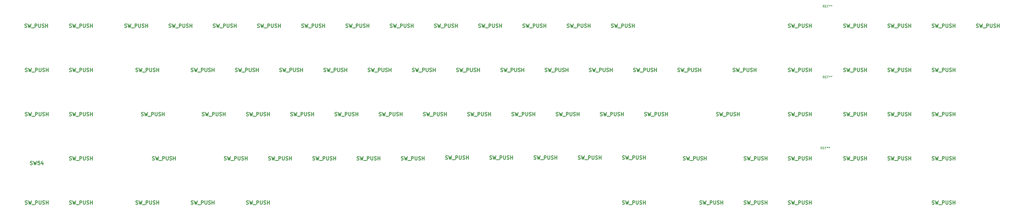
<source format=gto>
G04 #@! TF.GenerationSoftware,KiCad,Pcbnew,(5.0.0-rc2-dev-733-g23a9fcd91)*
G04 #@! TF.CreationDate,2018-05-24T07:34:15-04:00*
G04 #@! TF.ProjectId,90plus_col2row,3930706C75735F636F6C32726F772E6B,rev?*
G04 #@! TF.SameCoordinates,Original*
G04 #@! TF.FileFunction,Legend,Top*
G04 #@! TF.FilePolarity,Positive*
%FSLAX46Y46*%
G04 Gerber Fmt 4.6, Leading zero omitted, Abs format (unit mm)*
G04 Created by KiCad (PCBNEW (5.0.0-rc2-dev-733-g23a9fcd91)) date 05/24/18 07:34:15*
%MOMM*%
%LPD*%
G01*
G04 APERTURE LIST*
%ADD10C,0.150000*%
%ADD11C,0.304800*%
G04 APERTURE END LIST*
D10*
X410622916Y-251459880D02*
X410289583Y-250983690D01*
X410051488Y-251459880D02*
X410051488Y-250459880D01*
X410432440Y-250459880D01*
X410527678Y-250507500D01*
X410575297Y-250555119D01*
X410622916Y-250650357D01*
X410622916Y-250793214D01*
X410575297Y-250888452D01*
X410527678Y-250936071D01*
X410432440Y-250983690D01*
X410051488Y-250983690D01*
X411051488Y-250936071D02*
X411384821Y-250936071D01*
X411527678Y-251459880D02*
X411051488Y-251459880D01*
X411051488Y-250459880D01*
X411527678Y-250459880D01*
X412289583Y-250936071D02*
X411956250Y-250936071D01*
X411956250Y-251459880D02*
X411956250Y-250459880D01*
X412432440Y-250459880D01*
X412956250Y-250459880D02*
X412956250Y-250697976D01*
X412718154Y-250602738D02*
X412956250Y-250697976D01*
X413194345Y-250602738D01*
X412813392Y-250888452D02*
X412956250Y-250697976D01*
X413099107Y-250888452D01*
X413718154Y-250459880D02*
X413718154Y-250697976D01*
X413480059Y-250602738D02*
X413718154Y-250697976D01*
X413956250Y-250602738D01*
X413575297Y-250888452D02*
X413718154Y-250697976D01*
X413861011Y-250888452D01*
X410622916Y-281939880D02*
X410289583Y-281463690D01*
X410051488Y-281939880D02*
X410051488Y-280939880D01*
X410432440Y-280939880D01*
X410527678Y-280987500D01*
X410575297Y-281035119D01*
X410622916Y-281130357D01*
X410622916Y-281273214D01*
X410575297Y-281368452D01*
X410527678Y-281416071D01*
X410432440Y-281463690D01*
X410051488Y-281463690D01*
X411051488Y-281416071D02*
X411384821Y-281416071D01*
X411527678Y-281939880D02*
X411051488Y-281939880D01*
X411051488Y-280939880D01*
X411527678Y-280939880D01*
X412289583Y-281416071D02*
X411956250Y-281416071D01*
X411956250Y-281939880D02*
X411956250Y-280939880D01*
X412432440Y-280939880D01*
X412956250Y-280939880D02*
X412956250Y-281177976D01*
X412718154Y-281082738D02*
X412956250Y-281177976D01*
X413194345Y-281082738D01*
X412813392Y-281368452D02*
X412956250Y-281177976D01*
X413099107Y-281368452D01*
X413718154Y-280939880D02*
X413718154Y-281177976D01*
X413480059Y-281082738D02*
X413718154Y-281177976D01*
X413956250Y-281082738D01*
X413575297Y-281368452D02*
X413718154Y-281177976D01*
X413861011Y-281368452D01*
X409656666Y-312542380D02*
X409323333Y-312066190D01*
X409085238Y-312542380D02*
X409085238Y-311542380D01*
X409466190Y-311542380D01*
X409561428Y-311590000D01*
X409609047Y-311637619D01*
X409656666Y-311732857D01*
X409656666Y-311875714D01*
X409609047Y-311970952D01*
X409561428Y-312018571D01*
X409466190Y-312066190D01*
X409085238Y-312066190D01*
X410085238Y-312018571D02*
X410418571Y-312018571D01*
X410561428Y-312542380D02*
X410085238Y-312542380D01*
X410085238Y-311542380D01*
X410561428Y-311542380D01*
X411323333Y-312018571D02*
X410990000Y-312018571D01*
X410990000Y-312542380D02*
X410990000Y-311542380D01*
X411466190Y-311542380D01*
X411990000Y-311542380D02*
X411990000Y-311780476D01*
X411751904Y-311685238D02*
X411990000Y-311780476D01*
X412228095Y-311685238D01*
X411847142Y-311970952D02*
X411990000Y-311780476D01*
X412132857Y-311970952D01*
X412751904Y-311542380D02*
X412751904Y-311780476D01*
X412513809Y-311685238D02*
X412751904Y-311780476D01*
X412990000Y-311685238D01*
X412609047Y-311970952D02*
X412751904Y-311780476D01*
X412894761Y-311970952D01*
D11*
X66466357Y-298129357D02*
X66684071Y-298201928D01*
X67046928Y-298201928D01*
X67192071Y-298129357D01*
X67264642Y-298056785D01*
X67337214Y-297911642D01*
X67337214Y-297766500D01*
X67264642Y-297621357D01*
X67192071Y-297548785D01*
X67046928Y-297476214D01*
X66756642Y-297403642D01*
X66611500Y-297331071D01*
X66538928Y-297258500D01*
X66466357Y-297113357D01*
X66466357Y-296968214D01*
X66538928Y-296823071D01*
X66611500Y-296750500D01*
X66756642Y-296677928D01*
X67119500Y-296677928D01*
X67337214Y-296750500D01*
X67845214Y-296677928D02*
X68208071Y-298201928D01*
X68498357Y-297113357D01*
X68788642Y-298201928D01*
X69151500Y-296677928D01*
X69369214Y-298347071D02*
X70530357Y-298347071D01*
X70893214Y-298201928D02*
X70893214Y-296677928D01*
X71473785Y-296677928D01*
X71618928Y-296750500D01*
X71691500Y-296823071D01*
X71764071Y-296968214D01*
X71764071Y-297185928D01*
X71691500Y-297331071D01*
X71618928Y-297403642D01*
X71473785Y-297476214D01*
X70893214Y-297476214D01*
X72417214Y-296677928D02*
X72417214Y-297911642D01*
X72489785Y-298056785D01*
X72562357Y-298129357D01*
X72707500Y-298201928D01*
X72997785Y-298201928D01*
X73142928Y-298129357D01*
X73215500Y-298056785D01*
X73288071Y-297911642D01*
X73288071Y-296677928D01*
X73941214Y-298129357D02*
X74158928Y-298201928D01*
X74521785Y-298201928D01*
X74666928Y-298129357D01*
X74739500Y-298056785D01*
X74812071Y-297911642D01*
X74812071Y-297766500D01*
X74739500Y-297621357D01*
X74666928Y-297548785D01*
X74521785Y-297476214D01*
X74231500Y-297403642D01*
X74086357Y-297331071D01*
X74013785Y-297258500D01*
X73941214Y-297113357D01*
X73941214Y-296968214D01*
X74013785Y-296823071D01*
X74086357Y-296750500D01*
X74231500Y-296677928D01*
X74594357Y-296677928D01*
X74812071Y-296750500D01*
X75465214Y-298201928D02*
X75465214Y-296677928D01*
X75465214Y-297403642D02*
X76336071Y-297403642D01*
X76336071Y-298201928D02*
X76336071Y-296677928D01*
X66261357Y-260029357D02*
X66479071Y-260101928D01*
X66841928Y-260101928D01*
X66987071Y-260029357D01*
X67059642Y-259956785D01*
X67132214Y-259811642D01*
X67132214Y-259666500D01*
X67059642Y-259521357D01*
X66987071Y-259448785D01*
X66841928Y-259376214D01*
X66551642Y-259303642D01*
X66406500Y-259231071D01*
X66333928Y-259158500D01*
X66261357Y-259013357D01*
X66261357Y-258868214D01*
X66333928Y-258723071D01*
X66406500Y-258650500D01*
X66551642Y-258577928D01*
X66914500Y-258577928D01*
X67132214Y-258650500D01*
X67640214Y-258577928D02*
X68003071Y-260101928D01*
X68293357Y-259013357D01*
X68583642Y-260101928D01*
X68946500Y-258577928D01*
X69164214Y-260247071D02*
X70325357Y-260247071D01*
X70688214Y-260101928D02*
X70688214Y-258577928D01*
X71268785Y-258577928D01*
X71413928Y-258650500D01*
X71486500Y-258723071D01*
X71559071Y-258868214D01*
X71559071Y-259085928D01*
X71486500Y-259231071D01*
X71413928Y-259303642D01*
X71268785Y-259376214D01*
X70688214Y-259376214D01*
X72212214Y-258577928D02*
X72212214Y-259811642D01*
X72284785Y-259956785D01*
X72357357Y-260029357D01*
X72502500Y-260101928D01*
X72792785Y-260101928D01*
X72937928Y-260029357D01*
X73010500Y-259956785D01*
X73083071Y-259811642D01*
X73083071Y-258577928D01*
X73736214Y-260029357D02*
X73953928Y-260101928D01*
X74316785Y-260101928D01*
X74461928Y-260029357D01*
X74534500Y-259956785D01*
X74607071Y-259811642D01*
X74607071Y-259666500D01*
X74534500Y-259521357D01*
X74461928Y-259448785D01*
X74316785Y-259376214D01*
X74026500Y-259303642D01*
X73881357Y-259231071D01*
X73808785Y-259158500D01*
X73736214Y-259013357D01*
X73736214Y-258868214D01*
X73808785Y-258723071D01*
X73881357Y-258650500D01*
X74026500Y-258577928D01*
X74389357Y-258577928D01*
X74607071Y-258650500D01*
X75260214Y-260101928D02*
X75260214Y-258577928D01*
X75260214Y-259303642D02*
X76131071Y-259303642D01*
X76131071Y-260101928D02*
X76131071Y-258577928D01*
X85516357Y-260029357D02*
X85734071Y-260101928D01*
X86096928Y-260101928D01*
X86242071Y-260029357D01*
X86314642Y-259956785D01*
X86387214Y-259811642D01*
X86387214Y-259666500D01*
X86314642Y-259521357D01*
X86242071Y-259448785D01*
X86096928Y-259376214D01*
X85806642Y-259303642D01*
X85661500Y-259231071D01*
X85588928Y-259158500D01*
X85516357Y-259013357D01*
X85516357Y-258868214D01*
X85588928Y-258723071D01*
X85661500Y-258650500D01*
X85806642Y-258577928D01*
X86169500Y-258577928D01*
X86387214Y-258650500D01*
X86895214Y-258577928D02*
X87258071Y-260101928D01*
X87548357Y-259013357D01*
X87838642Y-260101928D01*
X88201500Y-258577928D01*
X88419214Y-260247071D02*
X89580357Y-260247071D01*
X89943214Y-260101928D02*
X89943214Y-258577928D01*
X90523785Y-258577928D01*
X90668928Y-258650500D01*
X90741500Y-258723071D01*
X90814071Y-258868214D01*
X90814071Y-259085928D01*
X90741500Y-259231071D01*
X90668928Y-259303642D01*
X90523785Y-259376214D01*
X89943214Y-259376214D01*
X91467214Y-258577928D02*
X91467214Y-259811642D01*
X91539785Y-259956785D01*
X91612357Y-260029357D01*
X91757500Y-260101928D01*
X92047785Y-260101928D01*
X92192928Y-260029357D01*
X92265500Y-259956785D01*
X92338071Y-259811642D01*
X92338071Y-258577928D01*
X92991214Y-260029357D02*
X93208928Y-260101928D01*
X93571785Y-260101928D01*
X93716928Y-260029357D01*
X93789500Y-259956785D01*
X93862071Y-259811642D01*
X93862071Y-259666500D01*
X93789500Y-259521357D01*
X93716928Y-259448785D01*
X93571785Y-259376214D01*
X93281500Y-259303642D01*
X93136357Y-259231071D01*
X93063785Y-259158500D01*
X92991214Y-259013357D01*
X92991214Y-258868214D01*
X93063785Y-258723071D01*
X93136357Y-258650500D01*
X93281500Y-258577928D01*
X93644357Y-258577928D01*
X93862071Y-258650500D01*
X94515214Y-260101928D02*
X94515214Y-258577928D01*
X94515214Y-259303642D02*
X95386071Y-259303642D01*
X95386071Y-260101928D02*
X95386071Y-258577928D01*
X109328857Y-260029357D02*
X109546571Y-260101928D01*
X109909428Y-260101928D01*
X110054571Y-260029357D01*
X110127142Y-259956785D01*
X110199714Y-259811642D01*
X110199714Y-259666500D01*
X110127142Y-259521357D01*
X110054571Y-259448785D01*
X109909428Y-259376214D01*
X109619142Y-259303642D01*
X109474000Y-259231071D01*
X109401428Y-259158500D01*
X109328857Y-259013357D01*
X109328857Y-258868214D01*
X109401428Y-258723071D01*
X109474000Y-258650500D01*
X109619142Y-258577928D01*
X109982000Y-258577928D01*
X110199714Y-258650500D01*
X110707714Y-258577928D02*
X111070571Y-260101928D01*
X111360857Y-259013357D01*
X111651142Y-260101928D01*
X112014000Y-258577928D01*
X112231714Y-260247071D02*
X113392857Y-260247071D01*
X113755714Y-260101928D02*
X113755714Y-258577928D01*
X114336285Y-258577928D01*
X114481428Y-258650500D01*
X114554000Y-258723071D01*
X114626571Y-258868214D01*
X114626571Y-259085928D01*
X114554000Y-259231071D01*
X114481428Y-259303642D01*
X114336285Y-259376214D01*
X113755714Y-259376214D01*
X115279714Y-258577928D02*
X115279714Y-259811642D01*
X115352285Y-259956785D01*
X115424857Y-260029357D01*
X115570000Y-260101928D01*
X115860285Y-260101928D01*
X116005428Y-260029357D01*
X116078000Y-259956785D01*
X116150571Y-259811642D01*
X116150571Y-258577928D01*
X116803714Y-260029357D02*
X117021428Y-260101928D01*
X117384285Y-260101928D01*
X117529428Y-260029357D01*
X117602000Y-259956785D01*
X117674571Y-259811642D01*
X117674571Y-259666500D01*
X117602000Y-259521357D01*
X117529428Y-259448785D01*
X117384285Y-259376214D01*
X117094000Y-259303642D01*
X116948857Y-259231071D01*
X116876285Y-259158500D01*
X116803714Y-259013357D01*
X116803714Y-258868214D01*
X116876285Y-258723071D01*
X116948857Y-258650500D01*
X117094000Y-258577928D01*
X117456857Y-258577928D01*
X117674571Y-258650500D01*
X118327714Y-260101928D02*
X118327714Y-258577928D01*
X118327714Y-259303642D02*
X119198571Y-259303642D01*
X119198571Y-260101928D02*
X119198571Y-258577928D01*
X128378857Y-260029357D02*
X128596571Y-260101928D01*
X128959428Y-260101928D01*
X129104571Y-260029357D01*
X129177142Y-259956785D01*
X129249714Y-259811642D01*
X129249714Y-259666500D01*
X129177142Y-259521357D01*
X129104571Y-259448785D01*
X128959428Y-259376214D01*
X128669142Y-259303642D01*
X128524000Y-259231071D01*
X128451428Y-259158500D01*
X128378857Y-259013357D01*
X128378857Y-258868214D01*
X128451428Y-258723071D01*
X128524000Y-258650500D01*
X128669142Y-258577928D01*
X129032000Y-258577928D01*
X129249714Y-258650500D01*
X129757714Y-258577928D02*
X130120571Y-260101928D01*
X130410857Y-259013357D01*
X130701142Y-260101928D01*
X131064000Y-258577928D01*
X131281714Y-260247071D02*
X132442857Y-260247071D01*
X132805714Y-260101928D02*
X132805714Y-258577928D01*
X133386285Y-258577928D01*
X133531428Y-258650500D01*
X133604000Y-258723071D01*
X133676571Y-258868214D01*
X133676571Y-259085928D01*
X133604000Y-259231071D01*
X133531428Y-259303642D01*
X133386285Y-259376214D01*
X132805714Y-259376214D01*
X134329714Y-258577928D02*
X134329714Y-259811642D01*
X134402285Y-259956785D01*
X134474857Y-260029357D01*
X134620000Y-260101928D01*
X134910285Y-260101928D01*
X135055428Y-260029357D01*
X135128000Y-259956785D01*
X135200571Y-259811642D01*
X135200571Y-258577928D01*
X135853714Y-260029357D02*
X136071428Y-260101928D01*
X136434285Y-260101928D01*
X136579428Y-260029357D01*
X136652000Y-259956785D01*
X136724571Y-259811642D01*
X136724571Y-259666500D01*
X136652000Y-259521357D01*
X136579428Y-259448785D01*
X136434285Y-259376214D01*
X136144000Y-259303642D01*
X135998857Y-259231071D01*
X135926285Y-259158500D01*
X135853714Y-259013357D01*
X135853714Y-258868214D01*
X135926285Y-258723071D01*
X135998857Y-258650500D01*
X136144000Y-258577928D01*
X136506857Y-258577928D01*
X136724571Y-258650500D01*
X137377714Y-260101928D02*
X137377714Y-258577928D01*
X137377714Y-259303642D02*
X138248571Y-259303642D01*
X138248571Y-260101928D02*
X138248571Y-258577928D01*
X147428857Y-260029357D02*
X147646571Y-260101928D01*
X148009428Y-260101928D01*
X148154571Y-260029357D01*
X148227142Y-259956785D01*
X148299714Y-259811642D01*
X148299714Y-259666500D01*
X148227142Y-259521357D01*
X148154571Y-259448785D01*
X148009428Y-259376214D01*
X147719142Y-259303642D01*
X147574000Y-259231071D01*
X147501428Y-259158500D01*
X147428857Y-259013357D01*
X147428857Y-258868214D01*
X147501428Y-258723071D01*
X147574000Y-258650500D01*
X147719142Y-258577928D01*
X148082000Y-258577928D01*
X148299714Y-258650500D01*
X148807714Y-258577928D02*
X149170571Y-260101928D01*
X149460857Y-259013357D01*
X149751142Y-260101928D01*
X150114000Y-258577928D01*
X150331714Y-260247071D02*
X151492857Y-260247071D01*
X151855714Y-260101928D02*
X151855714Y-258577928D01*
X152436285Y-258577928D01*
X152581428Y-258650500D01*
X152654000Y-258723071D01*
X152726571Y-258868214D01*
X152726571Y-259085928D01*
X152654000Y-259231071D01*
X152581428Y-259303642D01*
X152436285Y-259376214D01*
X151855714Y-259376214D01*
X153379714Y-258577928D02*
X153379714Y-259811642D01*
X153452285Y-259956785D01*
X153524857Y-260029357D01*
X153670000Y-260101928D01*
X153960285Y-260101928D01*
X154105428Y-260029357D01*
X154178000Y-259956785D01*
X154250571Y-259811642D01*
X154250571Y-258577928D01*
X154903714Y-260029357D02*
X155121428Y-260101928D01*
X155484285Y-260101928D01*
X155629428Y-260029357D01*
X155702000Y-259956785D01*
X155774571Y-259811642D01*
X155774571Y-259666500D01*
X155702000Y-259521357D01*
X155629428Y-259448785D01*
X155484285Y-259376214D01*
X155194000Y-259303642D01*
X155048857Y-259231071D01*
X154976285Y-259158500D01*
X154903714Y-259013357D01*
X154903714Y-258868214D01*
X154976285Y-258723071D01*
X155048857Y-258650500D01*
X155194000Y-258577928D01*
X155556857Y-258577928D01*
X155774571Y-258650500D01*
X156427714Y-260101928D02*
X156427714Y-258577928D01*
X156427714Y-259303642D02*
X157298571Y-259303642D01*
X157298571Y-260101928D02*
X157298571Y-258577928D01*
X166478857Y-260029357D02*
X166696571Y-260101928D01*
X167059428Y-260101928D01*
X167204571Y-260029357D01*
X167277142Y-259956785D01*
X167349714Y-259811642D01*
X167349714Y-259666500D01*
X167277142Y-259521357D01*
X167204571Y-259448785D01*
X167059428Y-259376214D01*
X166769142Y-259303642D01*
X166624000Y-259231071D01*
X166551428Y-259158500D01*
X166478857Y-259013357D01*
X166478857Y-258868214D01*
X166551428Y-258723071D01*
X166624000Y-258650500D01*
X166769142Y-258577928D01*
X167132000Y-258577928D01*
X167349714Y-258650500D01*
X167857714Y-258577928D02*
X168220571Y-260101928D01*
X168510857Y-259013357D01*
X168801142Y-260101928D01*
X169164000Y-258577928D01*
X169381714Y-260247071D02*
X170542857Y-260247071D01*
X170905714Y-260101928D02*
X170905714Y-258577928D01*
X171486285Y-258577928D01*
X171631428Y-258650500D01*
X171704000Y-258723071D01*
X171776571Y-258868214D01*
X171776571Y-259085928D01*
X171704000Y-259231071D01*
X171631428Y-259303642D01*
X171486285Y-259376214D01*
X170905714Y-259376214D01*
X172429714Y-258577928D02*
X172429714Y-259811642D01*
X172502285Y-259956785D01*
X172574857Y-260029357D01*
X172720000Y-260101928D01*
X173010285Y-260101928D01*
X173155428Y-260029357D01*
X173228000Y-259956785D01*
X173300571Y-259811642D01*
X173300571Y-258577928D01*
X173953714Y-260029357D02*
X174171428Y-260101928D01*
X174534285Y-260101928D01*
X174679428Y-260029357D01*
X174752000Y-259956785D01*
X174824571Y-259811642D01*
X174824571Y-259666500D01*
X174752000Y-259521357D01*
X174679428Y-259448785D01*
X174534285Y-259376214D01*
X174244000Y-259303642D01*
X174098857Y-259231071D01*
X174026285Y-259158500D01*
X173953714Y-259013357D01*
X173953714Y-258868214D01*
X174026285Y-258723071D01*
X174098857Y-258650500D01*
X174244000Y-258577928D01*
X174606857Y-258577928D01*
X174824571Y-258650500D01*
X175477714Y-260101928D02*
X175477714Y-258577928D01*
X175477714Y-259303642D02*
X176348571Y-259303642D01*
X176348571Y-260101928D02*
X176348571Y-258577928D01*
X185528857Y-260029357D02*
X185746571Y-260101928D01*
X186109428Y-260101928D01*
X186254571Y-260029357D01*
X186327142Y-259956785D01*
X186399714Y-259811642D01*
X186399714Y-259666500D01*
X186327142Y-259521357D01*
X186254571Y-259448785D01*
X186109428Y-259376214D01*
X185819142Y-259303642D01*
X185674000Y-259231071D01*
X185601428Y-259158500D01*
X185528857Y-259013357D01*
X185528857Y-258868214D01*
X185601428Y-258723071D01*
X185674000Y-258650500D01*
X185819142Y-258577928D01*
X186182000Y-258577928D01*
X186399714Y-258650500D01*
X186907714Y-258577928D02*
X187270571Y-260101928D01*
X187560857Y-259013357D01*
X187851142Y-260101928D01*
X188214000Y-258577928D01*
X188431714Y-260247071D02*
X189592857Y-260247071D01*
X189955714Y-260101928D02*
X189955714Y-258577928D01*
X190536285Y-258577928D01*
X190681428Y-258650500D01*
X190754000Y-258723071D01*
X190826571Y-258868214D01*
X190826571Y-259085928D01*
X190754000Y-259231071D01*
X190681428Y-259303642D01*
X190536285Y-259376214D01*
X189955714Y-259376214D01*
X191479714Y-258577928D02*
X191479714Y-259811642D01*
X191552285Y-259956785D01*
X191624857Y-260029357D01*
X191770000Y-260101928D01*
X192060285Y-260101928D01*
X192205428Y-260029357D01*
X192278000Y-259956785D01*
X192350571Y-259811642D01*
X192350571Y-258577928D01*
X193003714Y-260029357D02*
X193221428Y-260101928D01*
X193584285Y-260101928D01*
X193729428Y-260029357D01*
X193802000Y-259956785D01*
X193874571Y-259811642D01*
X193874571Y-259666500D01*
X193802000Y-259521357D01*
X193729428Y-259448785D01*
X193584285Y-259376214D01*
X193294000Y-259303642D01*
X193148857Y-259231071D01*
X193076285Y-259158500D01*
X193003714Y-259013357D01*
X193003714Y-258868214D01*
X193076285Y-258723071D01*
X193148857Y-258650500D01*
X193294000Y-258577928D01*
X193656857Y-258577928D01*
X193874571Y-258650500D01*
X194527714Y-260101928D02*
X194527714Y-258577928D01*
X194527714Y-259303642D02*
X195398571Y-259303642D01*
X195398571Y-260101928D02*
X195398571Y-258577928D01*
X204578857Y-260029357D02*
X204796571Y-260101928D01*
X205159428Y-260101928D01*
X205304571Y-260029357D01*
X205377142Y-259956785D01*
X205449714Y-259811642D01*
X205449714Y-259666500D01*
X205377142Y-259521357D01*
X205304571Y-259448785D01*
X205159428Y-259376214D01*
X204869142Y-259303642D01*
X204724000Y-259231071D01*
X204651428Y-259158500D01*
X204578857Y-259013357D01*
X204578857Y-258868214D01*
X204651428Y-258723071D01*
X204724000Y-258650500D01*
X204869142Y-258577928D01*
X205232000Y-258577928D01*
X205449714Y-258650500D01*
X205957714Y-258577928D02*
X206320571Y-260101928D01*
X206610857Y-259013357D01*
X206901142Y-260101928D01*
X207264000Y-258577928D01*
X207481714Y-260247071D02*
X208642857Y-260247071D01*
X209005714Y-260101928D02*
X209005714Y-258577928D01*
X209586285Y-258577928D01*
X209731428Y-258650500D01*
X209804000Y-258723071D01*
X209876571Y-258868214D01*
X209876571Y-259085928D01*
X209804000Y-259231071D01*
X209731428Y-259303642D01*
X209586285Y-259376214D01*
X209005714Y-259376214D01*
X210529714Y-258577928D02*
X210529714Y-259811642D01*
X210602285Y-259956785D01*
X210674857Y-260029357D01*
X210820000Y-260101928D01*
X211110285Y-260101928D01*
X211255428Y-260029357D01*
X211328000Y-259956785D01*
X211400571Y-259811642D01*
X211400571Y-258577928D01*
X212053714Y-260029357D02*
X212271428Y-260101928D01*
X212634285Y-260101928D01*
X212779428Y-260029357D01*
X212852000Y-259956785D01*
X212924571Y-259811642D01*
X212924571Y-259666500D01*
X212852000Y-259521357D01*
X212779428Y-259448785D01*
X212634285Y-259376214D01*
X212344000Y-259303642D01*
X212198857Y-259231071D01*
X212126285Y-259158500D01*
X212053714Y-259013357D01*
X212053714Y-258868214D01*
X212126285Y-258723071D01*
X212198857Y-258650500D01*
X212344000Y-258577928D01*
X212706857Y-258577928D01*
X212924571Y-258650500D01*
X213577714Y-260101928D02*
X213577714Y-258577928D01*
X213577714Y-259303642D02*
X214448571Y-259303642D01*
X214448571Y-260101928D02*
X214448571Y-258577928D01*
X223628857Y-260029357D02*
X223846571Y-260101928D01*
X224209428Y-260101928D01*
X224354571Y-260029357D01*
X224427142Y-259956785D01*
X224499714Y-259811642D01*
X224499714Y-259666500D01*
X224427142Y-259521357D01*
X224354571Y-259448785D01*
X224209428Y-259376214D01*
X223919142Y-259303642D01*
X223774000Y-259231071D01*
X223701428Y-259158500D01*
X223628857Y-259013357D01*
X223628857Y-258868214D01*
X223701428Y-258723071D01*
X223774000Y-258650500D01*
X223919142Y-258577928D01*
X224282000Y-258577928D01*
X224499714Y-258650500D01*
X225007714Y-258577928D02*
X225370571Y-260101928D01*
X225660857Y-259013357D01*
X225951142Y-260101928D01*
X226314000Y-258577928D01*
X226531714Y-260247071D02*
X227692857Y-260247071D01*
X228055714Y-260101928D02*
X228055714Y-258577928D01*
X228636285Y-258577928D01*
X228781428Y-258650500D01*
X228854000Y-258723071D01*
X228926571Y-258868214D01*
X228926571Y-259085928D01*
X228854000Y-259231071D01*
X228781428Y-259303642D01*
X228636285Y-259376214D01*
X228055714Y-259376214D01*
X229579714Y-258577928D02*
X229579714Y-259811642D01*
X229652285Y-259956785D01*
X229724857Y-260029357D01*
X229870000Y-260101928D01*
X230160285Y-260101928D01*
X230305428Y-260029357D01*
X230378000Y-259956785D01*
X230450571Y-259811642D01*
X230450571Y-258577928D01*
X231103714Y-260029357D02*
X231321428Y-260101928D01*
X231684285Y-260101928D01*
X231829428Y-260029357D01*
X231902000Y-259956785D01*
X231974571Y-259811642D01*
X231974571Y-259666500D01*
X231902000Y-259521357D01*
X231829428Y-259448785D01*
X231684285Y-259376214D01*
X231394000Y-259303642D01*
X231248857Y-259231071D01*
X231176285Y-259158500D01*
X231103714Y-259013357D01*
X231103714Y-258868214D01*
X231176285Y-258723071D01*
X231248857Y-258650500D01*
X231394000Y-258577928D01*
X231756857Y-258577928D01*
X231974571Y-258650500D01*
X232627714Y-260101928D02*
X232627714Y-258577928D01*
X232627714Y-259303642D02*
X233498571Y-259303642D01*
X233498571Y-260101928D02*
X233498571Y-258577928D01*
X242678857Y-260029357D02*
X242896571Y-260101928D01*
X243259428Y-260101928D01*
X243404571Y-260029357D01*
X243477142Y-259956785D01*
X243549714Y-259811642D01*
X243549714Y-259666500D01*
X243477142Y-259521357D01*
X243404571Y-259448785D01*
X243259428Y-259376214D01*
X242969142Y-259303642D01*
X242824000Y-259231071D01*
X242751428Y-259158500D01*
X242678857Y-259013357D01*
X242678857Y-258868214D01*
X242751428Y-258723071D01*
X242824000Y-258650500D01*
X242969142Y-258577928D01*
X243332000Y-258577928D01*
X243549714Y-258650500D01*
X244057714Y-258577928D02*
X244420571Y-260101928D01*
X244710857Y-259013357D01*
X245001142Y-260101928D01*
X245364000Y-258577928D01*
X245581714Y-260247071D02*
X246742857Y-260247071D01*
X247105714Y-260101928D02*
X247105714Y-258577928D01*
X247686285Y-258577928D01*
X247831428Y-258650500D01*
X247904000Y-258723071D01*
X247976571Y-258868214D01*
X247976571Y-259085928D01*
X247904000Y-259231071D01*
X247831428Y-259303642D01*
X247686285Y-259376214D01*
X247105714Y-259376214D01*
X248629714Y-258577928D02*
X248629714Y-259811642D01*
X248702285Y-259956785D01*
X248774857Y-260029357D01*
X248920000Y-260101928D01*
X249210285Y-260101928D01*
X249355428Y-260029357D01*
X249428000Y-259956785D01*
X249500571Y-259811642D01*
X249500571Y-258577928D01*
X250153714Y-260029357D02*
X250371428Y-260101928D01*
X250734285Y-260101928D01*
X250879428Y-260029357D01*
X250952000Y-259956785D01*
X251024571Y-259811642D01*
X251024571Y-259666500D01*
X250952000Y-259521357D01*
X250879428Y-259448785D01*
X250734285Y-259376214D01*
X250444000Y-259303642D01*
X250298857Y-259231071D01*
X250226285Y-259158500D01*
X250153714Y-259013357D01*
X250153714Y-258868214D01*
X250226285Y-258723071D01*
X250298857Y-258650500D01*
X250444000Y-258577928D01*
X250806857Y-258577928D01*
X251024571Y-258650500D01*
X251677714Y-260101928D02*
X251677714Y-258577928D01*
X251677714Y-259303642D02*
X252548571Y-259303642D01*
X252548571Y-260101928D02*
X252548571Y-258577928D01*
X261728857Y-260029357D02*
X261946571Y-260101928D01*
X262309428Y-260101928D01*
X262454571Y-260029357D01*
X262527142Y-259956785D01*
X262599714Y-259811642D01*
X262599714Y-259666500D01*
X262527142Y-259521357D01*
X262454571Y-259448785D01*
X262309428Y-259376214D01*
X262019142Y-259303642D01*
X261874000Y-259231071D01*
X261801428Y-259158500D01*
X261728857Y-259013357D01*
X261728857Y-258868214D01*
X261801428Y-258723071D01*
X261874000Y-258650500D01*
X262019142Y-258577928D01*
X262382000Y-258577928D01*
X262599714Y-258650500D01*
X263107714Y-258577928D02*
X263470571Y-260101928D01*
X263760857Y-259013357D01*
X264051142Y-260101928D01*
X264414000Y-258577928D01*
X264631714Y-260247071D02*
X265792857Y-260247071D01*
X266155714Y-260101928D02*
X266155714Y-258577928D01*
X266736285Y-258577928D01*
X266881428Y-258650500D01*
X266954000Y-258723071D01*
X267026571Y-258868214D01*
X267026571Y-259085928D01*
X266954000Y-259231071D01*
X266881428Y-259303642D01*
X266736285Y-259376214D01*
X266155714Y-259376214D01*
X267679714Y-258577928D02*
X267679714Y-259811642D01*
X267752285Y-259956785D01*
X267824857Y-260029357D01*
X267970000Y-260101928D01*
X268260285Y-260101928D01*
X268405428Y-260029357D01*
X268478000Y-259956785D01*
X268550571Y-259811642D01*
X268550571Y-258577928D01*
X269203714Y-260029357D02*
X269421428Y-260101928D01*
X269784285Y-260101928D01*
X269929428Y-260029357D01*
X270002000Y-259956785D01*
X270074571Y-259811642D01*
X270074571Y-259666500D01*
X270002000Y-259521357D01*
X269929428Y-259448785D01*
X269784285Y-259376214D01*
X269494000Y-259303642D01*
X269348857Y-259231071D01*
X269276285Y-259158500D01*
X269203714Y-259013357D01*
X269203714Y-258868214D01*
X269276285Y-258723071D01*
X269348857Y-258650500D01*
X269494000Y-258577928D01*
X269856857Y-258577928D01*
X270074571Y-258650500D01*
X270727714Y-260101928D02*
X270727714Y-258577928D01*
X270727714Y-259303642D02*
X271598571Y-259303642D01*
X271598571Y-260101928D02*
X271598571Y-258577928D01*
X280778857Y-260029357D02*
X280996571Y-260101928D01*
X281359428Y-260101928D01*
X281504571Y-260029357D01*
X281577142Y-259956785D01*
X281649714Y-259811642D01*
X281649714Y-259666500D01*
X281577142Y-259521357D01*
X281504571Y-259448785D01*
X281359428Y-259376214D01*
X281069142Y-259303642D01*
X280924000Y-259231071D01*
X280851428Y-259158500D01*
X280778857Y-259013357D01*
X280778857Y-258868214D01*
X280851428Y-258723071D01*
X280924000Y-258650500D01*
X281069142Y-258577928D01*
X281432000Y-258577928D01*
X281649714Y-258650500D01*
X282157714Y-258577928D02*
X282520571Y-260101928D01*
X282810857Y-259013357D01*
X283101142Y-260101928D01*
X283464000Y-258577928D01*
X283681714Y-260247071D02*
X284842857Y-260247071D01*
X285205714Y-260101928D02*
X285205714Y-258577928D01*
X285786285Y-258577928D01*
X285931428Y-258650500D01*
X286004000Y-258723071D01*
X286076571Y-258868214D01*
X286076571Y-259085928D01*
X286004000Y-259231071D01*
X285931428Y-259303642D01*
X285786285Y-259376214D01*
X285205714Y-259376214D01*
X286729714Y-258577928D02*
X286729714Y-259811642D01*
X286802285Y-259956785D01*
X286874857Y-260029357D01*
X287020000Y-260101928D01*
X287310285Y-260101928D01*
X287455428Y-260029357D01*
X287528000Y-259956785D01*
X287600571Y-259811642D01*
X287600571Y-258577928D01*
X288253714Y-260029357D02*
X288471428Y-260101928D01*
X288834285Y-260101928D01*
X288979428Y-260029357D01*
X289052000Y-259956785D01*
X289124571Y-259811642D01*
X289124571Y-259666500D01*
X289052000Y-259521357D01*
X288979428Y-259448785D01*
X288834285Y-259376214D01*
X288544000Y-259303642D01*
X288398857Y-259231071D01*
X288326285Y-259158500D01*
X288253714Y-259013357D01*
X288253714Y-258868214D01*
X288326285Y-258723071D01*
X288398857Y-258650500D01*
X288544000Y-258577928D01*
X288906857Y-258577928D01*
X289124571Y-258650500D01*
X289777714Y-260101928D02*
X289777714Y-258577928D01*
X289777714Y-259303642D02*
X290648571Y-259303642D01*
X290648571Y-260101928D02*
X290648571Y-258577928D01*
X299828857Y-260029357D02*
X300046571Y-260101928D01*
X300409428Y-260101928D01*
X300554571Y-260029357D01*
X300627142Y-259956785D01*
X300699714Y-259811642D01*
X300699714Y-259666500D01*
X300627142Y-259521357D01*
X300554571Y-259448785D01*
X300409428Y-259376214D01*
X300119142Y-259303642D01*
X299974000Y-259231071D01*
X299901428Y-259158500D01*
X299828857Y-259013357D01*
X299828857Y-258868214D01*
X299901428Y-258723071D01*
X299974000Y-258650500D01*
X300119142Y-258577928D01*
X300482000Y-258577928D01*
X300699714Y-258650500D01*
X301207714Y-258577928D02*
X301570571Y-260101928D01*
X301860857Y-259013357D01*
X302151142Y-260101928D01*
X302514000Y-258577928D01*
X302731714Y-260247071D02*
X303892857Y-260247071D01*
X304255714Y-260101928D02*
X304255714Y-258577928D01*
X304836285Y-258577928D01*
X304981428Y-258650500D01*
X305054000Y-258723071D01*
X305126571Y-258868214D01*
X305126571Y-259085928D01*
X305054000Y-259231071D01*
X304981428Y-259303642D01*
X304836285Y-259376214D01*
X304255714Y-259376214D01*
X305779714Y-258577928D02*
X305779714Y-259811642D01*
X305852285Y-259956785D01*
X305924857Y-260029357D01*
X306070000Y-260101928D01*
X306360285Y-260101928D01*
X306505428Y-260029357D01*
X306578000Y-259956785D01*
X306650571Y-259811642D01*
X306650571Y-258577928D01*
X307303714Y-260029357D02*
X307521428Y-260101928D01*
X307884285Y-260101928D01*
X308029428Y-260029357D01*
X308102000Y-259956785D01*
X308174571Y-259811642D01*
X308174571Y-259666500D01*
X308102000Y-259521357D01*
X308029428Y-259448785D01*
X307884285Y-259376214D01*
X307594000Y-259303642D01*
X307448857Y-259231071D01*
X307376285Y-259158500D01*
X307303714Y-259013357D01*
X307303714Y-258868214D01*
X307376285Y-258723071D01*
X307448857Y-258650500D01*
X307594000Y-258577928D01*
X307956857Y-258577928D01*
X308174571Y-258650500D01*
X308827714Y-260101928D02*
X308827714Y-258577928D01*
X308827714Y-259303642D02*
X309698571Y-259303642D01*
X309698571Y-260101928D02*
X309698571Y-258577928D01*
X318878857Y-260029357D02*
X319096571Y-260101928D01*
X319459428Y-260101928D01*
X319604571Y-260029357D01*
X319677142Y-259956785D01*
X319749714Y-259811642D01*
X319749714Y-259666500D01*
X319677142Y-259521357D01*
X319604571Y-259448785D01*
X319459428Y-259376214D01*
X319169142Y-259303642D01*
X319024000Y-259231071D01*
X318951428Y-259158500D01*
X318878857Y-259013357D01*
X318878857Y-258868214D01*
X318951428Y-258723071D01*
X319024000Y-258650500D01*
X319169142Y-258577928D01*
X319532000Y-258577928D01*
X319749714Y-258650500D01*
X320257714Y-258577928D02*
X320620571Y-260101928D01*
X320910857Y-259013357D01*
X321201142Y-260101928D01*
X321564000Y-258577928D01*
X321781714Y-260247071D02*
X322942857Y-260247071D01*
X323305714Y-260101928D02*
X323305714Y-258577928D01*
X323886285Y-258577928D01*
X324031428Y-258650500D01*
X324104000Y-258723071D01*
X324176571Y-258868214D01*
X324176571Y-259085928D01*
X324104000Y-259231071D01*
X324031428Y-259303642D01*
X323886285Y-259376214D01*
X323305714Y-259376214D01*
X324829714Y-258577928D02*
X324829714Y-259811642D01*
X324902285Y-259956785D01*
X324974857Y-260029357D01*
X325120000Y-260101928D01*
X325410285Y-260101928D01*
X325555428Y-260029357D01*
X325628000Y-259956785D01*
X325700571Y-259811642D01*
X325700571Y-258577928D01*
X326353714Y-260029357D02*
X326571428Y-260101928D01*
X326934285Y-260101928D01*
X327079428Y-260029357D01*
X327152000Y-259956785D01*
X327224571Y-259811642D01*
X327224571Y-259666500D01*
X327152000Y-259521357D01*
X327079428Y-259448785D01*
X326934285Y-259376214D01*
X326644000Y-259303642D01*
X326498857Y-259231071D01*
X326426285Y-259158500D01*
X326353714Y-259013357D01*
X326353714Y-258868214D01*
X326426285Y-258723071D01*
X326498857Y-258650500D01*
X326644000Y-258577928D01*
X327006857Y-258577928D01*
X327224571Y-258650500D01*
X327877714Y-260101928D02*
X327877714Y-258577928D01*
X327877714Y-259303642D02*
X328748571Y-259303642D01*
X328748571Y-260101928D02*
X328748571Y-258577928D01*
X395078857Y-260029357D02*
X395296571Y-260101928D01*
X395659428Y-260101928D01*
X395804571Y-260029357D01*
X395877142Y-259956785D01*
X395949714Y-259811642D01*
X395949714Y-259666500D01*
X395877142Y-259521357D01*
X395804571Y-259448785D01*
X395659428Y-259376214D01*
X395369142Y-259303642D01*
X395224000Y-259231071D01*
X395151428Y-259158500D01*
X395078857Y-259013357D01*
X395078857Y-258868214D01*
X395151428Y-258723071D01*
X395224000Y-258650500D01*
X395369142Y-258577928D01*
X395732000Y-258577928D01*
X395949714Y-258650500D01*
X396457714Y-258577928D02*
X396820571Y-260101928D01*
X397110857Y-259013357D01*
X397401142Y-260101928D01*
X397764000Y-258577928D01*
X397981714Y-260247071D02*
X399142857Y-260247071D01*
X399505714Y-260101928D02*
X399505714Y-258577928D01*
X400086285Y-258577928D01*
X400231428Y-258650500D01*
X400304000Y-258723071D01*
X400376571Y-258868214D01*
X400376571Y-259085928D01*
X400304000Y-259231071D01*
X400231428Y-259303642D01*
X400086285Y-259376214D01*
X399505714Y-259376214D01*
X401029714Y-258577928D02*
X401029714Y-259811642D01*
X401102285Y-259956785D01*
X401174857Y-260029357D01*
X401320000Y-260101928D01*
X401610285Y-260101928D01*
X401755428Y-260029357D01*
X401828000Y-259956785D01*
X401900571Y-259811642D01*
X401900571Y-258577928D01*
X402553714Y-260029357D02*
X402771428Y-260101928D01*
X403134285Y-260101928D01*
X403279428Y-260029357D01*
X403352000Y-259956785D01*
X403424571Y-259811642D01*
X403424571Y-259666500D01*
X403352000Y-259521357D01*
X403279428Y-259448785D01*
X403134285Y-259376214D01*
X402844000Y-259303642D01*
X402698857Y-259231071D01*
X402626285Y-259158500D01*
X402553714Y-259013357D01*
X402553714Y-258868214D01*
X402626285Y-258723071D01*
X402698857Y-258650500D01*
X402844000Y-258577928D01*
X403206857Y-258577928D01*
X403424571Y-258650500D01*
X404077714Y-260101928D02*
X404077714Y-258577928D01*
X404077714Y-259303642D02*
X404948571Y-259303642D01*
X404948571Y-260101928D02*
X404948571Y-258577928D01*
X66466357Y-279079357D02*
X66684071Y-279151928D01*
X67046928Y-279151928D01*
X67192071Y-279079357D01*
X67264642Y-279006785D01*
X67337214Y-278861642D01*
X67337214Y-278716500D01*
X67264642Y-278571357D01*
X67192071Y-278498785D01*
X67046928Y-278426214D01*
X66756642Y-278353642D01*
X66611500Y-278281071D01*
X66538928Y-278208500D01*
X66466357Y-278063357D01*
X66466357Y-277918214D01*
X66538928Y-277773071D01*
X66611500Y-277700500D01*
X66756642Y-277627928D01*
X67119500Y-277627928D01*
X67337214Y-277700500D01*
X67845214Y-277627928D02*
X68208071Y-279151928D01*
X68498357Y-278063357D01*
X68788642Y-279151928D01*
X69151500Y-277627928D01*
X69369214Y-279297071D02*
X70530357Y-279297071D01*
X70893214Y-279151928D02*
X70893214Y-277627928D01*
X71473785Y-277627928D01*
X71618928Y-277700500D01*
X71691500Y-277773071D01*
X71764071Y-277918214D01*
X71764071Y-278135928D01*
X71691500Y-278281071D01*
X71618928Y-278353642D01*
X71473785Y-278426214D01*
X70893214Y-278426214D01*
X72417214Y-277627928D02*
X72417214Y-278861642D01*
X72489785Y-279006785D01*
X72562357Y-279079357D01*
X72707500Y-279151928D01*
X72997785Y-279151928D01*
X73142928Y-279079357D01*
X73215500Y-279006785D01*
X73288071Y-278861642D01*
X73288071Y-277627928D01*
X73941214Y-279079357D02*
X74158928Y-279151928D01*
X74521785Y-279151928D01*
X74666928Y-279079357D01*
X74739500Y-279006785D01*
X74812071Y-278861642D01*
X74812071Y-278716500D01*
X74739500Y-278571357D01*
X74666928Y-278498785D01*
X74521785Y-278426214D01*
X74231500Y-278353642D01*
X74086357Y-278281071D01*
X74013785Y-278208500D01*
X73941214Y-278063357D01*
X73941214Y-277918214D01*
X74013785Y-277773071D01*
X74086357Y-277700500D01*
X74231500Y-277627928D01*
X74594357Y-277627928D01*
X74812071Y-277700500D01*
X75465214Y-279151928D02*
X75465214Y-277627928D01*
X75465214Y-278353642D02*
X76336071Y-278353642D01*
X76336071Y-279151928D02*
X76336071Y-277627928D01*
X85516357Y-279079357D02*
X85734071Y-279151928D01*
X86096928Y-279151928D01*
X86242071Y-279079357D01*
X86314642Y-279006785D01*
X86387214Y-278861642D01*
X86387214Y-278716500D01*
X86314642Y-278571357D01*
X86242071Y-278498785D01*
X86096928Y-278426214D01*
X85806642Y-278353642D01*
X85661500Y-278281071D01*
X85588928Y-278208500D01*
X85516357Y-278063357D01*
X85516357Y-277918214D01*
X85588928Y-277773071D01*
X85661500Y-277700500D01*
X85806642Y-277627928D01*
X86169500Y-277627928D01*
X86387214Y-277700500D01*
X86895214Y-277627928D02*
X87258071Y-279151928D01*
X87548357Y-278063357D01*
X87838642Y-279151928D01*
X88201500Y-277627928D01*
X88419214Y-279297071D02*
X89580357Y-279297071D01*
X89943214Y-279151928D02*
X89943214Y-277627928D01*
X90523785Y-277627928D01*
X90668928Y-277700500D01*
X90741500Y-277773071D01*
X90814071Y-277918214D01*
X90814071Y-278135928D01*
X90741500Y-278281071D01*
X90668928Y-278353642D01*
X90523785Y-278426214D01*
X89943214Y-278426214D01*
X91467214Y-277627928D02*
X91467214Y-278861642D01*
X91539785Y-279006785D01*
X91612357Y-279079357D01*
X91757500Y-279151928D01*
X92047785Y-279151928D01*
X92192928Y-279079357D01*
X92265500Y-279006785D01*
X92338071Y-278861642D01*
X92338071Y-277627928D01*
X92991214Y-279079357D02*
X93208928Y-279151928D01*
X93571785Y-279151928D01*
X93716928Y-279079357D01*
X93789500Y-279006785D01*
X93862071Y-278861642D01*
X93862071Y-278716500D01*
X93789500Y-278571357D01*
X93716928Y-278498785D01*
X93571785Y-278426214D01*
X93281500Y-278353642D01*
X93136357Y-278281071D01*
X93063785Y-278208500D01*
X92991214Y-278063357D01*
X92991214Y-277918214D01*
X93063785Y-277773071D01*
X93136357Y-277700500D01*
X93281500Y-277627928D01*
X93644357Y-277627928D01*
X93862071Y-277700500D01*
X94515214Y-279151928D02*
X94515214Y-277627928D01*
X94515214Y-278353642D02*
X95386071Y-278353642D01*
X95386071Y-279151928D02*
X95386071Y-277627928D01*
X114091357Y-279079357D02*
X114309071Y-279151928D01*
X114671928Y-279151928D01*
X114817071Y-279079357D01*
X114889642Y-279006785D01*
X114962214Y-278861642D01*
X114962214Y-278716500D01*
X114889642Y-278571357D01*
X114817071Y-278498785D01*
X114671928Y-278426214D01*
X114381642Y-278353642D01*
X114236500Y-278281071D01*
X114163928Y-278208500D01*
X114091357Y-278063357D01*
X114091357Y-277918214D01*
X114163928Y-277773071D01*
X114236500Y-277700500D01*
X114381642Y-277627928D01*
X114744500Y-277627928D01*
X114962214Y-277700500D01*
X115470214Y-277627928D02*
X115833071Y-279151928D01*
X116123357Y-278063357D01*
X116413642Y-279151928D01*
X116776500Y-277627928D01*
X116994214Y-279297071D02*
X118155357Y-279297071D01*
X118518214Y-279151928D02*
X118518214Y-277627928D01*
X119098785Y-277627928D01*
X119243928Y-277700500D01*
X119316500Y-277773071D01*
X119389071Y-277918214D01*
X119389071Y-278135928D01*
X119316500Y-278281071D01*
X119243928Y-278353642D01*
X119098785Y-278426214D01*
X118518214Y-278426214D01*
X120042214Y-277627928D02*
X120042214Y-278861642D01*
X120114785Y-279006785D01*
X120187357Y-279079357D01*
X120332500Y-279151928D01*
X120622785Y-279151928D01*
X120767928Y-279079357D01*
X120840500Y-279006785D01*
X120913071Y-278861642D01*
X120913071Y-277627928D01*
X121566214Y-279079357D02*
X121783928Y-279151928D01*
X122146785Y-279151928D01*
X122291928Y-279079357D01*
X122364500Y-279006785D01*
X122437071Y-278861642D01*
X122437071Y-278716500D01*
X122364500Y-278571357D01*
X122291928Y-278498785D01*
X122146785Y-278426214D01*
X121856500Y-278353642D01*
X121711357Y-278281071D01*
X121638785Y-278208500D01*
X121566214Y-278063357D01*
X121566214Y-277918214D01*
X121638785Y-277773071D01*
X121711357Y-277700500D01*
X121856500Y-277627928D01*
X122219357Y-277627928D01*
X122437071Y-277700500D01*
X123090214Y-279151928D02*
X123090214Y-277627928D01*
X123090214Y-278353642D02*
X123961071Y-278353642D01*
X123961071Y-279151928D02*
X123961071Y-277627928D01*
X137903857Y-279079357D02*
X138121571Y-279151928D01*
X138484428Y-279151928D01*
X138629571Y-279079357D01*
X138702142Y-279006785D01*
X138774714Y-278861642D01*
X138774714Y-278716500D01*
X138702142Y-278571357D01*
X138629571Y-278498785D01*
X138484428Y-278426214D01*
X138194142Y-278353642D01*
X138049000Y-278281071D01*
X137976428Y-278208500D01*
X137903857Y-278063357D01*
X137903857Y-277918214D01*
X137976428Y-277773071D01*
X138049000Y-277700500D01*
X138194142Y-277627928D01*
X138557000Y-277627928D01*
X138774714Y-277700500D01*
X139282714Y-277627928D02*
X139645571Y-279151928D01*
X139935857Y-278063357D01*
X140226142Y-279151928D01*
X140589000Y-277627928D01*
X140806714Y-279297071D02*
X141967857Y-279297071D01*
X142330714Y-279151928D02*
X142330714Y-277627928D01*
X142911285Y-277627928D01*
X143056428Y-277700500D01*
X143129000Y-277773071D01*
X143201571Y-277918214D01*
X143201571Y-278135928D01*
X143129000Y-278281071D01*
X143056428Y-278353642D01*
X142911285Y-278426214D01*
X142330714Y-278426214D01*
X143854714Y-277627928D02*
X143854714Y-278861642D01*
X143927285Y-279006785D01*
X143999857Y-279079357D01*
X144145000Y-279151928D01*
X144435285Y-279151928D01*
X144580428Y-279079357D01*
X144653000Y-279006785D01*
X144725571Y-278861642D01*
X144725571Y-277627928D01*
X145378714Y-279079357D02*
X145596428Y-279151928D01*
X145959285Y-279151928D01*
X146104428Y-279079357D01*
X146177000Y-279006785D01*
X146249571Y-278861642D01*
X146249571Y-278716500D01*
X146177000Y-278571357D01*
X146104428Y-278498785D01*
X145959285Y-278426214D01*
X145669000Y-278353642D01*
X145523857Y-278281071D01*
X145451285Y-278208500D01*
X145378714Y-278063357D01*
X145378714Y-277918214D01*
X145451285Y-277773071D01*
X145523857Y-277700500D01*
X145669000Y-277627928D01*
X146031857Y-277627928D01*
X146249571Y-277700500D01*
X146902714Y-279151928D02*
X146902714Y-277627928D01*
X146902714Y-278353642D02*
X147773571Y-278353642D01*
X147773571Y-279151928D02*
X147773571Y-277627928D01*
X156953857Y-279079357D02*
X157171571Y-279151928D01*
X157534428Y-279151928D01*
X157679571Y-279079357D01*
X157752142Y-279006785D01*
X157824714Y-278861642D01*
X157824714Y-278716500D01*
X157752142Y-278571357D01*
X157679571Y-278498785D01*
X157534428Y-278426214D01*
X157244142Y-278353642D01*
X157099000Y-278281071D01*
X157026428Y-278208500D01*
X156953857Y-278063357D01*
X156953857Y-277918214D01*
X157026428Y-277773071D01*
X157099000Y-277700500D01*
X157244142Y-277627928D01*
X157607000Y-277627928D01*
X157824714Y-277700500D01*
X158332714Y-277627928D02*
X158695571Y-279151928D01*
X158985857Y-278063357D01*
X159276142Y-279151928D01*
X159639000Y-277627928D01*
X159856714Y-279297071D02*
X161017857Y-279297071D01*
X161380714Y-279151928D02*
X161380714Y-277627928D01*
X161961285Y-277627928D01*
X162106428Y-277700500D01*
X162179000Y-277773071D01*
X162251571Y-277918214D01*
X162251571Y-278135928D01*
X162179000Y-278281071D01*
X162106428Y-278353642D01*
X161961285Y-278426214D01*
X161380714Y-278426214D01*
X162904714Y-277627928D02*
X162904714Y-278861642D01*
X162977285Y-279006785D01*
X163049857Y-279079357D01*
X163195000Y-279151928D01*
X163485285Y-279151928D01*
X163630428Y-279079357D01*
X163703000Y-279006785D01*
X163775571Y-278861642D01*
X163775571Y-277627928D01*
X164428714Y-279079357D02*
X164646428Y-279151928D01*
X165009285Y-279151928D01*
X165154428Y-279079357D01*
X165227000Y-279006785D01*
X165299571Y-278861642D01*
X165299571Y-278716500D01*
X165227000Y-278571357D01*
X165154428Y-278498785D01*
X165009285Y-278426214D01*
X164719000Y-278353642D01*
X164573857Y-278281071D01*
X164501285Y-278208500D01*
X164428714Y-278063357D01*
X164428714Y-277918214D01*
X164501285Y-277773071D01*
X164573857Y-277700500D01*
X164719000Y-277627928D01*
X165081857Y-277627928D01*
X165299571Y-277700500D01*
X165952714Y-279151928D02*
X165952714Y-277627928D01*
X165952714Y-278353642D02*
X166823571Y-278353642D01*
X166823571Y-279151928D02*
X166823571Y-277627928D01*
X176003857Y-279079357D02*
X176221571Y-279151928D01*
X176584428Y-279151928D01*
X176729571Y-279079357D01*
X176802142Y-279006785D01*
X176874714Y-278861642D01*
X176874714Y-278716500D01*
X176802142Y-278571357D01*
X176729571Y-278498785D01*
X176584428Y-278426214D01*
X176294142Y-278353642D01*
X176149000Y-278281071D01*
X176076428Y-278208500D01*
X176003857Y-278063357D01*
X176003857Y-277918214D01*
X176076428Y-277773071D01*
X176149000Y-277700500D01*
X176294142Y-277627928D01*
X176657000Y-277627928D01*
X176874714Y-277700500D01*
X177382714Y-277627928D02*
X177745571Y-279151928D01*
X178035857Y-278063357D01*
X178326142Y-279151928D01*
X178689000Y-277627928D01*
X178906714Y-279297071D02*
X180067857Y-279297071D01*
X180430714Y-279151928D02*
X180430714Y-277627928D01*
X181011285Y-277627928D01*
X181156428Y-277700500D01*
X181229000Y-277773071D01*
X181301571Y-277918214D01*
X181301571Y-278135928D01*
X181229000Y-278281071D01*
X181156428Y-278353642D01*
X181011285Y-278426214D01*
X180430714Y-278426214D01*
X181954714Y-277627928D02*
X181954714Y-278861642D01*
X182027285Y-279006785D01*
X182099857Y-279079357D01*
X182245000Y-279151928D01*
X182535285Y-279151928D01*
X182680428Y-279079357D01*
X182753000Y-279006785D01*
X182825571Y-278861642D01*
X182825571Y-277627928D01*
X183478714Y-279079357D02*
X183696428Y-279151928D01*
X184059285Y-279151928D01*
X184204428Y-279079357D01*
X184277000Y-279006785D01*
X184349571Y-278861642D01*
X184349571Y-278716500D01*
X184277000Y-278571357D01*
X184204428Y-278498785D01*
X184059285Y-278426214D01*
X183769000Y-278353642D01*
X183623857Y-278281071D01*
X183551285Y-278208500D01*
X183478714Y-278063357D01*
X183478714Y-277918214D01*
X183551285Y-277773071D01*
X183623857Y-277700500D01*
X183769000Y-277627928D01*
X184131857Y-277627928D01*
X184349571Y-277700500D01*
X185002714Y-279151928D02*
X185002714Y-277627928D01*
X185002714Y-278353642D02*
X185873571Y-278353642D01*
X185873571Y-279151928D02*
X185873571Y-277627928D01*
X195053857Y-279079357D02*
X195271571Y-279151928D01*
X195634428Y-279151928D01*
X195779571Y-279079357D01*
X195852142Y-279006785D01*
X195924714Y-278861642D01*
X195924714Y-278716500D01*
X195852142Y-278571357D01*
X195779571Y-278498785D01*
X195634428Y-278426214D01*
X195344142Y-278353642D01*
X195199000Y-278281071D01*
X195126428Y-278208500D01*
X195053857Y-278063357D01*
X195053857Y-277918214D01*
X195126428Y-277773071D01*
X195199000Y-277700500D01*
X195344142Y-277627928D01*
X195707000Y-277627928D01*
X195924714Y-277700500D01*
X196432714Y-277627928D02*
X196795571Y-279151928D01*
X197085857Y-278063357D01*
X197376142Y-279151928D01*
X197739000Y-277627928D01*
X197956714Y-279297071D02*
X199117857Y-279297071D01*
X199480714Y-279151928D02*
X199480714Y-277627928D01*
X200061285Y-277627928D01*
X200206428Y-277700500D01*
X200279000Y-277773071D01*
X200351571Y-277918214D01*
X200351571Y-278135928D01*
X200279000Y-278281071D01*
X200206428Y-278353642D01*
X200061285Y-278426214D01*
X199480714Y-278426214D01*
X201004714Y-277627928D02*
X201004714Y-278861642D01*
X201077285Y-279006785D01*
X201149857Y-279079357D01*
X201295000Y-279151928D01*
X201585285Y-279151928D01*
X201730428Y-279079357D01*
X201803000Y-279006785D01*
X201875571Y-278861642D01*
X201875571Y-277627928D01*
X202528714Y-279079357D02*
X202746428Y-279151928D01*
X203109285Y-279151928D01*
X203254428Y-279079357D01*
X203327000Y-279006785D01*
X203399571Y-278861642D01*
X203399571Y-278716500D01*
X203327000Y-278571357D01*
X203254428Y-278498785D01*
X203109285Y-278426214D01*
X202819000Y-278353642D01*
X202673857Y-278281071D01*
X202601285Y-278208500D01*
X202528714Y-278063357D01*
X202528714Y-277918214D01*
X202601285Y-277773071D01*
X202673857Y-277700500D01*
X202819000Y-277627928D01*
X203181857Y-277627928D01*
X203399571Y-277700500D01*
X204052714Y-279151928D02*
X204052714Y-277627928D01*
X204052714Y-278353642D02*
X204923571Y-278353642D01*
X204923571Y-279151928D02*
X204923571Y-277627928D01*
X214103857Y-279079357D02*
X214321571Y-279151928D01*
X214684428Y-279151928D01*
X214829571Y-279079357D01*
X214902142Y-279006785D01*
X214974714Y-278861642D01*
X214974714Y-278716500D01*
X214902142Y-278571357D01*
X214829571Y-278498785D01*
X214684428Y-278426214D01*
X214394142Y-278353642D01*
X214249000Y-278281071D01*
X214176428Y-278208500D01*
X214103857Y-278063357D01*
X214103857Y-277918214D01*
X214176428Y-277773071D01*
X214249000Y-277700500D01*
X214394142Y-277627928D01*
X214757000Y-277627928D01*
X214974714Y-277700500D01*
X215482714Y-277627928D02*
X215845571Y-279151928D01*
X216135857Y-278063357D01*
X216426142Y-279151928D01*
X216789000Y-277627928D01*
X217006714Y-279297071D02*
X218167857Y-279297071D01*
X218530714Y-279151928D02*
X218530714Y-277627928D01*
X219111285Y-277627928D01*
X219256428Y-277700500D01*
X219329000Y-277773071D01*
X219401571Y-277918214D01*
X219401571Y-278135928D01*
X219329000Y-278281071D01*
X219256428Y-278353642D01*
X219111285Y-278426214D01*
X218530714Y-278426214D01*
X220054714Y-277627928D02*
X220054714Y-278861642D01*
X220127285Y-279006785D01*
X220199857Y-279079357D01*
X220345000Y-279151928D01*
X220635285Y-279151928D01*
X220780428Y-279079357D01*
X220853000Y-279006785D01*
X220925571Y-278861642D01*
X220925571Y-277627928D01*
X221578714Y-279079357D02*
X221796428Y-279151928D01*
X222159285Y-279151928D01*
X222304428Y-279079357D01*
X222377000Y-279006785D01*
X222449571Y-278861642D01*
X222449571Y-278716500D01*
X222377000Y-278571357D01*
X222304428Y-278498785D01*
X222159285Y-278426214D01*
X221869000Y-278353642D01*
X221723857Y-278281071D01*
X221651285Y-278208500D01*
X221578714Y-278063357D01*
X221578714Y-277918214D01*
X221651285Y-277773071D01*
X221723857Y-277700500D01*
X221869000Y-277627928D01*
X222231857Y-277627928D01*
X222449571Y-277700500D01*
X223102714Y-279151928D02*
X223102714Y-277627928D01*
X223102714Y-278353642D02*
X223973571Y-278353642D01*
X223973571Y-279151928D02*
X223973571Y-277627928D01*
X233153857Y-279079357D02*
X233371571Y-279151928D01*
X233734428Y-279151928D01*
X233879571Y-279079357D01*
X233952142Y-279006785D01*
X234024714Y-278861642D01*
X234024714Y-278716500D01*
X233952142Y-278571357D01*
X233879571Y-278498785D01*
X233734428Y-278426214D01*
X233444142Y-278353642D01*
X233299000Y-278281071D01*
X233226428Y-278208500D01*
X233153857Y-278063357D01*
X233153857Y-277918214D01*
X233226428Y-277773071D01*
X233299000Y-277700500D01*
X233444142Y-277627928D01*
X233807000Y-277627928D01*
X234024714Y-277700500D01*
X234532714Y-277627928D02*
X234895571Y-279151928D01*
X235185857Y-278063357D01*
X235476142Y-279151928D01*
X235839000Y-277627928D01*
X236056714Y-279297071D02*
X237217857Y-279297071D01*
X237580714Y-279151928D02*
X237580714Y-277627928D01*
X238161285Y-277627928D01*
X238306428Y-277700500D01*
X238379000Y-277773071D01*
X238451571Y-277918214D01*
X238451571Y-278135928D01*
X238379000Y-278281071D01*
X238306428Y-278353642D01*
X238161285Y-278426214D01*
X237580714Y-278426214D01*
X239104714Y-277627928D02*
X239104714Y-278861642D01*
X239177285Y-279006785D01*
X239249857Y-279079357D01*
X239395000Y-279151928D01*
X239685285Y-279151928D01*
X239830428Y-279079357D01*
X239903000Y-279006785D01*
X239975571Y-278861642D01*
X239975571Y-277627928D01*
X240628714Y-279079357D02*
X240846428Y-279151928D01*
X241209285Y-279151928D01*
X241354428Y-279079357D01*
X241427000Y-279006785D01*
X241499571Y-278861642D01*
X241499571Y-278716500D01*
X241427000Y-278571357D01*
X241354428Y-278498785D01*
X241209285Y-278426214D01*
X240919000Y-278353642D01*
X240773857Y-278281071D01*
X240701285Y-278208500D01*
X240628714Y-278063357D01*
X240628714Y-277918214D01*
X240701285Y-277773071D01*
X240773857Y-277700500D01*
X240919000Y-277627928D01*
X241281857Y-277627928D01*
X241499571Y-277700500D01*
X242152714Y-279151928D02*
X242152714Y-277627928D01*
X242152714Y-278353642D02*
X243023571Y-278353642D01*
X243023571Y-279151928D02*
X243023571Y-277627928D01*
X252203857Y-279079357D02*
X252421571Y-279151928D01*
X252784428Y-279151928D01*
X252929571Y-279079357D01*
X253002142Y-279006785D01*
X253074714Y-278861642D01*
X253074714Y-278716500D01*
X253002142Y-278571357D01*
X252929571Y-278498785D01*
X252784428Y-278426214D01*
X252494142Y-278353642D01*
X252349000Y-278281071D01*
X252276428Y-278208500D01*
X252203857Y-278063357D01*
X252203857Y-277918214D01*
X252276428Y-277773071D01*
X252349000Y-277700500D01*
X252494142Y-277627928D01*
X252857000Y-277627928D01*
X253074714Y-277700500D01*
X253582714Y-277627928D02*
X253945571Y-279151928D01*
X254235857Y-278063357D01*
X254526142Y-279151928D01*
X254889000Y-277627928D01*
X255106714Y-279297071D02*
X256267857Y-279297071D01*
X256630714Y-279151928D02*
X256630714Y-277627928D01*
X257211285Y-277627928D01*
X257356428Y-277700500D01*
X257429000Y-277773071D01*
X257501571Y-277918214D01*
X257501571Y-278135928D01*
X257429000Y-278281071D01*
X257356428Y-278353642D01*
X257211285Y-278426214D01*
X256630714Y-278426214D01*
X258154714Y-277627928D02*
X258154714Y-278861642D01*
X258227285Y-279006785D01*
X258299857Y-279079357D01*
X258445000Y-279151928D01*
X258735285Y-279151928D01*
X258880428Y-279079357D01*
X258953000Y-279006785D01*
X259025571Y-278861642D01*
X259025571Y-277627928D01*
X259678714Y-279079357D02*
X259896428Y-279151928D01*
X260259285Y-279151928D01*
X260404428Y-279079357D01*
X260477000Y-279006785D01*
X260549571Y-278861642D01*
X260549571Y-278716500D01*
X260477000Y-278571357D01*
X260404428Y-278498785D01*
X260259285Y-278426214D01*
X259969000Y-278353642D01*
X259823857Y-278281071D01*
X259751285Y-278208500D01*
X259678714Y-278063357D01*
X259678714Y-277918214D01*
X259751285Y-277773071D01*
X259823857Y-277700500D01*
X259969000Y-277627928D01*
X260331857Y-277627928D01*
X260549571Y-277700500D01*
X261202714Y-279151928D02*
X261202714Y-277627928D01*
X261202714Y-278353642D02*
X262073571Y-278353642D01*
X262073571Y-279151928D02*
X262073571Y-277627928D01*
X271253857Y-279079357D02*
X271471571Y-279151928D01*
X271834428Y-279151928D01*
X271979571Y-279079357D01*
X272052142Y-279006785D01*
X272124714Y-278861642D01*
X272124714Y-278716500D01*
X272052142Y-278571357D01*
X271979571Y-278498785D01*
X271834428Y-278426214D01*
X271544142Y-278353642D01*
X271399000Y-278281071D01*
X271326428Y-278208500D01*
X271253857Y-278063357D01*
X271253857Y-277918214D01*
X271326428Y-277773071D01*
X271399000Y-277700500D01*
X271544142Y-277627928D01*
X271907000Y-277627928D01*
X272124714Y-277700500D01*
X272632714Y-277627928D02*
X272995571Y-279151928D01*
X273285857Y-278063357D01*
X273576142Y-279151928D01*
X273939000Y-277627928D01*
X274156714Y-279297071D02*
X275317857Y-279297071D01*
X275680714Y-279151928D02*
X275680714Y-277627928D01*
X276261285Y-277627928D01*
X276406428Y-277700500D01*
X276479000Y-277773071D01*
X276551571Y-277918214D01*
X276551571Y-278135928D01*
X276479000Y-278281071D01*
X276406428Y-278353642D01*
X276261285Y-278426214D01*
X275680714Y-278426214D01*
X277204714Y-277627928D02*
X277204714Y-278861642D01*
X277277285Y-279006785D01*
X277349857Y-279079357D01*
X277495000Y-279151928D01*
X277785285Y-279151928D01*
X277930428Y-279079357D01*
X278003000Y-279006785D01*
X278075571Y-278861642D01*
X278075571Y-277627928D01*
X278728714Y-279079357D02*
X278946428Y-279151928D01*
X279309285Y-279151928D01*
X279454428Y-279079357D01*
X279527000Y-279006785D01*
X279599571Y-278861642D01*
X279599571Y-278716500D01*
X279527000Y-278571357D01*
X279454428Y-278498785D01*
X279309285Y-278426214D01*
X279019000Y-278353642D01*
X278873857Y-278281071D01*
X278801285Y-278208500D01*
X278728714Y-278063357D01*
X278728714Y-277918214D01*
X278801285Y-277773071D01*
X278873857Y-277700500D01*
X279019000Y-277627928D01*
X279381857Y-277627928D01*
X279599571Y-277700500D01*
X280252714Y-279151928D02*
X280252714Y-277627928D01*
X280252714Y-278353642D02*
X281123571Y-278353642D01*
X281123571Y-279151928D02*
X281123571Y-277627928D01*
X290303857Y-279079357D02*
X290521571Y-279151928D01*
X290884428Y-279151928D01*
X291029571Y-279079357D01*
X291102142Y-279006785D01*
X291174714Y-278861642D01*
X291174714Y-278716500D01*
X291102142Y-278571357D01*
X291029571Y-278498785D01*
X290884428Y-278426214D01*
X290594142Y-278353642D01*
X290449000Y-278281071D01*
X290376428Y-278208500D01*
X290303857Y-278063357D01*
X290303857Y-277918214D01*
X290376428Y-277773071D01*
X290449000Y-277700500D01*
X290594142Y-277627928D01*
X290957000Y-277627928D01*
X291174714Y-277700500D01*
X291682714Y-277627928D02*
X292045571Y-279151928D01*
X292335857Y-278063357D01*
X292626142Y-279151928D01*
X292989000Y-277627928D01*
X293206714Y-279297071D02*
X294367857Y-279297071D01*
X294730714Y-279151928D02*
X294730714Y-277627928D01*
X295311285Y-277627928D01*
X295456428Y-277700500D01*
X295529000Y-277773071D01*
X295601571Y-277918214D01*
X295601571Y-278135928D01*
X295529000Y-278281071D01*
X295456428Y-278353642D01*
X295311285Y-278426214D01*
X294730714Y-278426214D01*
X296254714Y-277627928D02*
X296254714Y-278861642D01*
X296327285Y-279006785D01*
X296399857Y-279079357D01*
X296545000Y-279151928D01*
X296835285Y-279151928D01*
X296980428Y-279079357D01*
X297053000Y-279006785D01*
X297125571Y-278861642D01*
X297125571Y-277627928D01*
X297778714Y-279079357D02*
X297996428Y-279151928D01*
X298359285Y-279151928D01*
X298504428Y-279079357D01*
X298577000Y-279006785D01*
X298649571Y-278861642D01*
X298649571Y-278716500D01*
X298577000Y-278571357D01*
X298504428Y-278498785D01*
X298359285Y-278426214D01*
X298069000Y-278353642D01*
X297923857Y-278281071D01*
X297851285Y-278208500D01*
X297778714Y-278063357D01*
X297778714Y-277918214D01*
X297851285Y-277773071D01*
X297923857Y-277700500D01*
X298069000Y-277627928D01*
X298431857Y-277627928D01*
X298649571Y-277700500D01*
X299302714Y-279151928D02*
X299302714Y-277627928D01*
X299302714Y-278353642D02*
X300173571Y-278353642D01*
X300173571Y-279151928D02*
X300173571Y-277627928D01*
X309353857Y-279079357D02*
X309571571Y-279151928D01*
X309934428Y-279151928D01*
X310079571Y-279079357D01*
X310152142Y-279006785D01*
X310224714Y-278861642D01*
X310224714Y-278716500D01*
X310152142Y-278571357D01*
X310079571Y-278498785D01*
X309934428Y-278426214D01*
X309644142Y-278353642D01*
X309499000Y-278281071D01*
X309426428Y-278208500D01*
X309353857Y-278063357D01*
X309353857Y-277918214D01*
X309426428Y-277773071D01*
X309499000Y-277700500D01*
X309644142Y-277627928D01*
X310007000Y-277627928D01*
X310224714Y-277700500D01*
X310732714Y-277627928D02*
X311095571Y-279151928D01*
X311385857Y-278063357D01*
X311676142Y-279151928D01*
X312039000Y-277627928D01*
X312256714Y-279297071D02*
X313417857Y-279297071D01*
X313780714Y-279151928D02*
X313780714Y-277627928D01*
X314361285Y-277627928D01*
X314506428Y-277700500D01*
X314579000Y-277773071D01*
X314651571Y-277918214D01*
X314651571Y-278135928D01*
X314579000Y-278281071D01*
X314506428Y-278353642D01*
X314361285Y-278426214D01*
X313780714Y-278426214D01*
X315304714Y-277627928D02*
X315304714Y-278861642D01*
X315377285Y-279006785D01*
X315449857Y-279079357D01*
X315595000Y-279151928D01*
X315885285Y-279151928D01*
X316030428Y-279079357D01*
X316103000Y-279006785D01*
X316175571Y-278861642D01*
X316175571Y-277627928D01*
X316828714Y-279079357D02*
X317046428Y-279151928D01*
X317409285Y-279151928D01*
X317554428Y-279079357D01*
X317627000Y-279006785D01*
X317699571Y-278861642D01*
X317699571Y-278716500D01*
X317627000Y-278571357D01*
X317554428Y-278498785D01*
X317409285Y-278426214D01*
X317119000Y-278353642D01*
X316973857Y-278281071D01*
X316901285Y-278208500D01*
X316828714Y-278063357D01*
X316828714Y-277918214D01*
X316901285Y-277773071D01*
X316973857Y-277700500D01*
X317119000Y-277627928D01*
X317481857Y-277627928D01*
X317699571Y-277700500D01*
X318352714Y-279151928D02*
X318352714Y-277627928D01*
X318352714Y-278353642D02*
X319223571Y-278353642D01*
X319223571Y-279151928D02*
X319223571Y-277627928D01*
X328403857Y-279079357D02*
X328621571Y-279151928D01*
X328984428Y-279151928D01*
X329129571Y-279079357D01*
X329202142Y-279006785D01*
X329274714Y-278861642D01*
X329274714Y-278716500D01*
X329202142Y-278571357D01*
X329129571Y-278498785D01*
X328984428Y-278426214D01*
X328694142Y-278353642D01*
X328549000Y-278281071D01*
X328476428Y-278208500D01*
X328403857Y-278063357D01*
X328403857Y-277918214D01*
X328476428Y-277773071D01*
X328549000Y-277700500D01*
X328694142Y-277627928D01*
X329057000Y-277627928D01*
X329274714Y-277700500D01*
X329782714Y-277627928D02*
X330145571Y-279151928D01*
X330435857Y-278063357D01*
X330726142Y-279151928D01*
X331089000Y-277627928D01*
X331306714Y-279297071D02*
X332467857Y-279297071D01*
X332830714Y-279151928D02*
X332830714Y-277627928D01*
X333411285Y-277627928D01*
X333556428Y-277700500D01*
X333629000Y-277773071D01*
X333701571Y-277918214D01*
X333701571Y-278135928D01*
X333629000Y-278281071D01*
X333556428Y-278353642D01*
X333411285Y-278426214D01*
X332830714Y-278426214D01*
X334354714Y-277627928D02*
X334354714Y-278861642D01*
X334427285Y-279006785D01*
X334499857Y-279079357D01*
X334645000Y-279151928D01*
X334935285Y-279151928D01*
X335080428Y-279079357D01*
X335153000Y-279006785D01*
X335225571Y-278861642D01*
X335225571Y-277627928D01*
X335878714Y-279079357D02*
X336096428Y-279151928D01*
X336459285Y-279151928D01*
X336604428Y-279079357D01*
X336677000Y-279006785D01*
X336749571Y-278861642D01*
X336749571Y-278716500D01*
X336677000Y-278571357D01*
X336604428Y-278498785D01*
X336459285Y-278426214D01*
X336169000Y-278353642D01*
X336023857Y-278281071D01*
X335951285Y-278208500D01*
X335878714Y-278063357D01*
X335878714Y-277918214D01*
X335951285Y-277773071D01*
X336023857Y-277700500D01*
X336169000Y-277627928D01*
X336531857Y-277627928D01*
X336749571Y-277700500D01*
X337402714Y-279151928D02*
X337402714Y-277627928D01*
X337402714Y-278353642D02*
X338273571Y-278353642D01*
X338273571Y-279151928D02*
X338273571Y-277627928D01*
X347453857Y-279079357D02*
X347671571Y-279151928D01*
X348034428Y-279151928D01*
X348179571Y-279079357D01*
X348252142Y-279006785D01*
X348324714Y-278861642D01*
X348324714Y-278716500D01*
X348252142Y-278571357D01*
X348179571Y-278498785D01*
X348034428Y-278426214D01*
X347744142Y-278353642D01*
X347599000Y-278281071D01*
X347526428Y-278208500D01*
X347453857Y-278063357D01*
X347453857Y-277918214D01*
X347526428Y-277773071D01*
X347599000Y-277700500D01*
X347744142Y-277627928D01*
X348107000Y-277627928D01*
X348324714Y-277700500D01*
X348832714Y-277627928D02*
X349195571Y-279151928D01*
X349485857Y-278063357D01*
X349776142Y-279151928D01*
X350139000Y-277627928D01*
X350356714Y-279297071D02*
X351517857Y-279297071D01*
X351880714Y-279151928D02*
X351880714Y-277627928D01*
X352461285Y-277627928D01*
X352606428Y-277700500D01*
X352679000Y-277773071D01*
X352751571Y-277918214D01*
X352751571Y-278135928D01*
X352679000Y-278281071D01*
X352606428Y-278353642D01*
X352461285Y-278426214D01*
X351880714Y-278426214D01*
X353404714Y-277627928D02*
X353404714Y-278861642D01*
X353477285Y-279006785D01*
X353549857Y-279079357D01*
X353695000Y-279151928D01*
X353985285Y-279151928D01*
X354130428Y-279079357D01*
X354203000Y-279006785D01*
X354275571Y-278861642D01*
X354275571Y-277627928D01*
X354928714Y-279079357D02*
X355146428Y-279151928D01*
X355509285Y-279151928D01*
X355654428Y-279079357D01*
X355727000Y-279006785D01*
X355799571Y-278861642D01*
X355799571Y-278716500D01*
X355727000Y-278571357D01*
X355654428Y-278498785D01*
X355509285Y-278426214D01*
X355219000Y-278353642D01*
X355073857Y-278281071D01*
X355001285Y-278208500D01*
X354928714Y-278063357D01*
X354928714Y-277918214D01*
X355001285Y-277773071D01*
X355073857Y-277700500D01*
X355219000Y-277627928D01*
X355581857Y-277627928D01*
X355799571Y-277700500D01*
X356452714Y-279151928D02*
X356452714Y-277627928D01*
X356452714Y-278353642D02*
X357323571Y-278353642D01*
X357323571Y-279151928D02*
X357323571Y-277627928D01*
X371266357Y-279079357D02*
X371484071Y-279151928D01*
X371846928Y-279151928D01*
X371992071Y-279079357D01*
X372064642Y-279006785D01*
X372137214Y-278861642D01*
X372137214Y-278716500D01*
X372064642Y-278571357D01*
X371992071Y-278498785D01*
X371846928Y-278426214D01*
X371556642Y-278353642D01*
X371411500Y-278281071D01*
X371338928Y-278208500D01*
X371266357Y-278063357D01*
X371266357Y-277918214D01*
X371338928Y-277773071D01*
X371411500Y-277700500D01*
X371556642Y-277627928D01*
X371919500Y-277627928D01*
X372137214Y-277700500D01*
X372645214Y-277627928D02*
X373008071Y-279151928D01*
X373298357Y-278063357D01*
X373588642Y-279151928D01*
X373951500Y-277627928D01*
X374169214Y-279297071D02*
X375330357Y-279297071D01*
X375693214Y-279151928D02*
X375693214Y-277627928D01*
X376273785Y-277627928D01*
X376418928Y-277700500D01*
X376491500Y-277773071D01*
X376564071Y-277918214D01*
X376564071Y-278135928D01*
X376491500Y-278281071D01*
X376418928Y-278353642D01*
X376273785Y-278426214D01*
X375693214Y-278426214D01*
X377217214Y-277627928D02*
X377217214Y-278861642D01*
X377289785Y-279006785D01*
X377362357Y-279079357D01*
X377507500Y-279151928D01*
X377797785Y-279151928D01*
X377942928Y-279079357D01*
X378015500Y-279006785D01*
X378088071Y-278861642D01*
X378088071Y-277627928D01*
X378741214Y-279079357D02*
X378958928Y-279151928D01*
X379321785Y-279151928D01*
X379466928Y-279079357D01*
X379539500Y-279006785D01*
X379612071Y-278861642D01*
X379612071Y-278716500D01*
X379539500Y-278571357D01*
X379466928Y-278498785D01*
X379321785Y-278426214D01*
X379031500Y-278353642D01*
X378886357Y-278281071D01*
X378813785Y-278208500D01*
X378741214Y-278063357D01*
X378741214Y-277918214D01*
X378813785Y-277773071D01*
X378886357Y-277700500D01*
X379031500Y-277627928D01*
X379394357Y-277627928D01*
X379612071Y-277700500D01*
X380265214Y-279151928D02*
X380265214Y-277627928D01*
X380265214Y-278353642D02*
X381136071Y-278353642D01*
X381136071Y-279151928D02*
X381136071Y-277627928D01*
X395078857Y-279079357D02*
X395296571Y-279151928D01*
X395659428Y-279151928D01*
X395804571Y-279079357D01*
X395877142Y-279006785D01*
X395949714Y-278861642D01*
X395949714Y-278716500D01*
X395877142Y-278571357D01*
X395804571Y-278498785D01*
X395659428Y-278426214D01*
X395369142Y-278353642D01*
X395224000Y-278281071D01*
X395151428Y-278208500D01*
X395078857Y-278063357D01*
X395078857Y-277918214D01*
X395151428Y-277773071D01*
X395224000Y-277700500D01*
X395369142Y-277627928D01*
X395732000Y-277627928D01*
X395949714Y-277700500D01*
X396457714Y-277627928D02*
X396820571Y-279151928D01*
X397110857Y-278063357D01*
X397401142Y-279151928D01*
X397764000Y-277627928D01*
X397981714Y-279297071D02*
X399142857Y-279297071D01*
X399505714Y-279151928D02*
X399505714Y-277627928D01*
X400086285Y-277627928D01*
X400231428Y-277700500D01*
X400304000Y-277773071D01*
X400376571Y-277918214D01*
X400376571Y-278135928D01*
X400304000Y-278281071D01*
X400231428Y-278353642D01*
X400086285Y-278426214D01*
X399505714Y-278426214D01*
X401029714Y-277627928D02*
X401029714Y-278861642D01*
X401102285Y-279006785D01*
X401174857Y-279079357D01*
X401320000Y-279151928D01*
X401610285Y-279151928D01*
X401755428Y-279079357D01*
X401828000Y-279006785D01*
X401900571Y-278861642D01*
X401900571Y-277627928D01*
X402553714Y-279079357D02*
X402771428Y-279151928D01*
X403134285Y-279151928D01*
X403279428Y-279079357D01*
X403352000Y-279006785D01*
X403424571Y-278861642D01*
X403424571Y-278716500D01*
X403352000Y-278571357D01*
X403279428Y-278498785D01*
X403134285Y-278426214D01*
X402844000Y-278353642D01*
X402698857Y-278281071D01*
X402626285Y-278208500D01*
X402553714Y-278063357D01*
X402553714Y-277918214D01*
X402626285Y-277773071D01*
X402698857Y-277700500D01*
X402844000Y-277627928D01*
X403206857Y-277627928D01*
X403424571Y-277700500D01*
X404077714Y-279151928D02*
X404077714Y-277627928D01*
X404077714Y-278353642D02*
X404948571Y-278353642D01*
X404948571Y-279151928D02*
X404948571Y-277627928D01*
X85516357Y-298129357D02*
X85734071Y-298201928D01*
X86096928Y-298201928D01*
X86242071Y-298129357D01*
X86314642Y-298056785D01*
X86387214Y-297911642D01*
X86387214Y-297766500D01*
X86314642Y-297621357D01*
X86242071Y-297548785D01*
X86096928Y-297476214D01*
X85806642Y-297403642D01*
X85661500Y-297331071D01*
X85588928Y-297258500D01*
X85516357Y-297113357D01*
X85516357Y-296968214D01*
X85588928Y-296823071D01*
X85661500Y-296750500D01*
X85806642Y-296677928D01*
X86169500Y-296677928D01*
X86387214Y-296750500D01*
X86895214Y-296677928D02*
X87258071Y-298201928D01*
X87548357Y-297113357D01*
X87838642Y-298201928D01*
X88201500Y-296677928D01*
X88419214Y-298347071D02*
X89580357Y-298347071D01*
X89943214Y-298201928D02*
X89943214Y-296677928D01*
X90523785Y-296677928D01*
X90668928Y-296750500D01*
X90741500Y-296823071D01*
X90814071Y-296968214D01*
X90814071Y-297185928D01*
X90741500Y-297331071D01*
X90668928Y-297403642D01*
X90523785Y-297476214D01*
X89943214Y-297476214D01*
X91467214Y-296677928D02*
X91467214Y-297911642D01*
X91539785Y-298056785D01*
X91612357Y-298129357D01*
X91757500Y-298201928D01*
X92047785Y-298201928D01*
X92192928Y-298129357D01*
X92265500Y-298056785D01*
X92338071Y-297911642D01*
X92338071Y-296677928D01*
X92991214Y-298129357D02*
X93208928Y-298201928D01*
X93571785Y-298201928D01*
X93716928Y-298129357D01*
X93789500Y-298056785D01*
X93862071Y-297911642D01*
X93862071Y-297766500D01*
X93789500Y-297621357D01*
X93716928Y-297548785D01*
X93571785Y-297476214D01*
X93281500Y-297403642D01*
X93136357Y-297331071D01*
X93063785Y-297258500D01*
X92991214Y-297113357D01*
X92991214Y-296968214D01*
X93063785Y-296823071D01*
X93136357Y-296750500D01*
X93281500Y-296677928D01*
X93644357Y-296677928D01*
X93862071Y-296750500D01*
X94515214Y-298201928D02*
X94515214Y-296677928D01*
X94515214Y-297403642D02*
X95386071Y-297403642D01*
X95386071Y-298201928D02*
X95386071Y-296677928D01*
X116472607Y-298129357D02*
X116690321Y-298201928D01*
X117053178Y-298201928D01*
X117198321Y-298129357D01*
X117270892Y-298056785D01*
X117343464Y-297911642D01*
X117343464Y-297766500D01*
X117270892Y-297621357D01*
X117198321Y-297548785D01*
X117053178Y-297476214D01*
X116762892Y-297403642D01*
X116617750Y-297331071D01*
X116545178Y-297258500D01*
X116472607Y-297113357D01*
X116472607Y-296968214D01*
X116545178Y-296823071D01*
X116617750Y-296750500D01*
X116762892Y-296677928D01*
X117125750Y-296677928D01*
X117343464Y-296750500D01*
X117851464Y-296677928D02*
X118214321Y-298201928D01*
X118504607Y-297113357D01*
X118794892Y-298201928D01*
X119157750Y-296677928D01*
X119375464Y-298347071D02*
X120536607Y-298347071D01*
X120899464Y-298201928D02*
X120899464Y-296677928D01*
X121480035Y-296677928D01*
X121625178Y-296750500D01*
X121697750Y-296823071D01*
X121770321Y-296968214D01*
X121770321Y-297185928D01*
X121697750Y-297331071D01*
X121625178Y-297403642D01*
X121480035Y-297476214D01*
X120899464Y-297476214D01*
X122423464Y-296677928D02*
X122423464Y-297911642D01*
X122496035Y-298056785D01*
X122568607Y-298129357D01*
X122713750Y-298201928D01*
X123004035Y-298201928D01*
X123149178Y-298129357D01*
X123221750Y-298056785D01*
X123294321Y-297911642D01*
X123294321Y-296677928D01*
X123947464Y-298129357D02*
X124165178Y-298201928D01*
X124528035Y-298201928D01*
X124673178Y-298129357D01*
X124745750Y-298056785D01*
X124818321Y-297911642D01*
X124818321Y-297766500D01*
X124745750Y-297621357D01*
X124673178Y-297548785D01*
X124528035Y-297476214D01*
X124237750Y-297403642D01*
X124092607Y-297331071D01*
X124020035Y-297258500D01*
X123947464Y-297113357D01*
X123947464Y-296968214D01*
X124020035Y-296823071D01*
X124092607Y-296750500D01*
X124237750Y-296677928D01*
X124600607Y-296677928D01*
X124818321Y-296750500D01*
X125471464Y-298201928D02*
X125471464Y-296677928D01*
X125471464Y-297403642D02*
X126342321Y-297403642D01*
X126342321Y-298201928D02*
X126342321Y-296677928D01*
X142666357Y-298129357D02*
X142884071Y-298201928D01*
X143246928Y-298201928D01*
X143392071Y-298129357D01*
X143464642Y-298056785D01*
X143537214Y-297911642D01*
X143537214Y-297766500D01*
X143464642Y-297621357D01*
X143392071Y-297548785D01*
X143246928Y-297476214D01*
X142956642Y-297403642D01*
X142811500Y-297331071D01*
X142738928Y-297258500D01*
X142666357Y-297113357D01*
X142666357Y-296968214D01*
X142738928Y-296823071D01*
X142811500Y-296750500D01*
X142956642Y-296677928D01*
X143319500Y-296677928D01*
X143537214Y-296750500D01*
X144045214Y-296677928D02*
X144408071Y-298201928D01*
X144698357Y-297113357D01*
X144988642Y-298201928D01*
X145351500Y-296677928D01*
X145569214Y-298347071D02*
X146730357Y-298347071D01*
X147093214Y-298201928D02*
X147093214Y-296677928D01*
X147673785Y-296677928D01*
X147818928Y-296750500D01*
X147891500Y-296823071D01*
X147964071Y-296968214D01*
X147964071Y-297185928D01*
X147891500Y-297331071D01*
X147818928Y-297403642D01*
X147673785Y-297476214D01*
X147093214Y-297476214D01*
X148617214Y-296677928D02*
X148617214Y-297911642D01*
X148689785Y-298056785D01*
X148762357Y-298129357D01*
X148907500Y-298201928D01*
X149197785Y-298201928D01*
X149342928Y-298129357D01*
X149415500Y-298056785D01*
X149488071Y-297911642D01*
X149488071Y-296677928D01*
X150141214Y-298129357D02*
X150358928Y-298201928D01*
X150721785Y-298201928D01*
X150866928Y-298129357D01*
X150939500Y-298056785D01*
X151012071Y-297911642D01*
X151012071Y-297766500D01*
X150939500Y-297621357D01*
X150866928Y-297548785D01*
X150721785Y-297476214D01*
X150431500Y-297403642D01*
X150286357Y-297331071D01*
X150213785Y-297258500D01*
X150141214Y-297113357D01*
X150141214Y-296968214D01*
X150213785Y-296823071D01*
X150286357Y-296750500D01*
X150431500Y-296677928D01*
X150794357Y-296677928D01*
X151012071Y-296750500D01*
X151665214Y-298201928D02*
X151665214Y-296677928D01*
X151665214Y-297403642D02*
X152536071Y-297403642D01*
X152536071Y-298201928D02*
X152536071Y-296677928D01*
X161716357Y-298129357D02*
X161934071Y-298201928D01*
X162296928Y-298201928D01*
X162442071Y-298129357D01*
X162514642Y-298056785D01*
X162587214Y-297911642D01*
X162587214Y-297766500D01*
X162514642Y-297621357D01*
X162442071Y-297548785D01*
X162296928Y-297476214D01*
X162006642Y-297403642D01*
X161861500Y-297331071D01*
X161788928Y-297258500D01*
X161716357Y-297113357D01*
X161716357Y-296968214D01*
X161788928Y-296823071D01*
X161861500Y-296750500D01*
X162006642Y-296677928D01*
X162369500Y-296677928D01*
X162587214Y-296750500D01*
X163095214Y-296677928D02*
X163458071Y-298201928D01*
X163748357Y-297113357D01*
X164038642Y-298201928D01*
X164401500Y-296677928D01*
X164619214Y-298347071D02*
X165780357Y-298347071D01*
X166143214Y-298201928D02*
X166143214Y-296677928D01*
X166723785Y-296677928D01*
X166868928Y-296750500D01*
X166941500Y-296823071D01*
X167014071Y-296968214D01*
X167014071Y-297185928D01*
X166941500Y-297331071D01*
X166868928Y-297403642D01*
X166723785Y-297476214D01*
X166143214Y-297476214D01*
X167667214Y-296677928D02*
X167667214Y-297911642D01*
X167739785Y-298056785D01*
X167812357Y-298129357D01*
X167957500Y-298201928D01*
X168247785Y-298201928D01*
X168392928Y-298129357D01*
X168465500Y-298056785D01*
X168538071Y-297911642D01*
X168538071Y-296677928D01*
X169191214Y-298129357D02*
X169408928Y-298201928D01*
X169771785Y-298201928D01*
X169916928Y-298129357D01*
X169989500Y-298056785D01*
X170062071Y-297911642D01*
X170062071Y-297766500D01*
X169989500Y-297621357D01*
X169916928Y-297548785D01*
X169771785Y-297476214D01*
X169481500Y-297403642D01*
X169336357Y-297331071D01*
X169263785Y-297258500D01*
X169191214Y-297113357D01*
X169191214Y-296968214D01*
X169263785Y-296823071D01*
X169336357Y-296750500D01*
X169481500Y-296677928D01*
X169844357Y-296677928D01*
X170062071Y-296750500D01*
X170715214Y-298201928D02*
X170715214Y-296677928D01*
X170715214Y-297403642D02*
X171586071Y-297403642D01*
X171586071Y-298201928D02*
X171586071Y-296677928D01*
X180766357Y-298129357D02*
X180984071Y-298201928D01*
X181346928Y-298201928D01*
X181492071Y-298129357D01*
X181564642Y-298056785D01*
X181637214Y-297911642D01*
X181637214Y-297766500D01*
X181564642Y-297621357D01*
X181492071Y-297548785D01*
X181346928Y-297476214D01*
X181056642Y-297403642D01*
X180911500Y-297331071D01*
X180838928Y-297258500D01*
X180766357Y-297113357D01*
X180766357Y-296968214D01*
X180838928Y-296823071D01*
X180911500Y-296750500D01*
X181056642Y-296677928D01*
X181419500Y-296677928D01*
X181637214Y-296750500D01*
X182145214Y-296677928D02*
X182508071Y-298201928D01*
X182798357Y-297113357D01*
X183088642Y-298201928D01*
X183451500Y-296677928D01*
X183669214Y-298347071D02*
X184830357Y-298347071D01*
X185193214Y-298201928D02*
X185193214Y-296677928D01*
X185773785Y-296677928D01*
X185918928Y-296750500D01*
X185991500Y-296823071D01*
X186064071Y-296968214D01*
X186064071Y-297185928D01*
X185991500Y-297331071D01*
X185918928Y-297403642D01*
X185773785Y-297476214D01*
X185193214Y-297476214D01*
X186717214Y-296677928D02*
X186717214Y-297911642D01*
X186789785Y-298056785D01*
X186862357Y-298129357D01*
X187007500Y-298201928D01*
X187297785Y-298201928D01*
X187442928Y-298129357D01*
X187515500Y-298056785D01*
X187588071Y-297911642D01*
X187588071Y-296677928D01*
X188241214Y-298129357D02*
X188458928Y-298201928D01*
X188821785Y-298201928D01*
X188966928Y-298129357D01*
X189039500Y-298056785D01*
X189112071Y-297911642D01*
X189112071Y-297766500D01*
X189039500Y-297621357D01*
X188966928Y-297548785D01*
X188821785Y-297476214D01*
X188531500Y-297403642D01*
X188386357Y-297331071D01*
X188313785Y-297258500D01*
X188241214Y-297113357D01*
X188241214Y-296968214D01*
X188313785Y-296823071D01*
X188386357Y-296750500D01*
X188531500Y-296677928D01*
X188894357Y-296677928D01*
X189112071Y-296750500D01*
X189765214Y-298201928D02*
X189765214Y-296677928D01*
X189765214Y-297403642D02*
X190636071Y-297403642D01*
X190636071Y-298201928D02*
X190636071Y-296677928D01*
X199816357Y-298129357D02*
X200034071Y-298201928D01*
X200396928Y-298201928D01*
X200542071Y-298129357D01*
X200614642Y-298056785D01*
X200687214Y-297911642D01*
X200687214Y-297766500D01*
X200614642Y-297621357D01*
X200542071Y-297548785D01*
X200396928Y-297476214D01*
X200106642Y-297403642D01*
X199961500Y-297331071D01*
X199888928Y-297258500D01*
X199816357Y-297113357D01*
X199816357Y-296968214D01*
X199888928Y-296823071D01*
X199961500Y-296750500D01*
X200106642Y-296677928D01*
X200469500Y-296677928D01*
X200687214Y-296750500D01*
X201195214Y-296677928D02*
X201558071Y-298201928D01*
X201848357Y-297113357D01*
X202138642Y-298201928D01*
X202501500Y-296677928D01*
X202719214Y-298347071D02*
X203880357Y-298347071D01*
X204243214Y-298201928D02*
X204243214Y-296677928D01*
X204823785Y-296677928D01*
X204968928Y-296750500D01*
X205041500Y-296823071D01*
X205114071Y-296968214D01*
X205114071Y-297185928D01*
X205041500Y-297331071D01*
X204968928Y-297403642D01*
X204823785Y-297476214D01*
X204243214Y-297476214D01*
X205767214Y-296677928D02*
X205767214Y-297911642D01*
X205839785Y-298056785D01*
X205912357Y-298129357D01*
X206057500Y-298201928D01*
X206347785Y-298201928D01*
X206492928Y-298129357D01*
X206565500Y-298056785D01*
X206638071Y-297911642D01*
X206638071Y-296677928D01*
X207291214Y-298129357D02*
X207508928Y-298201928D01*
X207871785Y-298201928D01*
X208016928Y-298129357D01*
X208089500Y-298056785D01*
X208162071Y-297911642D01*
X208162071Y-297766500D01*
X208089500Y-297621357D01*
X208016928Y-297548785D01*
X207871785Y-297476214D01*
X207581500Y-297403642D01*
X207436357Y-297331071D01*
X207363785Y-297258500D01*
X207291214Y-297113357D01*
X207291214Y-296968214D01*
X207363785Y-296823071D01*
X207436357Y-296750500D01*
X207581500Y-296677928D01*
X207944357Y-296677928D01*
X208162071Y-296750500D01*
X208815214Y-298201928D02*
X208815214Y-296677928D01*
X208815214Y-297403642D02*
X209686071Y-297403642D01*
X209686071Y-298201928D02*
X209686071Y-296677928D01*
X218866357Y-298129357D02*
X219084071Y-298201928D01*
X219446928Y-298201928D01*
X219592071Y-298129357D01*
X219664642Y-298056785D01*
X219737214Y-297911642D01*
X219737214Y-297766500D01*
X219664642Y-297621357D01*
X219592071Y-297548785D01*
X219446928Y-297476214D01*
X219156642Y-297403642D01*
X219011500Y-297331071D01*
X218938928Y-297258500D01*
X218866357Y-297113357D01*
X218866357Y-296968214D01*
X218938928Y-296823071D01*
X219011500Y-296750500D01*
X219156642Y-296677928D01*
X219519500Y-296677928D01*
X219737214Y-296750500D01*
X220245214Y-296677928D02*
X220608071Y-298201928D01*
X220898357Y-297113357D01*
X221188642Y-298201928D01*
X221551500Y-296677928D01*
X221769214Y-298347071D02*
X222930357Y-298347071D01*
X223293214Y-298201928D02*
X223293214Y-296677928D01*
X223873785Y-296677928D01*
X224018928Y-296750500D01*
X224091500Y-296823071D01*
X224164071Y-296968214D01*
X224164071Y-297185928D01*
X224091500Y-297331071D01*
X224018928Y-297403642D01*
X223873785Y-297476214D01*
X223293214Y-297476214D01*
X224817214Y-296677928D02*
X224817214Y-297911642D01*
X224889785Y-298056785D01*
X224962357Y-298129357D01*
X225107500Y-298201928D01*
X225397785Y-298201928D01*
X225542928Y-298129357D01*
X225615500Y-298056785D01*
X225688071Y-297911642D01*
X225688071Y-296677928D01*
X226341214Y-298129357D02*
X226558928Y-298201928D01*
X226921785Y-298201928D01*
X227066928Y-298129357D01*
X227139500Y-298056785D01*
X227212071Y-297911642D01*
X227212071Y-297766500D01*
X227139500Y-297621357D01*
X227066928Y-297548785D01*
X226921785Y-297476214D01*
X226631500Y-297403642D01*
X226486357Y-297331071D01*
X226413785Y-297258500D01*
X226341214Y-297113357D01*
X226341214Y-296968214D01*
X226413785Y-296823071D01*
X226486357Y-296750500D01*
X226631500Y-296677928D01*
X226994357Y-296677928D01*
X227212071Y-296750500D01*
X227865214Y-298201928D02*
X227865214Y-296677928D01*
X227865214Y-297403642D02*
X228736071Y-297403642D01*
X228736071Y-298201928D02*
X228736071Y-296677928D01*
X237916357Y-298129357D02*
X238134071Y-298201928D01*
X238496928Y-298201928D01*
X238642071Y-298129357D01*
X238714642Y-298056785D01*
X238787214Y-297911642D01*
X238787214Y-297766500D01*
X238714642Y-297621357D01*
X238642071Y-297548785D01*
X238496928Y-297476214D01*
X238206642Y-297403642D01*
X238061500Y-297331071D01*
X237988928Y-297258500D01*
X237916357Y-297113357D01*
X237916357Y-296968214D01*
X237988928Y-296823071D01*
X238061500Y-296750500D01*
X238206642Y-296677928D01*
X238569500Y-296677928D01*
X238787214Y-296750500D01*
X239295214Y-296677928D02*
X239658071Y-298201928D01*
X239948357Y-297113357D01*
X240238642Y-298201928D01*
X240601500Y-296677928D01*
X240819214Y-298347071D02*
X241980357Y-298347071D01*
X242343214Y-298201928D02*
X242343214Y-296677928D01*
X242923785Y-296677928D01*
X243068928Y-296750500D01*
X243141500Y-296823071D01*
X243214071Y-296968214D01*
X243214071Y-297185928D01*
X243141500Y-297331071D01*
X243068928Y-297403642D01*
X242923785Y-297476214D01*
X242343214Y-297476214D01*
X243867214Y-296677928D02*
X243867214Y-297911642D01*
X243939785Y-298056785D01*
X244012357Y-298129357D01*
X244157500Y-298201928D01*
X244447785Y-298201928D01*
X244592928Y-298129357D01*
X244665500Y-298056785D01*
X244738071Y-297911642D01*
X244738071Y-296677928D01*
X245391214Y-298129357D02*
X245608928Y-298201928D01*
X245971785Y-298201928D01*
X246116928Y-298129357D01*
X246189500Y-298056785D01*
X246262071Y-297911642D01*
X246262071Y-297766500D01*
X246189500Y-297621357D01*
X246116928Y-297548785D01*
X245971785Y-297476214D01*
X245681500Y-297403642D01*
X245536357Y-297331071D01*
X245463785Y-297258500D01*
X245391214Y-297113357D01*
X245391214Y-296968214D01*
X245463785Y-296823071D01*
X245536357Y-296750500D01*
X245681500Y-296677928D01*
X246044357Y-296677928D01*
X246262071Y-296750500D01*
X246915214Y-298201928D02*
X246915214Y-296677928D01*
X246915214Y-297403642D02*
X247786071Y-297403642D01*
X247786071Y-298201928D02*
X247786071Y-296677928D01*
X256966357Y-298129357D02*
X257184071Y-298201928D01*
X257546928Y-298201928D01*
X257692071Y-298129357D01*
X257764642Y-298056785D01*
X257837214Y-297911642D01*
X257837214Y-297766500D01*
X257764642Y-297621357D01*
X257692071Y-297548785D01*
X257546928Y-297476214D01*
X257256642Y-297403642D01*
X257111500Y-297331071D01*
X257038928Y-297258500D01*
X256966357Y-297113357D01*
X256966357Y-296968214D01*
X257038928Y-296823071D01*
X257111500Y-296750500D01*
X257256642Y-296677928D01*
X257619500Y-296677928D01*
X257837214Y-296750500D01*
X258345214Y-296677928D02*
X258708071Y-298201928D01*
X258998357Y-297113357D01*
X259288642Y-298201928D01*
X259651500Y-296677928D01*
X259869214Y-298347071D02*
X261030357Y-298347071D01*
X261393214Y-298201928D02*
X261393214Y-296677928D01*
X261973785Y-296677928D01*
X262118928Y-296750500D01*
X262191500Y-296823071D01*
X262264071Y-296968214D01*
X262264071Y-297185928D01*
X262191500Y-297331071D01*
X262118928Y-297403642D01*
X261973785Y-297476214D01*
X261393214Y-297476214D01*
X262917214Y-296677928D02*
X262917214Y-297911642D01*
X262989785Y-298056785D01*
X263062357Y-298129357D01*
X263207500Y-298201928D01*
X263497785Y-298201928D01*
X263642928Y-298129357D01*
X263715500Y-298056785D01*
X263788071Y-297911642D01*
X263788071Y-296677928D01*
X264441214Y-298129357D02*
X264658928Y-298201928D01*
X265021785Y-298201928D01*
X265166928Y-298129357D01*
X265239500Y-298056785D01*
X265312071Y-297911642D01*
X265312071Y-297766500D01*
X265239500Y-297621357D01*
X265166928Y-297548785D01*
X265021785Y-297476214D01*
X264731500Y-297403642D01*
X264586357Y-297331071D01*
X264513785Y-297258500D01*
X264441214Y-297113357D01*
X264441214Y-296968214D01*
X264513785Y-296823071D01*
X264586357Y-296750500D01*
X264731500Y-296677928D01*
X265094357Y-296677928D01*
X265312071Y-296750500D01*
X265965214Y-298201928D02*
X265965214Y-296677928D01*
X265965214Y-297403642D02*
X266836071Y-297403642D01*
X266836071Y-298201928D02*
X266836071Y-296677928D01*
X276016357Y-298129357D02*
X276234071Y-298201928D01*
X276596928Y-298201928D01*
X276742071Y-298129357D01*
X276814642Y-298056785D01*
X276887214Y-297911642D01*
X276887214Y-297766500D01*
X276814642Y-297621357D01*
X276742071Y-297548785D01*
X276596928Y-297476214D01*
X276306642Y-297403642D01*
X276161500Y-297331071D01*
X276088928Y-297258500D01*
X276016357Y-297113357D01*
X276016357Y-296968214D01*
X276088928Y-296823071D01*
X276161500Y-296750500D01*
X276306642Y-296677928D01*
X276669500Y-296677928D01*
X276887214Y-296750500D01*
X277395214Y-296677928D02*
X277758071Y-298201928D01*
X278048357Y-297113357D01*
X278338642Y-298201928D01*
X278701500Y-296677928D01*
X278919214Y-298347071D02*
X280080357Y-298347071D01*
X280443214Y-298201928D02*
X280443214Y-296677928D01*
X281023785Y-296677928D01*
X281168928Y-296750500D01*
X281241500Y-296823071D01*
X281314071Y-296968214D01*
X281314071Y-297185928D01*
X281241500Y-297331071D01*
X281168928Y-297403642D01*
X281023785Y-297476214D01*
X280443214Y-297476214D01*
X281967214Y-296677928D02*
X281967214Y-297911642D01*
X282039785Y-298056785D01*
X282112357Y-298129357D01*
X282257500Y-298201928D01*
X282547785Y-298201928D01*
X282692928Y-298129357D01*
X282765500Y-298056785D01*
X282838071Y-297911642D01*
X282838071Y-296677928D01*
X283491214Y-298129357D02*
X283708928Y-298201928D01*
X284071785Y-298201928D01*
X284216928Y-298129357D01*
X284289500Y-298056785D01*
X284362071Y-297911642D01*
X284362071Y-297766500D01*
X284289500Y-297621357D01*
X284216928Y-297548785D01*
X284071785Y-297476214D01*
X283781500Y-297403642D01*
X283636357Y-297331071D01*
X283563785Y-297258500D01*
X283491214Y-297113357D01*
X283491214Y-296968214D01*
X283563785Y-296823071D01*
X283636357Y-296750500D01*
X283781500Y-296677928D01*
X284144357Y-296677928D01*
X284362071Y-296750500D01*
X285015214Y-298201928D02*
X285015214Y-296677928D01*
X285015214Y-297403642D02*
X285886071Y-297403642D01*
X285886071Y-298201928D02*
X285886071Y-296677928D01*
X295066357Y-298129357D02*
X295284071Y-298201928D01*
X295646928Y-298201928D01*
X295792071Y-298129357D01*
X295864642Y-298056785D01*
X295937214Y-297911642D01*
X295937214Y-297766500D01*
X295864642Y-297621357D01*
X295792071Y-297548785D01*
X295646928Y-297476214D01*
X295356642Y-297403642D01*
X295211500Y-297331071D01*
X295138928Y-297258500D01*
X295066357Y-297113357D01*
X295066357Y-296968214D01*
X295138928Y-296823071D01*
X295211500Y-296750500D01*
X295356642Y-296677928D01*
X295719500Y-296677928D01*
X295937214Y-296750500D01*
X296445214Y-296677928D02*
X296808071Y-298201928D01*
X297098357Y-297113357D01*
X297388642Y-298201928D01*
X297751500Y-296677928D01*
X297969214Y-298347071D02*
X299130357Y-298347071D01*
X299493214Y-298201928D02*
X299493214Y-296677928D01*
X300073785Y-296677928D01*
X300218928Y-296750500D01*
X300291500Y-296823071D01*
X300364071Y-296968214D01*
X300364071Y-297185928D01*
X300291500Y-297331071D01*
X300218928Y-297403642D01*
X300073785Y-297476214D01*
X299493214Y-297476214D01*
X301017214Y-296677928D02*
X301017214Y-297911642D01*
X301089785Y-298056785D01*
X301162357Y-298129357D01*
X301307500Y-298201928D01*
X301597785Y-298201928D01*
X301742928Y-298129357D01*
X301815500Y-298056785D01*
X301888071Y-297911642D01*
X301888071Y-296677928D01*
X302541214Y-298129357D02*
X302758928Y-298201928D01*
X303121785Y-298201928D01*
X303266928Y-298129357D01*
X303339500Y-298056785D01*
X303412071Y-297911642D01*
X303412071Y-297766500D01*
X303339500Y-297621357D01*
X303266928Y-297548785D01*
X303121785Y-297476214D01*
X302831500Y-297403642D01*
X302686357Y-297331071D01*
X302613785Y-297258500D01*
X302541214Y-297113357D01*
X302541214Y-296968214D01*
X302613785Y-296823071D01*
X302686357Y-296750500D01*
X302831500Y-296677928D01*
X303194357Y-296677928D01*
X303412071Y-296750500D01*
X304065214Y-298201928D02*
X304065214Y-296677928D01*
X304065214Y-297403642D02*
X304936071Y-297403642D01*
X304936071Y-298201928D02*
X304936071Y-296677928D01*
X314116357Y-298129357D02*
X314334071Y-298201928D01*
X314696928Y-298201928D01*
X314842071Y-298129357D01*
X314914642Y-298056785D01*
X314987214Y-297911642D01*
X314987214Y-297766500D01*
X314914642Y-297621357D01*
X314842071Y-297548785D01*
X314696928Y-297476214D01*
X314406642Y-297403642D01*
X314261500Y-297331071D01*
X314188928Y-297258500D01*
X314116357Y-297113357D01*
X314116357Y-296968214D01*
X314188928Y-296823071D01*
X314261500Y-296750500D01*
X314406642Y-296677928D01*
X314769500Y-296677928D01*
X314987214Y-296750500D01*
X315495214Y-296677928D02*
X315858071Y-298201928D01*
X316148357Y-297113357D01*
X316438642Y-298201928D01*
X316801500Y-296677928D01*
X317019214Y-298347071D02*
X318180357Y-298347071D01*
X318543214Y-298201928D02*
X318543214Y-296677928D01*
X319123785Y-296677928D01*
X319268928Y-296750500D01*
X319341500Y-296823071D01*
X319414071Y-296968214D01*
X319414071Y-297185928D01*
X319341500Y-297331071D01*
X319268928Y-297403642D01*
X319123785Y-297476214D01*
X318543214Y-297476214D01*
X320067214Y-296677928D02*
X320067214Y-297911642D01*
X320139785Y-298056785D01*
X320212357Y-298129357D01*
X320357500Y-298201928D01*
X320647785Y-298201928D01*
X320792928Y-298129357D01*
X320865500Y-298056785D01*
X320938071Y-297911642D01*
X320938071Y-296677928D01*
X321591214Y-298129357D02*
X321808928Y-298201928D01*
X322171785Y-298201928D01*
X322316928Y-298129357D01*
X322389500Y-298056785D01*
X322462071Y-297911642D01*
X322462071Y-297766500D01*
X322389500Y-297621357D01*
X322316928Y-297548785D01*
X322171785Y-297476214D01*
X321881500Y-297403642D01*
X321736357Y-297331071D01*
X321663785Y-297258500D01*
X321591214Y-297113357D01*
X321591214Y-296968214D01*
X321663785Y-296823071D01*
X321736357Y-296750500D01*
X321881500Y-296677928D01*
X322244357Y-296677928D01*
X322462071Y-296750500D01*
X323115214Y-298201928D02*
X323115214Y-296677928D01*
X323115214Y-297403642D02*
X323986071Y-297403642D01*
X323986071Y-298201928D02*
X323986071Y-296677928D01*
X333166357Y-298129357D02*
X333384071Y-298201928D01*
X333746928Y-298201928D01*
X333892071Y-298129357D01*
X333964642Y-298056785D01*
X334037214Y-297911642D01*
X334037214Y-297766500D01*
X333964642Y-297621357D01*
X333892071Y-297548785D01*
X333746928Y-297476214D01*
X333456642Y-297403642D01*
X333311500Y-297331071D01*
X333238928Y-297258500D01*
X333166357Y-297113357D01*
X333166357Y-296968214D01*
X333238928Y-296823071D01*
X333311500Y-296750500D01*
X333456642Y-296677928D01*
X333819500Y-296677928D01*
X334037214Y-296750500D01*
X334545214Y-296677928D02*
X334908071Y-298201928D01*
X335198357Y-297113357D01*
X335488642Y-298201928D01*
X335851500Y-296677928D01*
X336069214Y-298347071D02*
X337230357Y-298347071D01*
X337593214Y-298201928D02*
X337593214Y-296677928D01*
X338173785Y-296677928D01*
X338318928Y-296750500D01*
X338391500Y-296823071D01*
X338464071Y-296968214D01*
X338464071Y-297185928D01*
X338391500Y-297331071D01*
X338318928Y-297403642D01*
X338173785Y-297476214D01*
X337593214Y-297476214D01*
X339117214Y-296677928D02*
X339117214Y-297911642D01*
X339189785Y-298056785D01*
X339262357Y-298129357D01*
X339407500Y-298201928D01*
X339697785Y-298201928D01*
X339842928Y-298129357D01*
X339915500Y-298056785D01*
X339988071Y-297911642D01*
X339988071Y-296677928D01*
X340641214Y-298129357D02*
X340858928Y-298201928D01*
X341221785Y-298201928D01*
X341366928Y-298129357D01*
X341439500Y-298056785D01*
X341512071Y-297911642D01*
X341512071Y-297766500D01*
X341439500Y-297621357D01*
X341366928Y-297548785D01*
X341221785Y-297476214D01*
X340931500Y-297403642D01*
X340786357Y-297331071D01*
X340713785Y-297258500D01*
X340641214Y-297113357D01*
X340641214Y-296968214D01*
X340713785Y-296823071D01*
X340786357Y-296750500D01*
X340931500Y-296677928D01*
X341294357Y-296677928D01*
X341512071Y-296750500D01*
X342165214Y-298201928D02*
X342165214Y-296677928D01*
X342165214Y-297403642D02*
X343036071Y-297403642D01*
X343036071Y-298201928D02*
X343036071Y-296677928D01*
X364122607Y-298129357D02*
X364340321Y-298201928D01*
X364703178Y-298201928D01*
X364848321Y-298129357D01*
X364920892Y-298056785D01*
X364993464Y-297911642D01*
X364993464Y-297766500D01*
X364920892Y-297621357D01*
X364848321Y-297548785D01*
X364703178Y-297476214D01*
X364412892Y-297403642D01*
X364267750Y-297331071D01*
X364195178Y-297258500D01*
X364122607Y-297113357D01*
X364122607Y-296968214D01*
X364195178Y-296823071D01*
X364267750Y-296750500D01*
X364412892Y-296677928D01*
X364775750Y-296677928D01*
X364993464Y-296750500D01*
X365501464Y-296677928D02*
X365864321Y-298201928D01*
X366154607Y-297113357D01*
X366444892Y-298201928D01*
X366807750Y-296677928D01*
X367025464Y-298347071D02*
X368186607Y-298347071D01*
X368549464Y-298201928D02*
X368549464Y-296677928D01*
X369130035Y-296677928D01*
X369275178Y-296750500D01*
X369347750Y-296823071D01*
X369420321Y-296968214D01*
X369420321Y-297185928D01*
X369347750Y-297331071D01*
X369275178Y-297403642D01*
X369130035Y-297476214D01*
X368549464Y-297476214D01*
X370073464Y-296677928D02*
X370073464Y-297911642D01*
X370146035Y-298056785D01*
X370218607Y-298129357D01*
X370363750Y-298201928D01*
X370654035Y-298201928D01*
X370799178Y-298129357D01*
X370871750Y-298056785D01*
X370944321Y-297911642D01*
X370944321Y-296677928D01*
X371597464Y-298129357D02*
X371815178Y-298201928D01*
X372178035Y-298201928D01*
X372323178Y-298129357D01*
X372395750Y-298056785D01*
X372468321Y-297911642D01*
X372468321Y-297766500D01*
X372395750Y-297621357D01*
X372323178Y-297548785D01*
X372178035Y-297476214D01*
X371887750Y-297403642D01*
X371742607Y-297331071D01*
X371670035Y-297258500D01*
X371597464Y-297113357D01*
X371597464Y-296968214D01*
X371670035Y-296823071D01*
X371742607Y-296750500D01*
X371887750Y-296677928D01*
X372250607Y-296677928D01*
X372468321Y-296750500D01*
X373121464Y-298201928D02*
X373121464Y-296677928D01*
X373121464Y-297403642D02*
X373992321Y-297403642D01*
X373992321Y-298201928D02*
X373992321Y-296677928D01*
X395078857Y-298129357D02*
X395296571Y-298201928D01*
X395659428Y-298201928D01*
X395804571Y-298129357D01*
X395877142Y-298056785D01*
X395949714Y-297911642D01*
X395949714Y-297766500D01*
X395877142Y-297621357D01*
X395804571Y-297548785D01*
X395659428Y-297476214D01*
X395369142Y-297403642D01*
X395224000Y-297331071D01*
X395151428Y-297258500D01*
X395078857Y-297113357D01*
X395078857Y-296968214D01*
X395151428Y-296823071D01*
X395224000Y-296750500D01*
X395369142Y-296677928D01*
X395732000Y-296677928D01*
X395949714Y-296750500D01*
X396457714Y-296677928D02*
X396820571Y-298201928D01*
X397110857Y-297113357D01*
X397401142Y-298201928D01*
X397764000Y-296677928D01*
X397981714Y-298347071D02*
X399142857Y-298347071D01*
X399505714Y-298201928D02*
X399505714Y-296677928D01*
X400086285Y-296677928D01*
X400231428Y-296750500D01*
X400304000Y-296823071D01*
X400376571Y-296968214D01*
X400376571Y-297185928D01*
X400304000Y-297331071D01*
X400231428Y-297403642D01*
X400086285Y-297476214D01*
X399505714Y-297476214D01*
X401029714Y-296677928D02*
X401029714Y-297911642D01*
X401102285Y-298056785D01*
X401174857Y-298129357D01*
X401320000Y-298201928D01*
X401610285Y-298201928D01*
X401755428Y-298129357D01*
X401828000Y-298056785D01*
X401900571Y-297911642D01*
X401900571Y-296677928D01*
X402553714Y-298129357D02*
X402771428Y-298201928D01*
X403134285Y-298201928D01*
X403279428Y-298129357D01*
X403352000Y-298056785D01*
X403424571Y-297911642D01*
X403424571Y-297766500D01*
X403352000Y-297621357D01*
X403279428Y-297548785D01*
X403134285Y-297476214D01*
X402844000Y-297403642D01*
X402698857Y-297331071D01*
X402626285Y-297258500D01*
X402553714Y-297113357D01*
X402553714Y-296968214D01*
X402626285Y-296823071D01*
X402698857Y-296750500D01*
X402844000Y-296677928D01*
X403206857Y-296677928D01*
X403424571Y-296750500D01*
X404077714Y-298201928D02*
X404077714Y-296677928D01*
X404077714Y-297403642D02*
X404948571Y-297403642D01*
X404948571Y-298201928D02*
X404948571Y-296677928D01*
X68679785Y-319179357D02*
X68897500Y-319251928D01*
X69260357Y-319251928D01*
X69405500Y-319179357D01*
X69478071Y-319106785D01*
X69550642Y-318961642D01*
X69550642Y-318816500D01*
X69478071Y-318671357D01*
X69405500Y-318598785D01*
X69260357Y-318526214D01*
X68970071Y-318453642D01*
X68824928Y-318381071D01*
X68752357Y-318308500D01*
X68679785Y-318163357D01*
X68679785Y-318018214D01*
X68752357Y-317873071D01*
X68824928Y-317800500D01*
X68970071Y-317727928D01*
X69332928Y-317727928D01*
X69550642Y-317800500D01*
X70058642Y-317727928D02*
X70421500Y-319251928D01*
X70711785Y-318163357D01*
X71002071Y-319251928D01*
X71364928Y-317727928D01*
X72671214Y-317727928D02*
X71945500Y-317727928D01*
X71872928Y-318453642D01*
X71945500Y-318381071D01*
X72090642Y-318308500D01*
X72453500Y-318308500D01*
X72598642Y-318381071D01*
X72671214Y-318453642D01*
X72743785Y-318598785D01*
X72743785Y-318961642D01*
X72671214Y-319106785D01*
X72598642Y-319179357D01*
X72453500Y-319251928D01*
X72090642Y-319251928D01*
X71945500Y-319179357D01*
X71872928Y-319106785D01*
X74050071Y-318235928D02*
X74050071Y-319251928D01*
X73687214Y-317655357D02*
X73324357Y-318743928D01*
X74267785Y-318743928D01*
X85516357Y-317179357D02*
X85734071Y-317251928D01*
X86096928Y-317251928D01*
X86242071Y-317179357D01*
X86314642Y-317106785D01*
X86387214Y-316961642D01*
X86387214Y-316816500D01*
X86314642Y-316671357D01*
X86242071Y-316598785D01*
X86096928Y-316526214D01*
X85806642Y-316453642D01*
X85661500Y-316381071D01*
X85588928Y-316308500D01*
X85516357Y-316163357D01*
X85516357Y-316018214D01*
X85588928Y-315873071D01*
X85661500Y-315800500D01*
X85806642Y-315727928D01*
X86169500Y-315727928D01*
X86387214Y-315800500D01*
X86895214Y-315727928D02*
X87258071Y-317251928D01*
X87548357Y-316163357D01*
X87838642Y-317251928D01*
X88201500Y-315727928D01*
X88419214Y-317397071D02*
X89580357Y-317397071D01*
X89943214Y-317251928D02*
X89943214Y-315727928D01*
X90523785Y-315727928D01*
X90668928Y-315800500D01*
X90741500Y-315873071D01*
X90814071Y-316018214D01*
X90814071Y-316235928D01*
X90741500Y-316381071D01*
X90668928Y-316453642D01*
X90523785Y-316526214D01*
X89943214Y-316526214D01*
X91467214Y-315727928D02*
X91467214Y-316961642D01*
X91539785Y-317106785D01*
X91612357Y-317179357D01*
X91757500Y-317251928D01*
X92047785Y-317251928D01*
X92192928Y-317179357D01*
X92265500Y-317106785D01*
X92338071Y-316961642D01*
X92338071Y-315727928D01*
X92991214Y-317179357D02*
X93208928Y-317251928D01*
X93571785Y-317251928D01*
X93716928Y-317179357D01*
X93789500Y-317106785D01*
X93862071Y-316961642D01*
X93862071Y-316816500D01*
X93789500Y-316671357D01*
X93716928Y-316598785D01*
X93571785Y-316526214D01*
X93281500Y-316453642D01*
X93136357Y-316381071D01*
X93063785Y-316308500D01*
X92991214Y-316163357D01*
X92991214Y-316018214D01*
X93063785Y-315873071D01*
X93136357Y-315800500D01*
X93281500Y-315727928D01*
X93644357Y-315727928D01*
X93862071Y-315800500D01*
X94515214Y-317251928D02*
X94515214Y-315727928D01*
X94515214Y-316453642D02*
X95386071Y-316453642D01*
X95386071Y-317251928D02*
X95386071Y-315727928D01*
X121235107Y-317179357D02*
X121452821Y-317251928D01*
X121815678Y-317251928D01*
X121960821Y-317179357D01*
X122033392Y-317106785D01*
X122105964Y-316961642D01*
X122105964Y-316816500D01*
X122033392Y-316671357D01*
X121960821Y-316598785D01*
X121815678Y-316526214D01*
X121525392Y-316453642D01*
X121380250Y-316381071D01*
X121307678Y-316308500D01*
X121235107Y-316163357D01*
X121235107Y-316018214D01*
X121307678Y-315873071D01*
X121380250Y-315800500D01*
X121525392Y-315727928D01*
X121888250Y-315727928D01*
X122105964Y-315800500D01*
X122613964Y-315727928D02*
X122976821Y-317251928D01*
X123267107Y-316163357D01*
X123557392Y-317251928D01*
X123920250Y-315727928D01*
X124137964Y-317397071D02*
X125299107Y-317397071D01*
X125661964Y-317251928D02*
X125661964Y-315727928D01*
X126242535Y-315727928D01*
X126387678Y-315800500D01*
X126460250Y-315873071D01*
X126532821Y-316018214D01*
X126532821Y-316235928D01*
X126460250Y-316381071D01*
X126387678Y-316453642D01*
X126242535Y-316526214D01*
X125661964Y-316526214D01*
X127185964Y-315727928D02*
X127185964Y-316961642D01*
X127258535Y-317106785D01*
X127331107Y-317179357D01*
X127476250Y-317251928D01*
X127766535Y-317251928D01*
X127911678Y-317179357D01*
X127984250Y-317106785D01*
X128056821Y-316961642D01*
X128056821Y-315727928D01*
X128709964Y-317179357D02*
X128927678Y-317251928D01*
X129290535Y-317251928D01*
X129435678Y-317179357D01*
X129508250Y-317106785D01*
X129580821Y-316961642D01*
X129580821Y-316816500D01*
X129508250Y-316671357D01*
X129435678Y-316598785D01*
X129290535Y-316526214D01*
X129000250Y-316453642D01*
X128855107Y-316381071D01*
X128782535Y-316308500D01*
X128709964Y-316163357D01*
X128709964Y-316018214D01*
X128782535Y-315873071D01*
X128855107Y-315800500D01*
X129000250Y-315727928D01*
X129363107Y-315727928D01*
X129580821Y-315800500D01*
X130233964Y-317251928D02*
X130233964Y-315727928D01*
X130233964Y-316453642D02*
X131104821Y-316453642D01*
X131104821Y-317251928D02*
X131104821Y-315727928D01*
X152191357Y-317179357D02*
X152409071Y-317251928D01*
X152771928Y-317251928D01*
X152917071Y-317179357D01*
X152989642Y-317106785D01*
X153062214Y-316961642D01*
X153062214Y-316816500D01*
X152989642Y-316671357D01*
X152917071Y-316598785D01*
X152771928Y-316526214D01*
X152481642Y-316453642D01*
X152336500Y-316381071D01*
X152263928Y-316308500D01*
X152191357Y-316163357D01*
X152191357Y-316018214D01*
X152263928Y-315873071D01*
X152336500Y-315800500D01*
X152481642Y-315727928D01*
X152844500Y-315727928D01*
X153062214Y-315800500D01*
X153570214Y-315727928D02*
X153933071Y-317251928D01*
X154223357Y-316163357D01*
X154513642Y-317251928D01*
X154876500Y-315727928D01*
X155094214Y-317397071D02*
X156255357Y-317397071D01*
X156618214Y-317251928D02*
X156618214Y-315727928D01*
X157198785Y-315727928D01*
X157343928Y-315800500D01*
X157416500Y-315873071D01*
X157489071Y-316018214D01*
X157489071Y-316235928D01*
X157416500Y-316381071D01*
X157343928Y-316453642D01*
X157198785Y-316526214D01*
X156618214Y-316526214D01*
X158142214Y-315727928D02*
X158142214Y-316961642D01*
X158214785Y-317106785D01*
X158287357Y-317179357D01*
X158432500Y-317251928D01*
X158722785Y-317251928D01*
X158867928Y-317179357D01*
X158940500Y-317106785D01*
X159013071Y-316961642D01*
X159013071Y-315727928D01*
X159666214Y-317179357D02*
X159883928Y-317251928D01*
X160246785Y-317251928D01*
X160391928Y-317179357D01*
X160464500Y-317106785D01*
X160537071Y-316961642D01*
X160537071Y-316816500D01*
X160464500Y-316671357D01*
X160391928Y-316598785D01*
X160246785Y-316526214D01*
X159956500Y-316453642D01*
X159811357Y-316381071D01*
X159738785Y-316308500D01*
X159666214Y-316163357D01*
X159666214Y-316018214D01*
X159738785Y-315873071D01*
X159811357Y-315800500D01*
X159956500Y-315727928D01*
X160319357Y-315727928D01*
X160537071Y-315800500D01*
X161190214Y-317251928D02*
X161190214Y-315727928D01*
X161190214Y-316453642D02*
X162061071Y-316453642D01*
X162061071Y-317251928D02*
X162061071Y-315727928D01*
X171241357Y-317179357D02*
X171459071Y-317251928D01*
X171821928Y-317251928D01*
X171967071Y-317179357D01*
X172039642Y-317106785D01*
X172112214Y-316961642D01*
X172112214Y-316816500D01*
X172039642Y-316671357D01*
X171967071Y-316598785D01*
X171821928Y-316526214D01*
X171531642Y-316453642D01*
X171386500Y-316381071D01*
X171313928Y-316308500D01*
X171241357Y-316163357D01*
X171241357Y-316018214D01*
X171313928Y-315873071D01*
X171386500Y-315800500D01*
X171531642Y-315727928D01*
X171894500Y-315727928D01*
X172112214Y-315800500D01*
X172620214Y-315727928D02*
X172983071Y-317251928D01*
X173273357Y-316163357D01*
X173563642Y-317251928D01*
X173926500Y-315727928D01*
X174144214Y-317397071D02*
X175305357Y-317397071D01*
X175668214Y-317251928D02*
X175668214Y-315727928D01*
X176248785Y-315727928D01*
X176393928Y-315800500D01*
X176466500Y-315873071D01*
X176539071Y-316018214D01*
X176539071Y-316235928D01*
X176466500Y-316381071D01*
X176393928Y-316453642D01*
X176248785Y-316526214D01*
X175668214Y-316526214D01*
X177192214Y-315727928D02*
X177192214Y-316961642D01*
X177264785Y-317106785D01*
X177337357Y-317179357D01*
X177482500Y-317251928D01*
X177772785Y-317251928D01*
X177917928Y-317179357D01*
X177990500Y-317106785D01*
X178063071Y-316961642D01*
X178063071Y-315727928D01*
X178716214Y-317179357D02*
X178933928Y-317251928D01*
X179296785Y-317251928D01*
X179441928Y-317179357D01*
X179514500Y-317106785D01*
X179587071Y-316961642D01*
X179587071Y-316816500D01*
X179514500Y-316671357D01*
X179441928Y-316598785D01*
X179296785Y-316526214D01*
X179006500Y-316453642D01*
X178861357Y-316381071D01*
X178788785Y-316308500D01*
X178716214Y-316163357D01*
X178716214Y-316018214D01*
X178788785Y-315873071D01*
X178861357Y-315800500D01*
X179006500Y-315727928D01*
X179369357Y-315727928D01*
X179587071Y-315800500D01*
X180240214Y-317251928D02*
X180240214Y-315727928D01*
X180240214Y-316453642D02*
X181111071Y-316453642D01*
X181111071Y-317251928D02*
X181111071Y-315727928D01*
X190291357Y-317179357D02*
X190509071Y-317251928D01*
X190871928Y-317251928D01*
X191017071Y-317179357D01*
X191089642Y-317106785D01*
X191162214Y-316961642D01*
X191162214Y-316816500D01*
X191089642Y-316671357D01*
X191017071Y-316598785D01*
X190871928Y-316526214D01*
X190581642Y-316453642D01*
X190436500Y-316381071D01*
X190363928Y-316308500D01*
X190291357Y-316163357D01*
X190291357Y-316018214D01*
X190363928Y-315873071D01*
X190436500Y-315800500D01*
X190581642Y-315727928D01*
X190944500Y-315727928D01*
X191162214Y-315800500D01*
X191670214Y-315727928D02*
X192033071Y-317251928D01*
X192323357Y-316163357D01*
X192613642Y-317251928D01*
X192976500Y-315727928D01*
X193194214Y-317397071D02*
X194355357Y-317397071D01*
X194718214Y-317251928D02*
X194718214Y-315727928D01*
X195298785Y-315727928D01*
X195443928Y-315800500D01*
X195516500Y-315873071D01*
X195589071Y-316018214D01*
X195589071Y-316235928D01*
X195516500Y-316381071D01*
X195443928Y-316453642D01*
X195298785Y-316526214D01*
X194718214Y-316526214D01*
X196242214Y-315727928D02*
X196242214Y-316961642D01*
X196314785Y-317106785D01*
X196387357Y-317179357D01*
X196532500Y-317251928D01*
X196822785Y-317251928D01*
X196967928Y-317179357D01*
X197040500Y-317106785D01*
X197113071Y-316961642D01*
X197113071Y-315727928D01*
X197766214Y-317179357D02*
X197983928Y-317251928D01*
X198346785Y-317251928D01*
X198491928Y-317179357D01*
X198564500Y-317106785D01*
X198637071Y-316961642D01*
X198637071Y-316816500D01*
X198564500Y-316671357D01*
X198491928Y-316598785D01*
X198346785Y-316526214D01*
X198056500Y-316453642D01*
X197911357Y-316381071D01*
X197838785Y-316308500D01*
X197766214Y-316163357D01*
X197766214Y-316018214D01*
X197838785Y-315873071D01*
X197911357Y-315800500D01*
X198056500Y-315727928D01*
X198419357Y-315727928D01*
X198637071Y-315800500D01*
X199290214Y-317251928D02*
X199290214Y-315727928D01*
X199290214Y-316453642D02*
X200161071Y-316453642D01*
X200161071Y-317251928D02*
X200161071Y-315727928D01*
X209341357Y-317179357D02*
X209559071Y-317251928D01*
X209921928Y-317251928D01*
X210067071Y-317179357D01*
X210139642Y-317106785D01*
X210212214Y-316961642D01*
X210212214Y-316816500D01*
X210139642Y-316671357D01*
X210067071Y-316598785D01*
X209921928Y-316526214D01*
X209631642Y-316453642D01*
X209486500Y-316381071D01*
X209413928Y-316308500D01*
X209341357Y-316163357D01*
X209341357Y-316018214D01*
X209413928Y-315873071D01*
X209486500Y-315800500D01*
X209631642Y-315727928D01*
X209994500Y-315727928D01*
X210212214Y-315800500D01*
X210720214Y-315727928D02*
X211083071Y-317251928D01*
X211373357Y-316163357D01*
X211663642Y-317251928D01*
X212026500Y-315727928D01*
X212244214Y-317397071D02*
X213405357Y-317397071D01*
X213768214Y-317251928D02*
X213768214Y-315727928D01*
X214348785Y-315727928D01*
X214493928Y-315800500D01*
X214566500Y-315873071D01*
X214639071Y-316018214D01*
X214639071Y-316235928D01*
X214566500Y-316381071D01*
X214493928Y-316453642D01*
X214348785Y-316526214D01*
X213768214Y-316526214D01*
X215292214Y-315727928D02*
X215292214Y-316961642D01*
X215364785Y-317106785D01*
X215437357Y-317179357D01*
X215582500Y-317251928D01*
X215872785Y-317251928D01*
X216017928Y-317179357D01*
X216090500Y-317106785D01*
X216163071Y-316961642D01*
X216163071Y-315727928D01*
X216816214Y-317179357D02*
X217033928Y-317251928D01*
X217396785Y-317251928D01*
X217541928Y-317179357D01*
X217614500Y-317106785D01*
X217687071Y-316961642D01*
X217687071Y-316816500D01*
X217614500Y-316671357D01*
X217541928Y-316598785D01*
X217396785Y-316526214D01*
X217106500Y-316453642D01*
X216961357Y-316381071D01*
X216888785Y-316308500D01*
X216816214Y-316163357D01*
X216816214Y-316018214D01*
X216888785Y-315873071D01*
X216961357Y-315800500D01*
X217106500Y-315727928D01*
X217469357Y-315727928D01*
X217687071Y-315800500D01*
X218340214Y-317251928D02*
X218340214Y-315727928D01*
X218340214Y-316453642D02*
X219211071Y-316453642D01*
X219211071Y-317251928D02*
X219211071Y-315727928D01*
X228391357Y-317179357D02*
X228609071Y-317251928D01*
X228971928Y-317251928D01*
X229117071Y-317179357D01*
X229189642Y-317106785D01*
X229262214Y-316961642D01*
X229262214Y-316816500D01*
X229189642Y-316671357D01*
X229117071Y-316598785D01*
X228971928Y-316526214D01*
X228681642Y-316453642D01*
X228536500Y-316381071D01*
X228463928Y-316308500D01*
X228391357Y-316163357D01*
X228391357Y-316018214D01*
X228463928Y-315873071D01*
X228536500Y-315800500D01*
X228681642Y-315727928D01*
X229044500Y-315727928D01*
X229262214Y-315800500D01*
X229770214Y-315727928D02*
X230133071Y-317251928D01*
X230423357Y-316163357D01*
X230713642Y-317251928D01*
X231076500Y-315727928D01*
X231294214Y-317397071D02*
X232455357Y-317397071D01*
X232818214Y-317251928D02*
X232818214Y-315727928D01*
X233398785Y-315727928D01*
X233543928Y-315800500D01*
X233616500Y-315873071D01*
X233689071Y-316018214D01*
X233689071Y-316235928D01*
X233616500Y-316381071D01*
X233543928Y-316453642D01*
X233398785Y-316526214D01*
X232818214Y-316526214D01*
X234342214Y-315727928D02*
X234342214Y-316961642D01*
X234414785Y-317106785D01*
X234487357Y-317179357D01*
X234632500Y-317251928D01*
X234922785Y-317251928D01*
X235067928Y-317179357D01*
X235140500Y-317106785D01*
X235213071Y-316961642D01*
X235213071Y-315727928D01*
X235866214Y-317179357D02*
X236083928Y-317251928D01*
X236446785Y-317251928D01*
X236591928Y-317179357D01*
X236664500Y-317106785D01*
X236737071Y-316961642D01*
X236737071Y-316816500D01*
X236664500Y-316671357D01*
X236591928Y-316598785D01*
X236446785Y-316526214D01*
X236156500Y-316453642D01*
X236011357Y-316381071D01*
X235938785Y-316308500D01*
X235866214Y-316163357D01*
X235866214Y-316018214D01*
X235938785Y-315873071D01*
X236011357Y-315800500D01*
X236156500Y-315727928D01*
X236519357Y-315727928D01*
X236737071Y-315800500D01*
X237390214Y-317251928D02*
X237390214Y-315727928D01*
X237390214Y-316453642D02*
X238261071Y-316453642D01*
X238261071Y-317251928D02*
X238261071Y-315727928D01*
X247441357Y-316861857D02*
X247659071Y-316934428D01*
X248021928Y-316934428D01*
X248167071Y-316861857D01*
X248239642Y-316789285D01*
X248312214Y-316644142D01*
X248312214Y-316499000D01*
X248239642Y-316353857D01*
X248167071Y-316281285D01*
X248021928Y-316208714D01*
X247731642Y-316136142D01*
X247586500Y-316063571D01*
X247513928Y-315991000D01*
X247441357Y-315845857D01*
X247441357Y-315700714D01*
X247513928Y-315555571D01*
X247586500Y-315483000D01*
X247731642Y-315410428D01*
X248094500Y-315410428D01*
X248312214Y-315483000D01*
X248820214Y-315410428D02*
X249183071Y-316934428D01*
X249473357Y-315845857D01*
X249763642Y-316934428D01*
X250126500Y-315410428D01*
X250344214Y-317079571D02*
X251505357Y-317079571D01*
X251868214Y-316934428D02*
X251868214Y-315410428D01*
X252448785Y-315410428D01*
X252593928Y-315483000D01*
X252666500Y-315555571D01*
X252739071Y-315700714D01*
X252739071Y-315918428D01*
X252666500Y-316063571D01*
X252593928Y-316136142D01*
X252448785Y-316208714D01*
X251868214Y-316208714D01*
X253392214Y-315410428D02*
X253392214Y-316644142D01*
X253464785Y-316789285D01*
X253537357Y-316861857D01*
X253682500Y-316934428D01*
X253972785Y-316934428D01*
X254117928Y-316861857D01*
X254190500Y-316789285D01*
X254263071Y-316644142D01*
X254263071Y-315410428D01*
X254916214Y-316861857D02*
X255133928Y-316934428D01*
X255496785Y-316934428D01*
X255641928Y-316861857D01*
X255714500Y-316789285D01*
X255787071Y-316644142D01*
X255787071Y-316499000D01*
X255714500Y-316353857D01*
X255641928Y-316281285D01*
X255496785Y-316208714D01*
X255206500Y-316136142D01*
X255061357Y-316063571D01*
X254988785Y-315991000D01*
X254916214Y-315845857D01*
X254916214Y-315700714D01*
X254988785Y-315555571D01*
X255061357Y-315483000D01*
X255206500Y-315410428D01*
X255569357Y-315410428D01*
X255787071Y-315483000D01*
X256440214Y-316934428D02*
X256440214Y-315410428D01*
X256440214Y-316136142D02*
X257311071Y-316136142D01*
X257311071Y-316934428D02*
X257311071Y-315410428D01*
X266491357Y-316861857D02*
X266709071Y-316934428D01*
X267071928Y-316934428D01*
X267217071Y-316861857D01*
X267289642Y-316789285D01*
X267362214Y-316644142D01*
X267362214Y-316499000D01*
X267289642Y-316353857D01*
X267217071Y-316281285D01*
X267071928Y-316208714D01*
X266781642Y-316136142D01*
X266636500Y-316063571D01*
X266563928Y-315991000D01*
X266491357Y-315845857D01*
X266491357Y-315700714D01*
X266563928Y-315555571D01*
X266636500Y-315483000D01*
X266781642Y-315410428D01*
X267144500Y-315410428D01*
X267362214Y-315483000D01*
X267870214Y-315410428D02*
X268233071Y-316934428D01*
X268523357Y-315845857D01*
X268813642Y-316934428D01*
X269176500Y-315410428D01*
X269394214Y-317079571D02*
X270555357Y-317079571D01*
X270918214Y-316934428D02*
X270918214Y-315410428D01*
X271498785Y-315410428D01*
X271643928Y-315483000D01*
X271716500Y-315555571D01*
X271789071Y-315700714D01*
X271789071Y-315918428D01*
X271716500Y-316063571D01*
X271643928Y-316136142D01*
X271498785Y-316208714D01*
X270918214Y-316208714D01*
X272442214Y-315410428D02*
X272442214Y-316644142D01*
X272514785Y-316789285D01*
X272587357Y-316861857D01*
X272732500Y-316934428D01*
X273022785Y-316934428D01*
X273167928Y-316861857D01*
X273240500Y-316789285D01*
X273313071Y-316644142D01*
X273313071Y-315410428D01*
X273966214Y-316861857D02*
X274183928Y-316934428D01*
X274546785Y-316934428D01*
X274691928Y-316861857D01*
X274764500Y-316789285D01*
X274837071Y-316644142D01*
X274837071Y-316499000D01*
X274764500Y-316353857D01*
X274691928Y-316281285D01*
X274546785Y-316208714D01*
X274256500Y-316136142D01*
X274111357Y-316063571D01*
X274038785Y-315991000D01*
X273966214Y-315845857D01*
X273966214Y-315700714D01*
X274038785Y-315555571D01*
X274111357Y-315483000D01*
X274256500Y-315410428D01*
X274619357Y-315410428D01*
X274837071Y-315483000D01*
X275490214Y-316934428D02*
X275490214Y-315410428D01*
X275490214Y-316136142D02*
X276361071Y-316136142D01*
X276361071Y-316934428D02*
X276361071Y-315410428D01*
X285541357Y-316861857D02*
X285759071Y-316934428D01*
X286121928Y-316934428D01*
X286267071Y-316861857D01*
X286339642Y-316789285D01*
X286412214Y-316644142D01*
X286412214Y-316499000D01*
X286339642Y-316353857D01*
X286267071Y-316281285D01*
X286121928Y-316208714D01*
X285831642Y-316136142D01*
X285686500Y-316063571D01*
X285613928Y-315991000D01*
X285541357Y-315845857D01*
X285541357Y-315700714D01*
X285613928Y-315555571D01*
X285686500Y-315483000D01*
X285831642Y-315410428D01*
X286194500Y-315410428D01*
X286412214Y-315483000D01*
X286920214Y-315410428D02*
X287283071Y-316934428D01*
X287573357Y-315845857D01*
X287863642Y-316934428D01*
X288226500Y-315410428D01*
X288444214Y-317079571D02*
X289605357Y-317079571D01*
X289968214Y-316934428D02*
X289968214Y-315410428D01*
X290548785Y-315410428D01*
X290693928Y-315483000D01*
X290766500Y-315555571D01*
X290839071Y-315700714D01*
X290839071Y-315918428D01*
X290766500Y-316063571D01*
X290693928Y-316136142D01*
X290548785Y-316208714D01*
X289968214Y-316208714D01*
X291492214Y-315410428D02*
X291492214Y-316644142D01*
X291564785Y-316789285D01*
X291637357Y-316861857D01*
X291782500Y-316934428D01*
X292072785Y-316934428D01*
X292217928Y-316861857D01*
X292290500Y-316789285D01*
X292363071Y-316644142D01*
X292363071Y-315410428D01*
X293016214Y-316861857D02*
X293233928Y-316934428D01*
X293596785Y-316934428D01*
X293741928Y-316861857D01*
X293814500Y-316789285D01*
X293887071Y-316644142D01*
X293887071Y-316499000D01*
X293814500Y-316353857D01*
X293741928Y-316281285D01*
X293596785Y-316208714D01*
X293306500Y-316136142D01*
X293161357Y-316063571D01*
X293088785Y-315991000D01*
X293016214Y-315845857D01*
X293016214Y-315700714D01*
X293088785Y-315555571D01*
X293161357Y-315483000D01*
X293306500Y-315410428D01*
X293669357Y-315410428D01*
X293887071Y-315483000D01*
X294540214Y-316934428D02*
X294540214Y-315410428D01*
X294540214Y-316136142D02*
X295411071Y-316136142D01*
X295411071Y-316934428D02*
X295411071Y-315410428D01*
X304591357Y-316861857D02*
X304809071Y-316934428D01*
X305171928Y-316934428D01*
X305317071Y-316861857D01*
X305389642Y-316789285D01*
X305462214Y-316644142D01*
X305462214Y-316499000D01*
X305389642Y-316353857D01*
X305317071Y-316281285D01*
X305171928Y-316208714D01*
X304881642Y-316136142D01*
X304736500Y-316063571D01*
X304663928Y-315991000D01*
X304591357Y-315845857D01*
X304591357Y-315700714D01*
X304663928Y-315555571D01*
X304736500Y-315483000D01*
X304881642Y-315410428D01*
X305244500Y-315410428D01*
X305462214Y-315483000D01*
X305970214Y-315410428D02*
X306333071Y-316934428D01*
X306623357Y-315845857D01*
X306913642Y-316934428D01*
X307276500Y-315410428D01*
X307494214Y-317079571D02*
X308655357Y-317079571D01*
X309018214Y-316934428D02*
X309018214Y-315410428D01*
X309598785Y-315410428D01*
X309743928Y-315483000D01*
X309816500Y-315555571D01*
X309889071Y-315700714D01*
X309889071Y-315918428D01*
X309816500Y-316063571D01*
X309743928Y-316136142D01*
X309598785Y-316208714D01*
X309018214Y-316208714D01*
X310542214Y-315410428D02*
X310542214Y-316644142D01*
X310614785Y-316789285D01*
X310687357Y-316861857D01*
X310832500Y-316934428D01*
X311122785Y-316934428D01*
X311267928Y-316861857D01*
X311340500Y-316789285D01*
X311413071Y-316644142D01*
X311413071Y-315410428D01*
X312066214Y-316861857D02*
X312283928Y-316934428D01*
X312646785Y-316934428D01*
X312791928Y-316861857D01*
X312864500Y-316789285D01*
X312937071Y-316644142D01*
X312937071Y-316499000D01*
X312864500Y-316353857D01*
X312791928Y-316281285D01*
X312646785Y-316208714D01*
X312356500Y-316136142D01*
X312211357Y-316063571D01*
X312138785Y-315991000D01*
X312066214Y-315845857D01*
X312066214Y-315700714D01*
X312138785Y-315555571D01*
X312211357Y-315483000D01*
X312356500Y-315410428D01*
X312719357Y-315410428D01*
X312937071Y-315483000D01*
X313590214Y-316934428D02*
X313590214Y-315410428D01*
X313590214Y-316136142D02*
X314461071Y-316136142D01*
X314461071Y-316934428D02*
X314461071Y-315410428D01*
X323641357Y-316861857D02*
X323859071Y-316934428D01*
X324221928Y-316934428D01*
X324367071Y-316861857D01*
X324439642Y-316789285D01*
X324512214Y-316644142D01*
X324512214Y-316499000D01*
X324439642Y-316353857D01*
X324367071Y-316281285D01*
X324221928Y-316208714D01*
X323931642Y-316136142D01*
X323786500Y-316063571D01*
X323713928Y-315991000D01*
X323641357Y-315845857D01*
X323641357Y-315700714D01*
X323713928Y-315555571D01*
X323786500Y-315483000D01*
X323931642Y-315410428D01*
X324294500Y-315410428D01*
X324512214Y-315483000D01*
X325020214Y-315410428D02*
X325383071Y-316934428D01*
X325673357Y-315845857D01*
X325963642Y-316934428D01*
X326326500Y-315410428D01*
X326544214Y-317079571D02*
X327705357Y-317079571D01*
X328068214Y-316934428D02*
X328068214Y-315410428D01*
X328648785Y-315410428D01*
X328793928Y-315483000D01*
X328866500Y-315555571D01*
X328939071Y-315700714D01*
X328939071Y-315918428D01*
X328866500Y-316063571D01*
X328793928Y-316136142D01*
X328648785Y-316208714D01*
X328068214Y-316208714D01*
X329592214Y-315410428D02*
X329592214Y-316644142D01*
X329664785Y-316789285D01*
X329737357Y-316861857D01*
X329882500Y-316934428D01*
X330172785Y-316934428D01*
X330317928Y-316861857D01*
X330390500Y-316789285D01*
X330463071Y-316644142D01*
X330463071Y-315410428D01*
X331116214Y-316861857D02*
X331333928Y-316934428D01*
X331696785Y-316934428D01*
X331841928Y-316861857D01*
X331914500Y-316789285D01*
X331987071Y-316644142D01*
X331987071Y-316499000D01*
X331914500Y-316353857D01*
X331841928Y-316281285D01*
X331696785Y-316208714D01*
X331406500Y-316136142D01*
X331261357Y-316063571D01*
X331188785Y-315991000D01*
X331116214Y-315845857D01*
X331116214Y-315700714D01*
X331188785Y-315555571D01*
X331261357Y-315483000D01*
X331406500Y-315410428D01*
X331769357Y-315410428D01*
X331987071Y-315483000D01*
X332640214Y-316934428D02*
X332640214Y-315410428D01*
X332640214Y-316136142D02*
X333511071Y-316136142D01*
X333511071Y-316934428D02*
X333511071Y-315410428D01*
X349835107Y-317179357D02*
X350052821Y-317251928D01*
X350415678Y-317251928D01*
X350560821Y-317179357D01*
X350633392Y-317106785D01*
X350705964Y-316961642D01*
X350705964Y-316816500D01*
X350633392Y-316671357D01*
X350560821Y-316598785D01*
X350415678Y-316526214D01*
X350125392Y-316453642D01*
X349980250Y-316381071D01*
X349907678Y-316308500D01*
X349835107Y-316163357D01*
X349835107Y-316018214D01*
X349907678Y-315873071D01*
X349980250Y-315800500D01*
X350125392Y-315727928D01*
X350488250Y-315727928D01*
X350705964Y-315800500D01*
X351213964Y-315727928D02*
X351576821Y-317251928D01*
X351867107Y-316163357D01*
X352157392Y-317251928D01*
X352520250Y-315727928D01*
X352737964Y-317397071D02*
X353899107Y-317397071D01*
X354261964Y-317251928D02*
X354261964Y-315727928D01*
X354842535Y-315727928D01*
X354987678Y-315800500D01*
X355060250Y-315873071D01*
X355132821Y-316018214D01*
X355132821Y-316235928D01*
X355060250Y-316381071D01*
X354987678Y-316453642D01*
X354842535Y-316526214D01*
X354261964Y-316526214D01*
X355785964Y-315727928D02*
X355785964Y-316961642D01*
X355858535Y-317106785D01*
X355931107Y-317179357D01*
X356076250Y-317251928D01*
X356366535Y-317251928D01*
X356511678Y-317179357D01*
X356584250Y-317106785D01*
X356656821Y-316961642D01*
X356656821Y-315727928D01*
X357309964Y-317179357D02*
X357527678Y-317251928D01*
X357890535Y-317251928D01*
X358035678Y-317179357D01*
X358108250Y-317106785D01*
X358180821Y-316961642D01*
X358180821Y-316816500D01*
X358108250Y-316671357D01*
X358035678Y-316598785D01*
X357890535Y-316526214D01*
X357600250Y-316453642D01*
X357455107Y-316381071D01*
X357382535Y-316308500D01*
X357309964Y-316163357D01*
X357309964Y-316018214D01*
X357382535Y-315873071D01*
X357455107Y-315800500D01*
X357600250Y-315727928D01*
X357963107Y-315727928D01*
X358180821Y-315800500D01*
X358833964Y-317251928D02*
X358833964Y-315727928D01*
X358833964Y-316453642D02*
X359704821Y-316453642D01*
X359704821Y-317251928D02*
X359704821Y-315727928D01*
X376028857Y-317179357D02*
X376246571Y-317251928D01*
X376609428Y-317251928D01*
X376754571Y-317179357D01*
X376827142Y-317106785D01*
X376899714Y-316961642D01*
X376899714Y-316816500D01*
X376827142Y-316671357D01*
X376754571Y-316598785D01*
X376609428Y-316526214D01*
X376319142Y-316453642D01*
X376174000Y-316381071D01*
X376101428Y-316308500D01*
X376028857Y-316163357D01*
X376028857Y-316018214D01*
X376101428Y-315873071D01*
X376174000Y-315800500D01*
X376319142Y-315727928D01*
X376682000Y-315727928D01*
X376899714Y-315800500D01*
X377407714Y-315727928D02*
X377770571Y-317251928D01*
X378060857Y-316163357D01*
X378351142Y-317251928D01*
X378714000Y-315727928D01*
X378931714Y-317397071D02*
X380092857Y-317397071D01*
X380455714Y-317251928D02*
X380455714Y-315727928D01*
X381036285Y-315727928D01*
X381181428Y-315800500D01*
X381254000Y-315873071D01*
X381326571Y-316018214D01*
X381326571Y-316235928D01*
X381254000Y-316381071D01*
X381181428Y-316453642D01*
X381036285Y-316526214D01*
X380455714Y-316526214D01*
X381979714Y-315727928D02*
X381979714Y-316961642D01*
X382052285Y-317106785D01*
X382124857Y-317179357D01*
X382270000Y-317251928D01*
X382560285Y-317251928D01*
X382705428Y-317179357D01*
X382778000Y-317106785D01*
X382850571Y-316961642D01*
X382850571Y-315727928D01*
X383503714Y-317179357D02*
X383721428Y-317251928D01*
X384084285Y-317251928D01*
X384229428Y-317179357D01*
X384302000Y-317106785D01*
X384374571Y-316961642D01*
X384374571Y-316816500D01*
X384302000Y-316671357D01*
X384229428Y-316598785D01*
X384084285Y-316526214D01*
X383794000Y-316453642D01*
X383648857Y-316381071D01*
X383576285Y-316308500D01*
X383503714Y-316163357D01*
X383503714Y-316018214D01*
X383576285Y-315873071D01*
X383648857Y-315800500D01*
X383794000Y-315727928D01*
X384156857Y-315727928D01*
X384374571Y-315800500D01*
X385027714Y-317251928D02*
X385027714Y-315727928D01*
X385027714Y-316453642D02*
X385898571Y-316453642D01*
X385898571Y-317251928D02*
X385898571Y-315727928D01*
X395078857Y-317179357D02*
X395296571Y-317251928D01*
X395659428Y-317251928D01*
X395804571Y-317179357D01*
X395877142Y-317106785D01*
X395949714Y-316961642D01*
X395949714Y-316816500D01*
X395877142Y-316671357D01*
X395804571Y-316598785D01*
X395659428Y-316526214D01*
X395369142Y-316453642D01*
X395224000Y-316381071D01*
X395151428Y-316308500D01*
X395078857Y-316163357D01*
X395078857Y-316018214D01*
X395151428Y-315873071D01*
X395224000Y-315800500D01*
X395369142Y-315727928D01*
X395732000Y-315727928D01*
X395949714Y-315800500D01*
X396457714Y-315727928D02*
X396820571Y-317251928D01*
X397110857Y-316163357D01*
X397401142Y-317251928D01*
X397764000Y-315727928D01*
X397981714Y-317397071D02*
X399142857Y-317397071D01*
X399505714Y-317251928D02*
X399505714Y-315727928D01*
X400086285Y-315727928D01*
X400231428Y-315800500D01*
X400304000Y-315873071D01*
X400376571Y-316018214D01*
X400376571Y-316235928D01*
X400304000Y-316381071D01*
X400231428Y-316453642D01*
X400086285Y-316526214D01*
X399505714Y-316526214D01*
X401029714Y-315727928D02*
X401029714Y-316961642D01*
X401102285Y-317106785D01*
X401174857Y-317179357D01*
X401320000Y-317251928D01*
X401610285Y-317251928D01*
X401755428Y-317179357D01*
X401828000Y-317106785D01*
X401900571Y-316961642D01*
X401900571Y-315727928D01*
X402553714Y-317179357D02*
X402771428Y-317251928D01*
X403134285Y-317251928D01*
X403279428Y-317179357D01*
X403352000Y-317106785D01*
X403424571Y-316961642D01*
X403424571Y-316816500D01*
X403352000Y-316671357D01*
X403279428Y-316598785D01*
X403134285Y-316526214D01*
X402844000Y-316453642D01*
X402698857Y-316381071D01*
X402626285Y-316308500D01*
X402553714Y-316163357D01*
X402553714Y-316018214D01*
X402626285Y-315873071D01*
X402698857Y-315800500D01*
X402844000Y-315727928D01*
X403206857Y-315727928D01*
X403424571Y-315800500D01*
X404077714Y-317251928D02*
X404077714Y-315727928D01*
X404077714Y-316453642D02*
X404948571Y-316453642D01*
X404948571Y-317251928D02*
X404948571Y-315727928D01*
X66466357Y-336229357D02*
X66684071Y-336301928D01*
X67046928Y-336301928D01*
X67192071Y-336229357D01*
X67264642Y-336156785D01*
X67337214Y-336011642D01*
X67337214Y-335866500D01*
X67264642Y-335721357D01*
X67192071Y-335648785D01*
X67046928Y-335576214D01*
X66756642Y-335503642D01*
X66611500Y-335431071D01*
X66538928Y-335358500D01*
X66466357Y-335213357D01*
X66466357Y-335068214D01*
X66538928Y-334923071D01*
X66611500Y-334850500D01*
X66756642Y-334777928D01*
X67119500Y-334777928D01*
X67337214Y-334850500D01*
X67845214Y-334777928D02*
X68208071Y-336301928D01*
X68498357Y-335213357D01*
X68788642Y-336301928D01*
X69151500Y-334777928D01*
X69369214Y-336447071D02*
X70530357Y-336447071D01*
X70893214Y-336301928D02*
X70893214Y-334777928D01*
X71473785Y-334777928D01*
X71618928Y-334850500D01*
X71691500Y-334923071D01*
X71764071Y-335068214D01*
X71764071Y-335285928D01*
X71691500Y-335431071D01*
X71618928Y-335503642D01*
X71473785Y-335576214D01*
X70893214Y-335576214D01*
X72417214Y-334777928D02*
X72417214Y-336011642D01*
X72489785Y-336156785D01*
X72562357Y-336229357D01*
X72707500Y-336301928D01*
X72997785Y-336301928D01*
X73142928Y-336229357D01*
X73215500Y-336156785D01*
X73288071Y-336011642D01*
X73288071Y-334777928D01*
X73941214Y-336229357D02*
X74158928Y-336301928D01*
X74521785Y-336301928D01*
X74666928Y-336229357D01*
X74739500Y-336156785D01*
X74812071Y-336011642D01*
X74812071Y-335866500D01*
X74739500Y-335721357D01*
X74666928Y-335648785D01*
X74521785Y-335576214D01*
X74231500Y-335503642D01*
X74086357Y-335431071D01*
X74013785Y-335358500D01*
X73941214Y-335213357D01*
X73941214Y-335068214D01*
X74013785Y-334923071D01*
X74086357Y-334850500D01*
X74231500Y-334777928D01*
X74594357Y-334777928D01*
X74812071Y-334850500D01*
X75465214Y-336301928D02*
X75465214Y-334777928D01*
X75465214Y-335503642D02*
X76336071Y-335503642D01*
X76336071Y-336301928D02*
X76336071Y-334777928D01*
X85516357Y-336229357D02*
X85734071Y-336301928D01*
X86096928Y-336301928D01*
X86242071Y-336229357D01*
X86314642Y-336156785D01*
X86387214Y-336011642D01*
X86387214Y-335866500D01*
X86314642Y-335721357D01*
X86242071Y-335648785D01*
X86096928Y-335576214D01*
X85806642Y-335503642D01*
X85661500Y-335431071D01*
X85588928Y-335358500D01*
X85516357Y-335213357D01*
X85516357Y-335068214D01*
X85588928Y-334923071D01*
X85661500Y-334850500D01*
X85806642Y-334777928D01*
X86169500Y-334777928D01*
X86387214Y-334850500D01*
X86895214Y-334777928D02*
X87258071Y-336301928D01*
X87548357Y-335213357D01*
X87838642Y-336301928D01*
X88201500Y-334777928D01*
X88419214Y-336447071D02*
X89580357Y-336447071D01*
X89943214Y-336301928D02*
X89943214Y-334777928D01*
X90523785Y-334777928D01*
X90668928Y-334850500D01*
X90741500Y-334923071D01*
X90814071Y-335068214D01*
X90814071Y-335285928D01*
X90741500Y-335431071D01*
X90668928Y-335503642D01*
X90523785Y-335576214D01*
X89943214Y-335576214D01*
X91467214Y-334777928D02*
X91467214Y-336011642D01*
X91539785Y-336156785D01*
X91612357Y-336229357D01*
X91757500Y-336301928D01*
X92047785Y-336301928D01*
X92192928Y-336229357D01*
X92265500Y-336156785D01*
X92338071Y-336011642D01*
X92338071Y-334777928D01*
X92991214Y-336229357D02*
X93208928Y-336301928D01*
X93571785Y-336301928D01*
X93716928Y-336229357D01*
X93789500Y-336156785D01*
X93862071Y-336011642D01*
X93862071Y-335866500D01*
X93789500Y-335721357D01*
X93716928Y-335648785D01*
X93571785Y-335576214D01*
X93281500Y-335503642D01*
X93136357Y-335431071D01*
X93063785Y-335358500D01*
X92991214Y-335213357D01*
X92991214Y-335068214D01*
X93063785Y-334923071D01*
X93136357Y-334850500D01*
X93281500Y-334777928D01*
X93644357Y-334777928D01*
X93862071Y-334850500D01*
X94515214Y-336301928D02*
X94515214Y-334777928D01*
X94515214Y-335503642D02*
X95386071Y-335503642D01*
X95386071Y-336301928D02*
X95386071Y-334777928D01*
X114091357Y-336229357D02*
X114309071Y-336301928D01*
X114671928Y-336301928D01*
X114817071Y-336229357D01*
X114889642Y-336156785D01*
X114962214Y-336011642D01*
X114962214Y-335866500D01*
X114889642Y-335721357D01*
X114817071Y-335648785D01*
X114671928Y-335576214D01*
X114381642Y-335503642D01*
X114236500Y-335431071D01*
X114163928Y-335358500D01*
X114091357Y-335213357D01*
X114091357Y-335068214D01*
X114163928Y-334923071D01*
X114236500Y-334850500D01*
X114381642Y-334777928D01*
X114744500Y-334777928D01*
X114962214Y-334850500D01*
X115470214Y-334777928D02*
X115833071Y-336301928D01*
X116123357Y-335213357D01*
X116413642Y-336301928D01*
X116776500Y-334777928D01*
X116994214Y-336447071D02*
X118155357Y-336447071D01*
X118518214Y-336301928D02*
X118518214Y-334777928D01*
X119098785Y-334777928D01*
X119243928Y-334850500D01*
X119316500Y-334923071D01*
X119389071Y-335068214D01*
X119389071Y-335285928D01*
X119316500Y-335431071D01*
X119243928Y-335503642D01*
X119098785Y-335576214D01*
X118518214Y-335576214D01*
X120042214Y-334777928D02*
X120042214Y-336011642D01*
X120114785Y-336156785D01*
X120187357Y-336229357D01*
X120332500Y-336301928D01*
X120622785Y-336301928D01*
X120767928Y-336229357D01*
X120840500Y-336156785D01*
X120913071Y-336011642D01*
X120913071Y-334777928D01*
X121566214Y-336229357D02*
X121783928Y-336301928D01*
X122146785Y-336301928D01*
X122291928Y-336229357D01*
X122364500Y-336156785D01*
X122437071Y-336011642D01*
X122437071Y-335866500D01*
X122364500Y-335721357D01*
X122291928Y-335648785D01*
X122146785Y-335576214D01*
X121856500Y-335503642D01*
X121711357Y-335431071D01*
X121638785Y-335358500D01*
X121566214Y-335213357D01*
X121566214Y-335068214D01*
X121638785Y-334923071D01*
X121711357Y-334850500D01*
X121856500Y-334777928D01*
X122219357Y-334777928D01*
X122437071Y-334850500D01*
X123090214Y-336301928D02*
X123090214Y-334777928D01*
X123090214Y-335503642D02*
X123961071Y-335503642D01*
X123961071Y-336301928D02*
X123961071Y-334777928D01*
X137903857Y-336229357D02*
X138121571Y-336301928D01*
X138484428Y-336301928D01*
X138629571Y-336229357D01*
X138702142Y-336156785D01*
X138774714Y-336011642D01*
X138774714Y-335866500D01*
X138702142Y-335721357D01*
X138629571Y-335648785D01*
X138484428Y-335576214D01*
X138194142Y-335503642D01*
X138049000Y-335431071D01*
X137976428Y-335358500D01*
X137903857Y-335213357D01*
X137903857Y-335068214D01*
X137976428Y-334923071D01*
X138049000Y-334850500D01*
X138194142Y-334777928D01*
X138557000Y-334777928D01*
X138774714Y-334850500D01*
X139282714Y-334777928D02*
X139645571Y-336301928D01*
X139935857Y-335213357D01*
X140226142Y-336301928D01*
X140589000Y-334777928D01*
X140806714Y-336447071D02*
X141967857Y-336447071D01*
X142330714Y-336301928D02*
X142330714Y-334777928D01*
X142911285Y-334777928D01*
X143056428Y-334850500D01*
X143129000Y-334923071D01*
X143201571Y-335068214D01*
X143201571Y-335285928D01*
X143129000Y-335431071D01*
X143056428Y-335503642D01*
X142911285Y-335576214D01*
X142330714Y-335576214D01*
X143854714Y-334777928D02*
X143854714Y-336011642D01*
X143927285Y-336156785D01*
X143999857Y-336229357D01*
X144145000Y-336301928D01*
X144435285Y-336301928D01*
X144580428Y-336229357D01*
X144653000Y-336156785D01*
X144725571Y-336011642D01*
X144725571Y-334777928D01*
X145378714Y-336229357D02*
X145596428Y-336301928D01*
X145959285Y-336301928D01*
X146104428Y-336229357D01*
X146177000Y-336156785D01*
X146249571Y-336011642D01*
X146249571Y-335866500D01*
X146177000Y-335721357D01*
X146104428Y-335648785D01*
X145959285Y-335576214D01*
X145669000Y-335503642D01*
X145523857Y-335431071D01*
X145451285Y-335358500D01*
X145378714Y-335213357D01*
X145378714Y-335068214D01*
X145451285Y-334923071D01*
X145523857Y-334850500D01*
X145669000Y-334777928D01*
X146031857Y-334777928D01*
X146249571Y-334850500D01*
X146902714Y-336301928D02*
X146902714Y-334777928D01*
X146902714Y-335503642D02*
X147773571Y-335503642D01*
X147773571Y-336301928D02*
X147773571Y-334777928D01*
X161716357Y-336229357D02*
X161934071Y-336301928D01*
X162296928Y-336301928D01*
X162442071Y-336229357D01*
X162514642Y-336156785D01*
X162587214Y-336011642D01*
X162587214Y-335866500D01*
X162514642Y-335721357D01*
X162442071Y-335648785D01*
X162296928Y-335576214D01*
X162006642Y-335503642D01*
X161861500Y-335431071D01*
X161788928Y-335358500D01*
X161716357Y-335213357D01*
X161716357Y-335068214D01*
X161788928Y-334923071D01*
X161861500Y-334850500D01*
X162006642Y-334777928D01*
X162369500Y-334777928D01*
X162587214Y-334850500D01*
X163095214Y-334777928D02*
X163458071Y-336301928D01*
X163748357Y-335213357D01*
X164038642Y-336301928D01*
X164401500Y-334777928D01*
X164619214Y-336447071D02*
X165780357Y-336447071D01*
X166143214Y-336301928D02*
X166143214Y-334777928D01*
X166723785Y-334777928D01*
X166868928Y-334850500D01*
X166941500Y-334923071D01*
X167014071Y-335068214D01*
X167014071Y-335285928D01*
X166941500Y-335431071D01*
X166868928Y-335503642D01*
X166723785Y-335576214D01*
X166143214Y-335576214D01*
X167667214Y-334777928D02*
X167667214Y-336011642D01*
X167739785Y-336156785D01*
X167812357Y-336229357D01*
X167957500Y-336301928D01*
X168247785Y-336301928D01*
X168392928Y-336229357D01*
X168465500Y-336156785D01*
X168538071Y-336011642D01*
X168538071Y-334777928D01*
X169191214Y-336229357D02*
X169408928Y-336301928D01*
X169771785Y-336301928D01*
X169916928Y-336229357D01*
X169989500Y-336156785D01*
X170062071Y-336011642D01*
X170062071Y-335866500D01*
X169989500Y-335721357D01*
X169916928Y-335648785D01*
X169771785Y-335576214D01*
X169481500Y-335503642D01*
X169336357Y-335431071D01*
X169263785Y-335358500D01*
X169191214Y-335213357D01*
X169191214Y-335068214D01*
X169263785Y-334923071D01*
X169336357Y-334850500D01*
X169481500Y-334777928D01*
X169844357Y-334777928D01*
X170062071Y-334850500D01*
X170715214Y-336301928D02*
X170715214Y-334777928D01*
X170715214Y-335503642D02*
X171586071Y-335503642D01*
X171586071Y-336301928D02*
X171586071Y-334777928D01*
X323641357Y-336229357D02*
X323859071Y-336301928D01*
X324221928Y-336301928D01*
X324367071Y-336229357D01*
X324439642Y-336156785D01*
X324512214Y-336011642D01*
X324512214Y-335866500D01*
X324439642Y-335721357D01*
X324367071Y-335648785D01*
X324221928Y-335576214D01*
X323931642Y-335503642D01*
X323786500Y-335431071D01*
X323713928Y-335358500D01*
X323641357Y-335213357D01*
X323641357Y-335068214D01*
X323713928Y-334923071D01*
X323786500Y-334850500D01*
X323931642Y-334777928D01*
X324294500Y-334777928D01*
X324512214Y-334850500D01*
X325020214Y-334777928D02*
X325383071Y-336301928D01*
X325673357Y-335213357D01*
X325963642Y-336301928D01*
X326326500Y-334777928D01*
X326544214Y-336447071D02*
X327705357Y-336447071D01*
X328068214Y-336301928D02*
X328068214Y-334777928D01*
X328648785Y-334777928D01*
X328793928Y-334850500D01*
X328866500Y-334923071D01*
X328939071Y-335068214D01*
X328939071Y-335285928D01*
X328866500Y-335431071D01*
X328793928Y-335503642D01*
X328648785Y-335576214D01*
X328068214Y-335576214D01*
X329592214Y-334777928D02*
X329592214Y-336011642D01*
X329664785Y-336156785D01*
X329737357Y-336229357D01*
X329882500Y-336301928D01*
X330172785Y-336301928D01*
X330317928Y-336229357D01*
X330390500Y-336156785D01*
X330463071Y-336011642D01*
X330463071Y-334777928D01*
X331116214Y-336229357D02*
X331333928Y-336301928D01*
X331696785Y-336301928D01*
X331841928Y-336229357D01*
X331914500Y-336156785D01*
X331987071Y-336011642D01*
X331987071Y-335866500D01*
X331914500Y-335721357D01*
X331841928Y-335648785D01*
X331696785Y-335576214D01*
X331406500Y-335503642D01*
X331261357Y-335431071D01*
X331188785Y-335358500D01*
X331116214Y-335213357D01*
X331116214Y-335068214D01*
X331188785Y-334923071D01*
X331261357Y-334850500D01*
X331406500Y-334777928D01*
X331769357Y-334777928D01*
X331987071Y-334850500D01*
X332640214Y-336301928D02*
X332640214Y-334777928D01*
X332640214Y-335503642D02*
X333511071Y-335503642D01*
X333511071Y-336301928D02*
X333511071Y-334777928D01*
X356978857Y-336229357D02*
X357196571Y-336301928D01*
X357559428Y-336301928D01*
X357704571Y-336229357D01*
X357777142Y-336156785D01*
X357849714Y-336011642D01*
X357849714Y-335866500D01*
X357777142Y-335721357D01*
X357704571Y-335648785D01*
X357559428Y-335576214D01*
X357269142Y-335503642D01*
X357124000Y-335431071D01*
X357051428Y-335358500D01*
X356978857Y-335213357D01*
X356978857Y-335068214D01*
X357051428Y-334923071D01*
X357124000Y-334850500D01*
X357269142Y-334777928D01*
X357632000Y-334777928D01*
X357849714Y-334850500D01*
X358357714Y-334777928D02*
X358720571Y-336301928D01*
X359010857Y-335213357D01*
X359301142Y-336301928D01*
X359664000Y-334777928D01*
X359881714Y-336447071D02*
X361042857Y-336447071D01*
X361405714Y-336301928D02*
X361405714Y-334777928D01*
X361986285Y-334777928D01*
X362131428Y-334850500D01*
X362204000Y-334923071D01*
X362276571Y-335068214D01*
X362276571Y-335285928D01*
X362204000Y-335431071D01*
X362131428Y-335503642D01*
X361986285Y-335576214D01*
X361405714Y-335576214D01*
X362929714Y-334777928D02*
X362929714Y-336011642D01*
X363002285Y-336156785D01*
X363074857Y-336229357D01*
X363220000Y-336301928D01*
X363510285Y-336301928D01*
X363655428Y-336229357D01*
X363728000Y-336156785D01*
X363800571Y-336011642D01*
X363800571Y-334777928D01*
X364453714Y-336229357D02*
X364671428Y-336301928D01*
X365034285Y-336301928D01*
X365179428Y-336229357D01*
X365252000Y-336156785D01*
X365324571Y-336011642D01*
X365324571Y-335866500D01*
X365252000Y-335721357D01*
X365179428Y-335648785D01*
X365034285Y-335576214D01*
X364744000Y-335503642D01*
X364598857Y-335431071D01*
X364526285Y-335358500D01*
X364453714Y-335213357D01*
X364453714Y-335068214D01*
X364526285Y-334923071D01*
X364598857Y-334850500D01*
X364744000Y-334777928D01*
X365106857Y-334777928D01*
X365324571Y-334850500D01*
X365977714Y-336301928D02*
X365977714Y-334777928D01*
X365977714Y-335503642D02*
X366848571Y-335503642D01*
X366848571Y-336301928D02*
X366848571Y-334777928D01*
X376028857Y-336229357D02*
X376246571Y-336301928D01*
X376609428Y-336301928D01*
X376754571Y-336229357D01*
X376827142Y-336156785D01*
X376899714Y-336011642D01*
X376899714Y-335866500D01*
X376827142Y-335721357D01*
X376754571Y-335648785D01*
X376609428Y-335576214D01*
X376319142Y-335503642D01*
X376174000Y-335431071D01*
X376101428Y-335358500D01*
X376028857Y-335213357D01*
X376028857Y-335068214D01*
X376101428Y-334923071D01*
X376174000Y-334850500D01*
X376319142Y-334777928D01*
X376682000Y-334777928D01*
X376899714Y-334850500D01*
X377407714Y-334777928D02*
X377770571Y-336301928D01*
X378060857Y-335213357D01*
X378351142Y-336301928D01*
X378714000Y-334777928D01*
X378931714Y-336447071D02*
X380092857Y-336447071D01*
X380455714Y-336301928D02*
X380455714Y-334777928D01*
X381036285Y-334777928D01*
X381181428Y-334850500D01*
X381254000Y-334923071D01*
X381326571Y-335068214D01*
X381326571Y-335285928D01*
X381254000Y-335431071D01*
X381181428Y-335503642D01*
X381036285Y-335576214D01*
X380455714Y-335576214D01*
X381979714Y-334777928D02*
X381979714Y-336011642D01*
X382052285Y-336156785D01*
X382124857Y-336229357D01*
X382270000Y-336301928D01*
X382560285Y-336301928D01*
X382705428Y-336229357D01*
X382778000Y-336156785D01*
X382850571Y-336011642D01*
X382850571Y-334777928D01*
X383503714Y-336229357D02*
X383721428Y-336301928D01*
X384084285Y-336301928D01*
X384229428Y-336229357D01*
X384302000Y-336156785D01*
X384374571Y-336011642D01*
X384374571Y-335866500D01*
X384302000Y-335721357D01*
X384229428Y-335648785D01*
X384084285Y-335576214D01*
X383794000Y-335503642D01*
X383648857Y-335431071D01*
X383576285Y-335358500D01*
X383503714Y-335213357D01*
X383503714Y-335068214D01*
X383576285Y-334923071D01*
X383648857Y-334850500D01*
X383794000Y-334777928D01*
X384156857Y-334777928D01*
X384374571Y-334850500D01*
X385027714Y-336301928D02*
X385027714Y-334777928D01*
X385027714Y-335503642D02*
X385898571Y-335503642D01*
X385898571Y-336301928D02*
X385898571Y-334777928D01*
X395078857Y-336229357D02*
X395296571Y-336301928D01*
X395659428Y-336301928D01*
X395804571Y-336229357D01*
X395877142Y-336156785D01*
X395949714Y-336011642D01*
X395949714Y-335866500D01*
X395877142Y-335721357D01*
X395804571Y-335648785D01*
X395659428Y-335576214D01*
X395369142Y-335503642D01*
X395224000Y-335431071D01*
X395151428Y-335358500D01*
X395078857Y-335213357D01*
X395078857Y-335068214D01*
X395151428Y-334923071D01*
X395224000Y-334850500D01*
X395369142Y-334777928D01*
X395732000Y-334777928D01*
X395949714Y-334850500D01*
X396457714Y-334777928D02*
X396820571Y-336301928D01*
X397110857Y-335213357D01*
X397401142Y-336301928D01*
X397764000Y-334777928D01*
X397981714Y-336447071D02*
X399142857Y-336447071D01*
X399505714Y-336301928D02*
X399505714Y-334777928D01*
X400086285Y-334777928D01*
X400231428Y-334850500D01*
X400304000Y-334923071D01*
X400376571Y-335068214D01*
X400376571Y-335285928D01*
X400304000Y-335431071D01*
X400231428Y-335503642D01*
X400086285Y-335576214D01*
X399505714Y-335576214D01*
X401029714Y-334777928D02*
X401029714Y-336011642D01*
X401102285Y-336156785D01*
X401174857Y-336229357D01*
X401320000Y-336301928D01*
X401610285Y-336301928D01*
X401755428Y-336229357D01*
X401828000Y-336156785D01*
X401900571Y-336011642D01*
X401900571Y-334777928D01*
X402553714Y-336229357D02*
X402771428Y-336301928D01*
X403134285Y-336301928D01*
X403279428Y-336229357D01*
X403352000Y-336156785D01*
X403424571Y-336011642D01*
X403424571Y-335866500D01*
X403352000Y-335721357D01*
X403279428Y-335648785D01*
X403134285Y-335576214D01*
X402844000Y-335503642D01*
X402698857Y-335431071D01*
X402626285Y-335358500D01*
X402553714Y-335213357D01*
X402553714Y-335068214D01*
X402626285Y-334923071D01*
X402698857Y-334850500D01*
X402844000Y-334777928D01*
X403206857Y-334777928D01*
X403424571Y-334850500D01*
X404077714Y-336301928D02*
X404077714Y-334777928D01*
X404077714Y-335503642D02*
X404948571Y-335503642D01*
X404948571Y-336301928D02*
X404948571Y-334777928D01*
X418891357Y-260029357D02*
X419109071Y-260101928D01*
X419471928Y-260101928D01*
X419617071Y-260029357D01*
X419689642Y-259956785D01*
X419762214Y-259811642D01*
X419762214Y-259666500D01*
X419689642Y-259521357D01*
X419617071Y-259448785D01*
X419471928Y-259376214D01*
X419181642Y-259303642D01*
X419036500Y-259231071D01*
X418963928Y-259158500D01*
X418891357Y-259013357D01*
X418891357Y-258868214D01*
X418963928Y-258723071D01*
X419036500Y-258650500D01*
X419181642Y-258577928D01*
X419544500Y-258577928D01*
X419762214Y-258650500D01*
X420270214Y-258577928D02*
X420633071Y-260101928D01*
X420923357Y-259013357D01*
X421213642Y-260101928D01*
X421576500Y-258577928D01*
X421794214Y-260247071D02*
X422955357Y-260247071D01*
X423318214Y-260101928D02*
X423318214Y-258577928D01*
X423898785Y-258577928D01*
X424043928Y-258650500D01*
X424116500Y-258723071D01*
X424189071Y-258868214D01*
X424189071Y-259085928D01*
X424116500Y-259231071D01*
X424043928Y-259303642D01*
X423898785Y-259376214D01*
X423318214Y-259376214D01*
X424842214Y-258577928D02*
X424842214Y-259811642D01*
X424914785Y-259956785D01*
X424987357Y-260029357D01*
X425132500Y-260101928D01*
X425422785Y-260101928D01*
X425567928Y-260029357D01*
X425640500Y-259956785D01*
X425713071Y-259811642D01*
X425713071Y-258577928D01*
X426366214Y-260029357D02*
X426583928Y-260101928D01*
X426946785Y-260101928D01*
X427091928Y-260029357D01*
X427164500Y-259956785D01*
X427237071Y-259811642D01*
X427237071Y-259666500D01*
X427164500Y-259521357D01*
X427091928Y-259448785D01*
X426946785Y-259376214D01*
X426656500Y-259303642D01*
X426511357Y-259231071D01*
X426438785Y-259158500D01*
X426366214Y-259013357D01*
X426366214Y-258868214D01*
X426438785Y-258723071D01*
X426511357Y-258650500D01*
X426656500Y-258577928D01*
X427019357Y-258577928D01*
X427237071Y-258650500D01*
X427890214Y-260101928D02*
X427890214Y-258577928D01*
X427890214Y-259303642D02*
X428761071Y-259303642D01*
X428761071Y-260101928D02*
X428761071Y-258577928D01*
X437941357Y-260029357D02*
X438159071Y-260101928D01*
X438521928Y-260101928D01*
X438667071Y-260029357D01*
X438739642Y-259956785D01*
X438812214Y-259811642D01*
X438812214Y-259666500D01*
X438739642Y-259521357D01*
X438667071Y-259448785D01*
X438521928Y-259376214D01*
X438231642Y-259303642D01*
X438086500Y-259231071D01*
X438013928Y-259158500D01*
X437941357Y-259013357D01*
X437941357Y-258868214D01*
X438013928Y-258723071D01*
X438086500Y-258650500D01*
X438231642Y-258577928D01*
X438594500Y-258577928D01*
X438812214Y-258650500D01*
X439320214Y-258577928D02*
X439683071Y-260101928D01*
X439973357Y-259013357D01*
X440263642Y-260101928D01*
X440626500Y-258577928D01*
X440844214Y-260247071D02*
X442005357Y-260247071D01*
X442368214Y-260101928D02*
X442368214Y-258577928D01*
X442948785Y-258577928D01*
X443093928Y-258650500D01*
X443166500Y-258723071D01*
X443239071Y-258868214D01*
X443239071Y-259085928D01*
X443166500Y-259231071D01*
X443093928Y-259303642D01*
X442948785Y-259376214D01*
X442368214Y-259376214D01*
X443892214Y-258577928D02*
X443892214Y-259811642D01*
X443964785Y-259956785D01*
X444037357Y-260029357D01*
X444182500Y-260101928D01*
X444472785Y-260101928D01*
X444617928Y-260029357D01*
X444690500Y-259956785D01*
X444763071Y-259811642D01*
X444763071Y-258577928D01*
X445416214Y-260029357D02*
X445633928Y-260101928D01*
X445996785Y-260101928D01*
X446141928Y-260029357D01*
X446214500Y-259956785D01*
X446287071Y-259811642D01*
X446287071Y-259666500D01*
X446214500Y-259521357D01*
X446141928Y-259448785D01*
X445996785Y-259376214D01*
X445706500Y-259303642D01*
X445561357Y-259231071D01*
X445488785Y-259158500D01*
X445416214Y-259013357D01*
X445416214Y-258868214D01*
X445488785Y-258723071D01*
X445561357Y-258650500D01*
X445706500Y-258577928D01*
X446069357Y-258577928D01*
X446287071Y-258650500D01*
X446940214Y-260101928D02*
X446940214Y-258577928D01*
X446940214Y-259303642D02*
X447811071Y-259303642D01*
X447811071Y-260101928D02*
X447811071Y-258577928D01*
X456991357Y-260029357D02*
X457209071Y-260101928D01*
X457571928Y-260101928D01*
X457717071Y-260029357D01*
X457789642Y-259956785D01*
X457862214Y-259811642D01*
X457862214Y-259666500D01*
X457789642Y-259521357D01*
X457717071Y-259448785D01*
X457571928Y-259376214D01*
X457281642Y-259303642D01*
X457136500Y-259231071D01*
X457063928Y-259158500D01*
X456991357Y-259013357D01*
X456991357Y-258868214D01*
X457063928Y-258723071D01*
X457136500Y-258650500D01*
X457281642Y-258577928D01*
X457644500Y-258577928D01*
X457862214Y-258650500D01*
X458370214Y-258577928D02*
X458733071Y-260101928D01*
X459023357Y-259013357D01*
X459313642Y-260101928D01*
X459676500Y-258577928D01*
X459894214Y-260247071D02*
X461055357Y-260247071D01*
X461418214Y-260101928D02*
X461418214Y-258577928D01*
X461998785Y-258577928D01*
X462143928Y-258650500D01*
X462216500Y-258723071D01*
X462289071Y-258868214D01*
X462289071Y-259085928D01*
X462216500Y-259231071D01*
X462143928Y-259303642D01*
X461998785Y-259376214D01*
X461418214Y-259376214D01*
X462942214Y-258577928D02*
X462942214Y-259811642D01*
X463014785Y-259956785D01*
X463087357Y-260029357D01*
X463232500Y-260101928D01*
X463522785Y-260101928D01*
X463667928Y-260029357D01*
X463740500Y-259956785D01*
X463813071Y-259811642D01*
X463813071Y-258577928D01*
X464466214Y-260029357D02*
X464683928Y-260101928D01*
X465046785Y-260101928D01*
X465191928Y-260029357D01*
X465264500Y-259956785D01*
X465337071Y-259811642D01*
X465337071Y-259666500D01*
X465264500Y-259521357D01*
X465191928Y-259448785D01*
X465046785Y-259376214D01*
X464756500Y-259303642D01*
X464611357Y-259231071D01*
X464538785Y-259158500D01*
X464466214Y-259013357D01*
X464466214Y-258868214D01*
X464538785Y-258723071D01*
X464611357Y-258650500D01*
X464756500Y-258577928D01*
X465119357Y-258577928D01*
X465337071Y-258650500D01*
X465990214Y-260101928D02*
X465990214Y-258577928D01*
X465990214Y-259303642D02*
X466861071Y-259303642D01*
X466861071Y-260101928D02*
X466861071Y-258577928D01*
X476041357Y-260029357D02*
X476259071Y-260101928D01*
X476621928Y-260101928D01*
X476767071Y-260029357D01*
X476839642Y-259956785D01*
X476912214Y-259811642D01*
X476912214Y-259666500D01*
X476839642Y-259521357D01*
X476767071Y-259448785D01*
X476621928Y-259376214D01*
X476331642Y-259303642D01*
X476186500Y-259231071D01*
X476113928Y-259158500D01*
X476041357Y-259013357D01*
X476041357Y-258868214D01*
X476113928Y-258723071D01*
X476186500Y-258650500D01*
X476331642Y-258577928D01*
X476694500Y-258577928D01*
X476912214Y-258650500D01*
X477420214Y-258577928D02*
X477783071Y-260101928D01*
X478073357Y-259013357D01*
X478363642Y-260101928D01*
X478726500Y-258577928D01*
X478944214Y-260247071D02*
X480105357Y-260247071D01*
X480468214Y-260101928D02*
X480468214Y-258577928D01*
X481048785Y-258577928D01*
X481193928Y-258650500D01*
X481266500Y-258723071D01*
X481339071Y-258868214D01*
X481339071Y-259085928D01*
X481266500Y-259231071D01*
X481193928Y-259303642D01*
X481048785Y-259376214D01*
X480468214Y-259376214D01*
X481992214Y-258577928D02*
X481992214Y-259811642D01*
X482064785Y-259956785D01*
X482137357Y-260029357D01*
X482282500Y-260101928D01*
X482572785Y-260101928D01*
X482717928Y-260029357D01*
X482790500Y-259956785D01*
X482863071Y-259811642D01*
X482863071Y-258577928D01*
X483516214Y-260029357D02*
X483733928Y-260101928D01*
X484096785Y-260101928D01*
X484241928Y-260029357D01*
X484314500Y-259956785D01*
X484387071Y-259811642D01*
X484387071Y-259666500D01*
X484314500Y-259521357D01*
X484241928Y-259448785D01*
X484096785Y-259376214D01*
X483806500Y-259303642D01*
X483661357Y-259231071D01*
X483588785Y-259158500D01*
X483516214Y-259013357D01*
X483516214Y-258868214D01*
X483588785Y-258723071D01*
X483661357Y-258650500D01*
X483806500Y-258577928D01*
X484169357Y-258577928D01*
X484387071Y-258650500D01*
X485040214Y-260101928D02*
X485040214Y-258577928D01*
X485040214Y-259303642D02*
X485911071Y-259303642D01*
X485911071Y-260101928D02*
X485911071Y-258577928D01*
X418891357Y-279079357D02*
X419109071Y-279151928D01*
X419471928Y-279151928D01*
X419617071Y-279079357D01*
X419689642Y-279006785D01*
X419762214Y-278861642D01*
X419762214Y-278716500D01*
X419689642Y-278571357D01*
X419617071Y-278498785D01*
X419471928Y-278426214D01*
X419181642Y-278353642D01*
X419036500Y-278281071D01*
X418963928Y-278208500D01*
X418891357Y-278063357D01*
X418891357Y-277918214D01*
X418963928Y-277773071D01*
X419036500Y-277700500D01*
X419181642Y-277627928D01*
X419544500Y-277627928D01*
X419762214Y-277700500D01*
X420270214Y-277627928D02*
X420633071Y-279151928D01*
X420923357Y-278063357D01*
X421213642Y-279151928D01*
X421576500Y-277627928D01*
X421794214Y-279297071D02*
X422955357Y-279297071D01*
X423318214Y-279151928D02*
X423318214Y-277627928D01*
X423898785Y-277627928D01*
X424043928Y-277700500D01*
X424116500Y-277773071D01*
X424189071Y-277918214D01*
X424189071Y-278135928D01*
X424116500Y-278281071D01*
X424043928Y-278353642D01*
X423898785Y-278426214D01*
X423318214Y-278426214D01*
X424842214Y-277627928D02*
X424842214Y-278861642D01*
X424914785Y-279006785D01*
X424987357Y-279079357D01*
X425132500Y-279151928D01*
X425422785Y-279151928D01*
X425567928Y-279079357D01*
X425640500Y-279006785D01*
X425713071Y-278861642D01*
X425713071Y-277627928D01*
X426366214Y-279079357D02*
X426583928Y-279151928D01*
X426946785Y-279151928D01*
X427091928Y-279079357D01*
X427164500Y-279006785D01*
X427237071Y-278861642D01*
X427237071Y-278716500D01*
X427164500Y-278571357D01*
X427091928Y-278498785D01*
X426946785Y-278426214D01*
X426656500Y-278353642D01*
X426511357Y-278281071D01*
X426438785Y-278208500D01*
X426366214Y-278063357D01*
X426366214Y-277918214D01*
X426438785Y-277773071D01*
X426511357Y-277700500D01*
X426656500Y-277627928D01*
X427019357Y-277627928D01*
X427237071Y-277700500D01*
X427890214Y-279151928D02*
X427890214Y-277627928D01*
X427890214Y-278353642D02*
X428761071Y-278353642D01*
X428761071Y-279151928D02*
X428761071Y-277627928D01*
X437941357Y-279079357D02*
X438159071Y-279151928D01*
X438521928Y-279151928D01*
X438667071Y-279079357D01*
X438739642Y-279006785D01*
X438812214Y-278861642D01*
X438812214Y-278716500D01*
X438739642Y-278571357D01*
X438667071Y-278498785D01*
X438521928Y-278426214D01*
X438231642Y-278353642D01*
X438086500Y-278281071D01*
X438013928Y-278208500D01*
X437941357Y-278063357D01*
X437941357Y-277918214D01*
X438013928Y-277773071D01*
X438086500Y-277700500D01*
X438231642Y-277627928D01*
X438594500Y-277627928D01*
X438812214Y-277700500D01*
X439320214Y-277627928D02*
X439683071Y-279151928D01*
X439973357Y-278063357D01*
X440263642Y-279151928D01*
X440626500Y-277627928D01*
X440844214Y-279297071D02*
X442005357Y-279297071D01*
X442368214Y-279151928D02*
X442368214Y-277627928D01*
X442948785Y-277627928D01*
X443093928Y-277700500D01*
X443166500Y-277773071D01*
X443239071Y-277918214D01*
X443239071Y-278135928D01*
X443166500Y-278281071D01*
X443093928Y-278353642D01*
X442948785Y-278426214D01*
X442368214Y-278426214D01*
X443892214Y-277627928D02*
X443892214Y-278861642D01*
X443964785Y-279006785D01*
X444037357Y-279079357D01*
X444182500Y-279151928D01*
X444472785Y-279151928D01*
X444617928Y-279079357D01*
X444690500Y-279006785D01*
X444763071Y-278861642D01*
X444763071Y-277627928D01*
X445416214Y-279079357D02*
X445633928Y-279151928D01*
X445996785Y-279151928D01*
X446141928Y-279079357D01*
X446214500Y-279006785D01*
X446287071Y-278861642D01*
X446287071Y-278716500D01*
X446214500Y-278571357D01*
X446141928Y-278498785D01*
X445996785Y-278426214D01*
X445706500Y-278353642D01*
X445561357Y-278281071D01*
X445488785Y-278208500D01*
X445416214Y-278063357D01*
X445416214Y-277918214D01*
X445488785Y-277773071D01*
X445561357Y-277700500D01*
X445706500Y-277627928D01*
X446069357Y-277627928D01*
X446287071Y-277700500D01*
X446940214Y-279151928D02*
X446940214Y-277627928D01*
X446940214Y-278353642D02*
X447811071Y-278353642D01*
X447811071Y-279151928D02*
X447811071Y-277627928D01*
X456991357Y-279079357D02*
X457209071Y-279151928D01*
X457571928Y-279151928D01*
X457717071Y-279079357D01*
X457789642Y-279006785D01*
X457862214Y-278861642D01*
X457862214Y-278716500D01*
X457789642Y-278571357D01*
X457717071Y-278498785D01*
X457571928Y-278426214D01*
X457281642Y-278353642D01*
X457136500Y-278281071D01*
X457063928Y-278208500D01*
X456991357Y-278063357D01*
X456991357Y-277918214D01*
X457063928Y-277773071D01*
X457136500Y-277700500D01*
X457281642Y-277627928D01*
X457644500Y-277627928D01*
X457862214Y-277700500D01*
X458370214Y-277627928D02*
X458733071Y-279151928D01*
X459023357Y-278063357D01*
X459313642Y-279151928D01*
X459676500Y-277627928D01*
X459894214Y-279297071D02*
X461055357Y-279297071D01*
X461418214Y-279151928D02*
X461418214Y-277627928D01*
X461998785Y-277627928D01*
X462143928Y-277700500D01*
X462216500Y-277773071D01*
X462289071Y-277918214D01*
X462289071Y-278135928D01*
X462216500Y-278281071D01*
X462143928Y-278353642D01*
X461998785Y-278426214D01*
X461418214Y-278426214D01*
X462942214Y-277627928D02*
X462942214Y-278861642D01*
X463014785Y-279006785D01*
X463087357Y-279079357D01*
X463232500Y-279151928D01*
X463522785Y-279151928D01*
X463667928Y-279079357D01*
X463740500Y-279006785D01*
X463813071Y-278861642D01*
X463813071Y-277627928D01*
X464466214Y-279079357D02*
X464683928Y-279151928D01*
X465046785Y-279151928D01*
X465191928Y-279079357D01*
X465264500Y-279006785D01*
X465337071Y-278861642D01*
X465337071Y-278716500D01*
X465264500Y-278571357D01*
X465191928Y-278498785D01*
X465046785Y-278426214D01*
X464756500Y-278353642D01*
X464611357Y-278281071D01*
X464538785Y-278208500D01*
X464466214Y-278063357D01*
X464466214Y-277918214D01*
X464538785Y-277773071D01*
X464611357Y-277700500D01*
X464756500Y-277627928D01*
X465119357Y-277627928D01*
X465337071Y-277700500D01*
X465990214Y-279151928D02*
X465990214Y-277627928D01*
X465990214Y-278353642D02*
X466861071Y-278353642D01*
X466861071Y-279151928D02*
X466861071Y-277627928D01*
X418891357Y-298129357D02*
X419109071Y-298201928D01*
X419471928Y-298201928D01*
X419617071Y-298129357D01*
X419689642Y-298056785D01*
X419762214Y-297911642D01*
X419762214Y-297766500D01*
X419689642Y-297621357D01*
X419617071Y-297548785D01*
X419471928Y-297476214D01*
X419181642Y-297403642D01*
X419036500Y-297331071D01*
X418963928Y-297258500D01*
X418891357Y-297113357D01*
X418891357Y-296968214D01*
X418963928Y-296823071D01*
X419036500Y-296750500D01*
X419181642Y-296677928D01*
X419544500Y-296677928D01*
X419762214Y-296750500D01*
X420270214Y-296677928D02*
X420633071Y-298201928D01*
X420923357Y-297113357D01*
X421213642Y-298201928D01*
X421576500Y-296677928D01*
X421794214Y-298347071D02*
X422955357Y-298347071D01*
X423318214Y-298201928D02*
X423318214Y-296677928D01*
X423898785Y-296677928D01*
X424043928Y-296750500D01*
X424116500Y-296823071D01*
X424189071Y-296968214D01*
X424189071Y-297185928D01*
X424116500Y-297331071D01*
X424043928Y-297403642D01*
X423898785Y-297476214D01*
X423318214Y-297476214D01*
X424842214Y-296677928D02*
X424842214Y-297911642D01*
X424914785Y-298056785D01*
X424987357Y-298129357D01*
X425132500Y-298201928D01*
X425422785Y-298201928D01*
X425567928Y-298129357D01*
X425640500Y-298056785D01*
X425713071Y-297911642D01*
X425713071Y-296677928D01*
X426366214Y-298129357D02*
X426583928Y-298201928D01*
X426946785Y-298201928D01*
X427091928Y-298129357D01*
X427164500Y-298056785D01*
X427237071Y-297911642D01*
X427237071Y-297766500D01*
X427164500Y-297621357D01*
X427091928Y-297548785D01*
X426946785Y-297476214D01*
X426656500Y-297403642D01*
X426511357Y-297331071D01*
X426438785Y-297258500D01*
X426366214Y-297113357D01*
X426366214Y-296968214D01*
X426438785Y-296823071D01*
X426511357Y-296750500D01*
X426656500Y-296677928D01*
X427019357Y-296677928D01*
X427237071Y-296750500D01*
X427890214Y-298201928D02*
X427890214Y-296677928D01*
X427890214Y-297403642D02*
X428761071Y-297403642D01*
X428761071Y-298201928D02*
X428761071Y-296677928D01*
X437941357Y-298129357D02*
X438159071Y-298201928D01*
X438521928Y-298201928D01*
X438667071Y-298129357D01*
X438739642Y-298056785D01*
X438812214Y-297911642D01*
X438812214Y-297766500D01*
X438739642Y-297621357D01*
X438667071Y-297548785D01*
X438521928Y-297476214D01*
X438231642Y-297403642D01*
X438086500Y-297331071D01*
X438013928Y-297258500D01*
X437941357Y-297113357D01*
X437941357Y-296968214D01*
X438013928Y-296823071D01*
X438086500Y-296750500D01*
X438231642Y-296677928D01*
X438594500Y-296677928D01*
X438812214Y-296750500D01*
X439320214Y-296677928D02*
X439683071Y-298201928D01*
X439973357Y-297113357D01*
X440263642Y-298201928D01*
X440626500Y-296677928D01*
X440844214Y-298347071D02*
X442005357Y-298347071D01*
X442368214Y-298201928D02*
X442368214Y-296677928D01*
X442948785Y-296677928D01*
X443093928Y-296750500D01*
X443166500Y-296823071D01*
X443239071Y-296968214D01*
X443239071Y-297185928D01*
X443166500Y-297331071D01*
X443093928Y-297403642D01*
X442948785Y-297476214D01*
X442368214Y-297476214D01*
X443892214Y-296677928D02*
X443892214Y-297911642D01*
X443964785Y-298056785D01*
X444037357Y-298129357D01*
X444182500Y-298201928D01*
X444472785Y-298201928D01*
X444617928Y-298129357D01*
X444690500Y-298056785D01*
X444763071Y-297911642D01*
X444763071Y-296677928D01*
X445416214Y-298129357D02*
X445633928Y-298201928D01*
X445996785Y-298201928D01*
X446141928Y-298129357D01*
X446214500Y-298056785D01*
X446287071Y-297911642D01*
X446287071Y-297766500D01*
X446214500Y-297621357D01*
X446141928Y-297548785D01*
X445996785Y-297476214D01*
X445706500Y-297403642D01*
X445561357Y-297331071D01*
X445488785Y-297258500D01*
X445416214Y-297113357D01*
X445416214Y-296968214D01*
X445488785Y-296823071D01*
X445561357Y-296750500D01*
X445706500Y-296677928D01*
X446069357Y-296677928D01*
X446287071Y-296750500D01*
X446940214Y-298201928D02*
X446940214Y-296677928D01*
X446940214Y-297403642D02*
X447811071Y-297403642D01*
X447811071Y-298201928D02*
X447811071Y-296677928D01*
X456991357Y-298129357D02*
X457209071Y-298201928D01*
X457571928Y-298201928D01*
X457717071Y-298129357D01*
X457789642Y-298056785D01*
X457862214Y-297911642D01*
X457862214Y-297766500D01*
X457789642Y-297621357D01*
X457717071Y-297548785D01*
X457571928Y-297476214D01*
X457281642Y-297403642D01*
X457136500Y-297331071D01*
X457063928Y-297258500D01*
X456991357Y-297113357D01*
X456991357Y-296968214D01*
X457063928Y-296823071D01*
X457136500Y-296750500D01*
X457281642Y-296677928D01*
X457644500Y-296677928D01*
X457862214Y-296750500D01*
X458370214Y-296677928D02*
X458733071Y-298201928D01*
X459023357Y-297113357D01*
X459313642Y-298201928D01*
X459676500Y-296677928D01*
X459894214Y-298347071D02*
X461055357Y-298347071D01*
X461418214Y-298201928D02*
X461418214Y-296677928D01*
X461998785Y-296677928D01*
X462143928Y-296750500D01*
X462216500Y-296823071D01*
X462289071Y-296968214D01*
X462289071Y-297185928D01*
X462216500Y-297331071D01*
X462143928Y-297403642D01*
X461998785Y-297476214D01*
X461418214Y-297476214D01*
X462942214Y-296677928D02*
X462942214Y-297911642D01*
X463014785Y-298056785D01*
X463087357Y-298129357D01*
X463232500Y-298201928D01*
X463522785Y-298201928D01*
X463667928Y-298129357D01*
X463740500Y-298056785D01*
X463813071Y-297911642D01*
X463813071Y-296677928D01*
X464466214Y-298129357D02*
X464683928Y-298201928D01*
X465046785Y-298201928D01*
X465191928Y-298129357D01*
X465264500Y-298056785D01*
X465337071Y-297911642D01*
X465337071Y-297766500D01*
X465264500Y-297621357D01*
X465191928Y-297548785D01*
X465046785Y-297476214D01*
X464756500Y-297403642D01*
X464611357Y-297331071D01*
X464538785Y-297258500D01*
X464466214Y-297113357D01*
X464466214Y-296968214D01*
X464538785Y-296823071D01*
X464611357Y-296750500D01*
X464756500Y-296677928D01*
X465119357Y-296677928D01*
X465337071Y-296750500D01*
X465990214Y-298201928D02*
X465990214Y-296677928D01*
X465990214Y-297403642D02*
X466861071Y-297403642D01*
X466861071Y-298201928D02*
X466861071Y-296677928D01*
X418891357Y-317179357D02*
X419109071Y-317251928D01*
X419471928Y-317251928D01*
X419617071Y-317179357D01*
X419689642Y-317106785D01*
X419762214Y-316961642D01*
X419762214Y-316816500D01*
X419689642Y-316671357D01*
X419617071Y-316598785D01*
X419471928Y-316526214D01*
X419181642Y-316453642D01*
X419036500Y-316381071D01*
X418963928Y-316308500D01*
X418891357Y-316163357D01*
X418891357Y-316018214D01*
X418963928Y-315873071D01*
X419036500Y-315800500D01*
X419181642Y-315727928D01*
X419544500Y-315727928D01*
X419762214Y-315800500D01*
X420270214Y-315727928D02*
X420633071Y-317251928D01*
X420923357Y-316163357D01*
X421213642Y-317251928D01*
X421576500Y-315727928D01*
X421794214Y-317397071D02*
X422955357Y-317397071D01*
X423318214Y-317251928D02*
X423318214Y-315727928D01*
X423898785Y-315727928D01*
X424043928Y-315800500D01*
X424116500Y-315873071D01*
X424189071Y-316018214D01*
X424189071Y-316235928D01*
X424116500Y-316381071D01*
X424043928Y-316453642D01*
X423898785Y-316526214D01*
X423318214Y-316526214D01*
X424842214Y-315727928D02*
X424842214Y-316961642D01*
X424914785Y-317106785D01*
X424987357Y-317179357D01*
X425132500Y-317251928D01*
X425422785Y-317251928D01*
X425567928Y-317179357D01*
X425640500Y-317106785D01*
X425713071Y-316961642D01*
X425713071Y-315727928D01*
X426366214Y-317179357D02*
X426583928Y-317251928D01*
X426946785Y-317251928D01*
X427091928Y-317179357D01*
X427164500Y-317106785D01*
X427237071Y-316961642D01*
X427237071Y-316816500D01*
X427164500Y-316671357D01*
X427091928Y-316598785D01*
X426946785Y-316526214D01*
X426656500Y-316453642D01*
X426511357Y-316381071D01*
X426438785Y-316308500D01*
X426366214Y-316163357D01*
X426366214Y-316018214D01*
X426438785Y-315873071D01*
X426511357Y-315800500D01*
X426656500Y-315727928D01*
X427019357Y-315727928D01*
X427237071Y-315800500D01*
X427890214Y-317251928D02*
X427890214Y-315727928D01*
X427890214Y-316453642D02*
X428761071Y-316453642D01*
X428761071Y-317251928D02*
X428761071Y-315727928D01*
X437941357Y-317179357D02*
X438159071Y-317251928D01*
X438521928Y-317251928D01*
X438667071Y-317179357D01*
X438739642Y-317106785D01*
X438812214Y-316961642D01*
X438812214Y-316816500D01*
X438739642Y-316671357D01*
X438667071Y-316598785D01*
X438521928Y-316526214D01*
X438231642Y-316453642D01*
X438086500Y-316381071D01*
X438013928Y-316308500D01*
X437941357Y-316163357D01*
X437941357Y-316018214D01*
X438013928Y-315873071D01*
X438086500Y-315800500D01*
X438231642Y-315727928D01*
X438594500Y-315727928D01*
X438812214Y-315800500D01*
X439320214Y-315727928D02*
X439683071Y-317251928D01*
X439973357Y-316163357D01*
X440263642Y-317251928D01*
X440626500Y-315727928D01*
X440844214Y-317397071D02*
X442005357Y-317397071D01*
X442368214Y-317251928D02*
X442368214Y-315727928D01*
X442948785Y-315727928D01*
X443093928Y-315800500D01*
X443166500Y-315873071D01*
X443239071Y-316018214D01*
X443239071Y-316235928D01*
X443166500Y-316381071D01*
X443093928Y-316453642D01*
X442948785Y-316526214D01*
X442368214Y-316526214D01*
X443892214Y-315727928D02*
X443892214Y-316961642D01*
X443964785Y-317106785D01*
X444037357Y-317179357D01*
X444182500Y-317251928D01*
X444472785Y-317251928D01*
X444617928Y-317179357D01*
X444690500Y-317106785D01*
X444763071Y-316961642D01*
X444763071Y-315727928D01*
X445416214Y-317179357D02*
X445633928Y-317251928D01*
X445996785Y-317251928D01*
X446141928Y-317179357D01*
X446214500Y-317106785D01*
X446287071Y-316961642D01*
X446287071Y-316816500D01*
X446214500Y-316671357D01*
X446141928Y-316598785D01*
X445996785Y-316526214D01*
X445706500Y-316453642D01*
X445561357Y-316381071D01*
X445488785Y-316308500D01*
X445416214Y-316163357D01*
X445416214Y-316018214D01*
X445488785Y-315873071D01*
X445561357Y-315800500D01*
X445706500Y-315727928D01*
X446069357Y-315727928D01*
X446287071Y-315800500D01*
X446940214Y-317251928D02*
X446940214Y-315727928D01*
X446940214Y-316453642D02*
X447811071Y-316453642D01*
X447811071Y-317251928D02*
X447811071Y-315727928D01*
X456991357Y-317179357D02*
X457209071Y-317251928D01*
X457571928Y-317251928D01*
X457717071Y-317179357D01*
X457789642Y-317106785D01*
X457862214Y-316961642D01*
X457862214Y-316816500D01*
X457789642Y-316671357D01*
X457717071Y-316598785D01*
X457571928Y-316526214D01*
X457281642Y-316453642D01*
X457136500Y-316381071D01*
X457063928Y-316308500D01*
X456991357Y-316163357D01*
X456991357Y-316018214D01*
X457063928Y-315873071D01*
X457136500Y-315800500D01*
X457281642Y-315727928D01*
X457644500Y-315727928D01*
X457862214Y-315800500D01*
X458370214Y-315727928D02*
X458733071Y-317251928D01*
X459023357Y-316163357D01*
X459313642Y-317251928D01*
X459676500Y-315727928D01*
X459894214Y-317397071D02*
X461055357Y-317397071D01*
X461418214Y-317251928D02*
X461418214Y-315727928D01*
X461998785Y-315727928D01*
X462143928Y-315800500D01*
X462216500Y-315873071D01*
X462289071Y-316018214D01*
X462289071Y-316235928D01*
X462216500Y-316381071D01*
X462143928Y-316453642D01*
X461998785Y-316526214D01*
X461418214Y-316526214D01*
X462942214Y-315727928D02*
X462942214Y-316961642D01*
X463014785Y-317106785D01*
X463087357Y-317179357D01*
X463232500Y-317251928D01*
X463522785Y-317251928D01*
X463667928Y-317179357D01*
X463740500Y-317106785D01*
X463813071Y-316961642D01*
X463813071Y-315727928D01*
X464466214Y-317179357D02*
X464683928Y-317251928D01*
X465046785Y-317251928D01*
X465191928Y-317179357D01*
X465264500Y-317106785D01*
X465337071Y-316961642D01*
X465337071Y-316816500D01*
X465264500Y-316671357D01*
X465191928Y-316598785D01*
X465046785Y-316526214D01*
X464756500Y-316453642D01*
X464611357Y-316381071D01*
X464538785Y-316308500D01*
X464466214Y-316163357D01*
X464466214Y-316018214D01*
X464538785Y-315873071D01*
X464611357Y-315800500D01*
X464756500Y-315727928D01*
X465119357Y-315727928D01*
X465337071Y-315800500D01*
X465990214Y-317251928D02*
X465990214Y-315727928D01*
X465990214Y-316453642D02*
X466861071Y-316453642D01*
X466861071Y-317251928D02*
X466861071Y-315727928D01*
X456991357Y-336229357D02*
X457209071Y-336301928D01*
X457571928Y-336301928D01*
X457717071Y-336229357D01*
X457789642Y-336156785D01*
X457862214Y-336011642D01*
X457862214Y-335866500D01*
X457789642Y-335721357D01*
X457717071Y-335648785D01*
X457571928Y-335576214D01*
X457281642Y-335503642D01*
X457136500Y-335431071D01*
X457063928Y-335358500D01*
X456991357Y-335213357D01*
X456991357Y-335068214D01*
X457063928Y-334923071D01*
X457136500Y-334850500D01*
X457281642Y-334777928D01*
X457644500Y-334777928D01*
X457862214Y-334850500D01*
X458370214Y-334777928D02*
X458733071Y-336301928D01*
X459023357Y-335213357D01*
X459313642Y-336301928D01*
X459676500Y-334777928D01*
X459894214Y-336447071D02*
X461055357Y-336447071D01*
X461418214Y-336301928D02*
X461418214Y-334777928D01*
X461998785Y-334777928D01*
X462143928Y-334850500D01*
X462216500Y-334923071D01*
X462289071Y-335068214D01*
X462289071Y-335285928D01*
X462216500Y-335431071D01*
X462143928Y-335503642D01*
X461998785Y-335576214D01*
X461418214Y-335576214D01*
X462942214Y-334777928D02*
X462942214Y-336011642D01*
X463014785Y-336156785D01*
X463087357Y-336229357D01*
X463232500Y-336301928D01*
X463522785Y-336301928D01*
X463667928Y-336229357D01*
X463740500Y-336156785D01*
X463813071Y-336011642D01*
X463813071Y-334777928D01*
X464466214Y-336229357D02*
X464683928Y-336301928D01*
X465046785Y-336301928D01*
X465191928Y-336229357D01*
X465264500Y-336156785D01*
X465337071Y-336011642D01*
X465337071Y-335866500D01*
X465264500Y-335721357D01*
X465191928Y-335648785D01*
X465046785Y-335576214D01*
X464756500Y-335503642D01*
X464611357Y-335431071D01*
X464538785Y-335358500D01*
X464466214Y-335213357D01*
X464466214Y-335068214D01*
X464538785Y-334923071D01*
X464611357Y-334850500D01*
X464756500Y-334777928D01*
X465119357Y-334777928D01*
X465337071Y-334850500D01*
X465990214Y-336301928D02*
X465990214Y-334777928D01*
X465990214Y-335503642D02*
X466861071Y-335503642D01*
X466861071Y-336301928D02*
X466861071Y-334777928D01*
M02*

</source>
